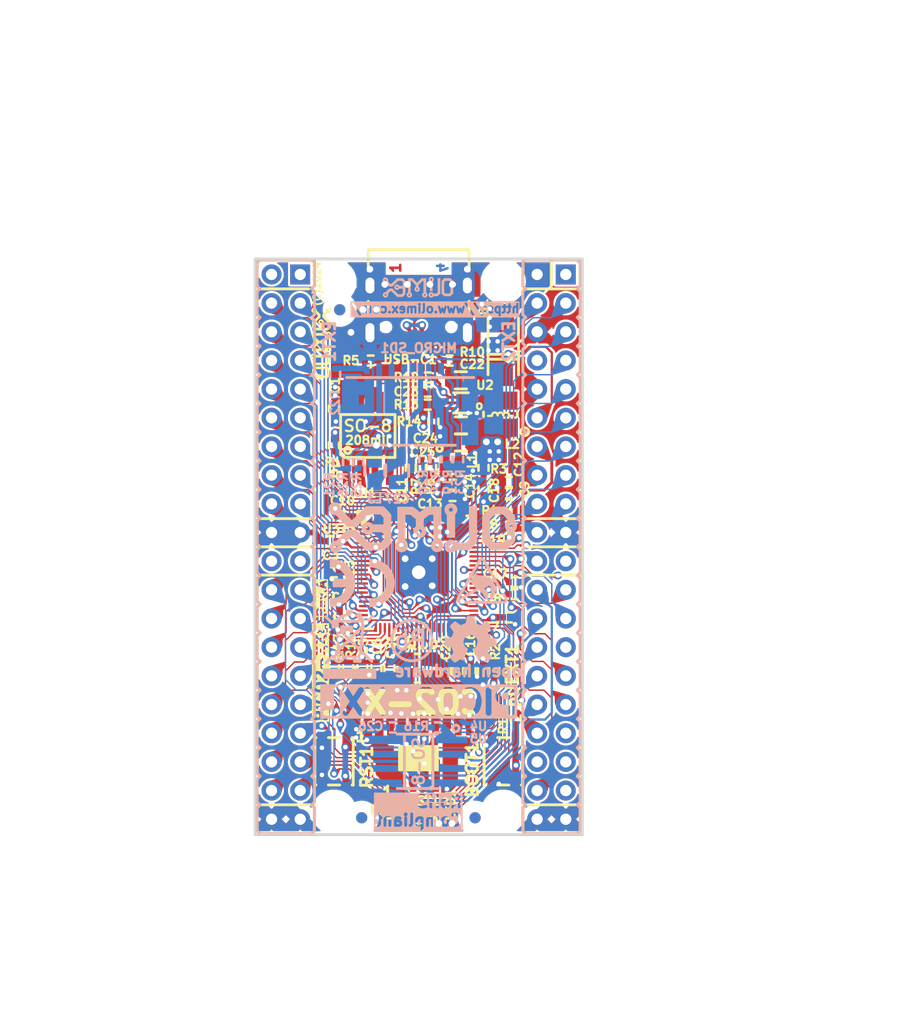
<source format=kicad_pcb>
(kicad_pcb (version 20221018) (generator pcbnew)
  (title_block (title "PICO2") (date "2024-12-17") (rev "A") (company "OLIMEX LTD.") (comment 1 "https://www.olimex.com"))
  (layers (0 "F.Cu" signal) (1 "In1.Cu" signal) (2 "In2.Cu" signal) (31 "B.Cu" signal) (34 "B.Paste" user) (35 "F.Paste" user) (36 "B.SilkS" user "B.Silkscreen") (37 "F.SilkS" user "F.Silkscreen") (38 "B.Mask" user) (39 "F.Mask" user) (44 "Edge.Cuts" user))
  (net 0 "")
  (net 1 "GND")
  (net 4 "/USB_D-")
  (net 5 "/USB_D+")
  (net 6 "+3.3V")
  (net 7 "/+1V1")
  (net 8 "/SWDIO")
  (net 9 "/SWCLK")
  (net 11 "/RUN")
  (net 12 "/ADC_AVDD")
  (net 13 "VBUS")
  (net 14 "/GPIO25\\User_Led")
  (net 15 "/GPIO15")
  (net 16 "/GPIO14")
  (net 17 "/GPIO29")
  (net 18 "/GPIO7\\SPI0_TX(MOSI)")
  (net 19 "/GPIO5\\SPI0_CSn(CS#)")
  (net 20 "/GPIO4\\SPI0_RX(MISO)")
  (net 21 "/GPIO0\\UART0_TX")
  (net 22 "/GPIO1\\UART0_RX")
  (net 23 "/GPIO18")
  (net 24 "/GPIO24")
  (net 25 "/GPIO20")
  (net 26 "/GPIO19")
  (net 27 "/GPIO21")
  (net 28 "/GPIO23")
  (net 29 "/GPIO22")
  (net 30 "/GPIO26")
  (net 31 "/GPIO27")
  (net 32 "/GPIO28")
  (net 33 "/ADC_VREF")
  (net 34 "/3V3_EN")
  (net 35 "Net-(LED1-A)")
  (net 36 "/USB_CC2")
  (net 37 "/USB_CC1")
  (net 40 "/D-")
  (net 41 "/D+")
  (net 42 "/BOOTSEL#")
  (net 43 "/VREG_AVDD")
  (net 44 "Net-(C20-Pad1)")
  (net 45 "Net-(U3-XIN)")
  (net 46 "VSYS")
  (net 47 "Net-(U2-FB)")
  (net 48 "/SD_VDD")
  (net 49 "/GPIO31")
  (net 50 "/GPIO30")
  (net 51 "/GPIO9\\SPI1_CSn")
  (net 52 "/GPIO12\\SPI1_RX\\SD_DAT0")
  (net 53 "/GPIO8\\QMI_CS1n")
  (net 54 "/GPIO13")
  (net 55 "/GPIO10\\SPI1_SCK\\SD_CLK")
  (net 56 "/GPIO11\\SPI1_TX\\SD_CMD")
  (net 57 "/GPIO3\\I2C1_SCL")
  (net 58 "/GPIO2\\I2C1_SDA")
  (net 59 "/GPIO17")
  (net 60 "/GPIO16")
  (net 61 "/GPIO6\\SPI0_SCK(SCK)")
  (net 62 "/GPIO47")
  (net 63 "/GPIO46")
  (net 64 "/GPIO45")
  (net 65 "/QSPI_CSn")
  (net 66 "/GPIO44")
  (net 67 "/QSPI_CLK")
  (net 68 "/GPIO40")
  (net 69 "/QSPI_SD0")
  (net 70 "/QSPI_SD1")
  (net 71 "/GPIO41")
  (net 72 "/GPIO42")
  (net 73 "/QSPI_SD2")
  (net 74 "/QSPI_SD3")
  (net 75 "/GPIO43")
  (net 76 "/GPIO35")
  (net 77 "/GPIO34")
  (net 78 "/GPIO33")
  (net 79 "/GPIO32")
  (net 80 "/GPIO36")
  (net 81 "/GPIO37")
  (net 82 "/GPIO38")
  (net 83 "/GPIO39")
  (net 84 "Net-(U3-VREG_LX)")
  (net 85 "/SW1")
  (net 86 "Net-(MICRO_SD1-DAT2{slash}RES)")
  (net 87 "Net-(MICRO_SD1-CD{slash}DAT3{slash}CS)")
  (net 88 "Net-(MICRO_SD1-CLK{slash}SCLK)")
  (net 89 "Net-(MICRO_SD1-DAT0{slash}DO)")
  (net 90 "Net-(MICRO_SD1-DAT1{slash}RES)")
  (net 92 "Net-(U3-XOUT)")
  (footprint "OLIMEX_Other-FP:Fiducial1x3_Paste" (layer "F.Cu") (at 145.45 114)
    (fp_text reference "FID1" hide)
    (fp_text value "Fiducial" hide)
  )
  (footprint "OLIMEX_LEDs-FP:LED_0603_KA" (layer "F.Cu") (at 150.5 114.5 180)
    (fp_text reference "LED1")
    (fp_text value "LED/GREEN/0603")
  )
  (footprint "OLIMEX_Other-FP:Fiducial1x3" (layer "F.Cu") (at 143.5 69)
    (fp_text reference "FID3" hide)
    (fp_text value "Fiducial" hide)
  )
  (footprint "OLIMEX_Other-FP:Fiducial1x3" (layer "F.Cu") (at 155.5 114)
    (fp_text reference "FID2" hide)
    (fp_text value "Fiducial" hide)
  )
  (footprint "OLIMEX_Other-FP:Mounting_Hole_Drill-2.1mm_Clerance-4mm" (layer "F.Cu") (at 143 113.5)
    (fp_text reference "MH1" hide)
    (fp_text value "Drill(2.10mm)/Restrict(4.00mm)" hide)
  )
  (footprint "OLIMEX_Other-FP:Mounting_Hole_Drill-2.1mm_Clerance-4mm" (layer "F.Cu") (at 158 113.5)
    (fp_text reference "MH2" hide)
    (fp_text value "Drill(2.10mm)/Restrict(4.00mm)" hide)
  )
  (footprint "OLIMEX_RLC-FP:R_0402_5MIL_DWS" (layer "F.Cu") (at 153.25 73.5 180)
    (fp_text reference "R10")
    (fp_text value "5.1k/1%/R0402")
  )
  (footprint "OLIMEX_RLC-FP:R_0402_5MIL_DWS" (layer "F.Cu") (at 150.7 83 -90)
    (fp_text reference "R7")
    (fp_text value "27R/R0402")
  )
  (footprint "OLIMEX_Diodes-FP:SMA-KA" (layer "F.Cu") (at 158 72.25 90)
    (fp_text reference "D1")
    (fp_text value "1N5822/SS34/SMA")
  )
  (footprint "OLIMEX_RLC-FP:R_0402_5MIL_DWS" (layer "F.Cu") (at 151.6 83 -90)
    (fp_text reference "R6")
    (fp_text value "27R/R0402")
  )
  (footprint "OLIMEX_RLC-FP:R_0402_5MIL_DWS" (layer "F.Cu") (at 144.25 100.75 -90)
    (fp_text reference "R18")
    (fp_text value "2.2k/R0402")
  )
  (footprint "OLIMEX_RLC-FP:R_0402_5MIL_DWS" (layer "F.Cu") (at 143 100.75 -90)
    (fp_text reference "R17")
    (fp_text value "2.2k/R0402")
  )
  (footprint "OLIMEX_Buttons-FP:YTS-A016-X" (layer "F.Cu") (at 143 109 -90)
    (fp_text reference "RST1")
    (fp_text value "YTS-A016-X" hide)
  )
  (footprint "OLIMEX_RLC-FP:R_0402_5MIL_DWS" (layer "F.Cu") (at 146.25 73.5)
    (fp_text reference "R5")
    (fp_text value "5.1k/1%/R0402")
  )
  (footprint "OLIMEX_RLC-FP:R_0402_5MIL_DWS" (layer "F.Cu") (at 151.3 75)
    (fp_text reference "R12")
    (fp_text value "1M/R0402")
  )
  (footprint "OLIMEX_RLC-FP:R_0402_5MIL_DWS" (layer "F.Cu") (at 158.5 87.35 180)
    (fp_text reference "R8")
    (fp_text value "1.3R/1%/R0402")
  )
  (footprint "OLIMEX_RLC-FP:R_0402_5MIL_DWS" (layer "F.Cu") (at 158.5 86.25)
    (fp_text reference "R4")
    (fp_text value "200R/1%/R0402")
  )
  (footprint "OLIMEX_Connectors-FP:BM10B-SRSS-TB" (layer "F.Cu") (at 150.5 104.5)
    (fp_text reference "pUEXT1")
    (fp_text value "SH1.0-10P-180D")
  )
  (footprint "OLIMEX_Buttons-FP:YTS-A016-X" (layer "F.Cu") (at 158 109 -90)
    (fp_text reference "BOOT1")
    (fp_text value "YTS-A016-X" hide)
  )
  (footprint "OLIMEX_RLC-FP:R_0402_5MIL_DWS" (layer "F.Cu") (at 148 114.5 180)
    (fp_text reference "R15")
    (fp_text value "2.2k/R0402")
  )
  (footprint "OLIMEX_Connectors-FP:USB2.0_TYPE-C(A40-00119-A52-12)_Paste" (layer "F.Cu") (at 150.5 68 90)
    (fp_text reference "USB-C1")
    (fp_text value "USB-C-16P-F(A40-00119-A52-12)")
  )
  (footprint "OLIMEX_RLC-FP:C_0402_5MIL_DWS" (layer "F.Cu") (at 143.75 87.3 180)
    (fp_text reference "C10")
    (fp_text value "100nF/10V/20%/X5R/C0402")
  )
  (footprint "OLIMEX_RLC-FP:C_0402_5MIL_DWS" (layer "F.Cu") (at 143.5 96.3 -90)
    (fp_text reference "C4")
    (fp_text value "100nF/10V/20%/X5R/C0402")
  )
  (footprint "OLIMEX_RLC-FP:R_0402_5MIL_DWS" (layer "F.Cu") (at 151.3 77.4 180)
    (fp_text reference "R13")
    (fp_text value "220k/R0402")
  )
  (footprint "OLIMEX_RLC-FP:C_0402_5MIL_DWS" (layer "F.Cu") (at 159 93.125)
    (fp_text reference "C17")
    (fp_text value "100nF/10V/20%/X5R/C0402")
  )
  (footprint "OLIMEX_RLC-FP:C_0402_5MIL_DWS" (layer "F.Cu") (at 158.5 85.25)
    (fp_text reference "C9")
    (fp_text value "100nF/10V/20%/X5R/C0402")
  )
  (footprint "OLIMEX_RLC-FP:C_0402_5MIL_DWS" (layer "F.Cu") (at 153.5 84.5)
    (fp_text reference "C14")
    (fp_text value "4.7uF/10V/20%/X5R/C0402")
  )
  (footprint "OLIMEX_RLC-FP:C_0402_5MIL_DWS" (layer "F.Cu") (at 155.1 101 -90)
    (fp_text reference "C16")
    (fp_text value "4.7uF/10V/20%/X5R/C0402")
  )
  (footprint "OLIMEX_RLC-FP:C_0402_5MIL_DWS" (layer "F.Cu") (at 149.8 83 90)
    (fp_text reference "C11")
    (fp_text value "100nF/10V/20%/X5R/C0402")
  )
  (footprint "OLIMEX_Other-FP:Mounting_Hole_Drill-2.1mm_Clerance-4mm" (layer "F.Cu") (at 143 66.5)
    (fp_text reference "MH3" hide)
    (fp_text value "Drill(2.10mm)/Restrict(4.00mm)" hide)
  )
  (footprint "OLIMEX_RLC-FP:R_0402_5MIL_DWS" (layer "F.Cu") (at 156.25 83 -90)
    (fp_text reference "R3")
    (fp_text value "33R/R0402")
  )
  (footprint "OLIMEX_RLC-FP:C_0402_5MIL_DWS" (layer "F.Cu") (at 142.7 89.5 180)
    (fp_text reference "C3")
    (fp_text value "100nF/10V/20%/X5R/C0402")
  )
  (footprint "OLIMEX_RLC-FP:C_0402_5MIL_DWS" (layer "F.Cu") (at 151.3 76.25 180)
    (fp_text reference "C23")
    (fp_text value "NA(120pF/50V/5%/C0G/C0402)")
  )
  (footprint "OLIMEX_RLC-FP:L_2016_MM" (layer "F.Cu") (at 153.5 82.75)
    (fp_text reference "L1")
    (fp_text value "3.3uH/2.0A/DCR=140mR/20%/2.00x1.60x1.00mm/L2016(PIM201610-3R3MTS00)")
  )
  (footprint "OLIMEX_RLC-FP:C_0402_5MIL_DWS" (layer "F.Cu") (at 156.25 84.9 -90)
    (fp_text reference "C18")
    (fp_text value "4.7uF/10V/20%/X5R/C0402")
  )
  (footprint "OLIMEX_RLC-FP:R_0402_5MIL_DWS" (layer "F.Cu") (at 157.2 101 90)
    (fp_text reference "R2")
    (fp_text value "NA(10k/R0402)")
  )
  (footprint "OLIMEX_Crystal-FP:TSX-3.2x2.5mm_GND(3)" (layer "F.Cu") (at 150.4 100.75 180)
    (fp_text reference "Q1")
    (fp_text value "Q12MHz/18pF/30ppm/4P/3.2x2.5mm(ABM8-12.000MHZ-D2Y-T)")
  )
  (footprint "OLIMEX_Other-FP:Mounting_Hole_Drill-2.1mm_Clerance-4mm" (layer "F.Cu") (at 158 66.5)
    (fp_text reference "MH4" hide)
    (fp_text value "Drill(2.10mm)/Restrict(4.00mm)" hide)
  )
  (footprint "OLIMEX_RLC-FP:C_0402_5MIL_DWS" (layer "F.Cu") (at 159 94.2)
    (fp_text reference "C8")
    (fp_text value "100nF/10V/20%/X5R/C0402")
  )
  (footprint "OLIMEX_RLC-FP:C_0402_5MIL_DWS" (layer "F.Cu") (at 147.9 100.75 90)
    (fp_text reference "C21")
    (fp_text value "27pF/50V/5%/C0G/C0402")
  )
  (footprint "OLIMEX_RLC-FP:C_0402_5MIL_DWS" (layer "F.Cu") (at 158.5 88.4)
    (fp_text reference "C19")
    (fp_text value "4.7uF/10V/20%/X5R/C0402")
  )
  (footprint "OLIMEX_Signs-FP:Logo_OLIMEX_80" (layer "F.Cu") (at 141.85 72 90)
    (fp_text reference "Logo_OLIMEX_80" hide)
    (fp_text value "Logo_OLIMEX_80" hide)
  )
  (footprint "OLIMEX_RLC-FP:C_0603_5MIL_DWS" (layer "F.Cu") (at 154.236 75.25 180)
    (fp_text reference "C22")
    (fp_text value "22uF/6.3V/20%/X5R/C0603")
  )
  (footprint "OLIMEX_RLC-FP:C_0402_5MIL_DWS" (layer "F.Cu") (at 156.2 101 -90)
    (fp_text reference "C2")
    (fp_text value "NA(100nF/10V/20%/X5R/C0402)")
  )
  (footprint "OLIMEX_RLC-FP:C_0402_5MIL_DWS" (layer "F.Cu") (at 158.5 84.25)
    (fp_text reference "C12")
    (fp_text value "100nF/10V/20%/X5R/C0402")
  )
  (footprint "OLIMEX_RLC-FP:C_0402_5MIL_DWS" (layer "F.Cu") (at 153.5 85.5)
    (fp_text reference "C13")
    (fp_text value "4.7uF/10V/20%/X5R/C0402")
  )
  (footprint "OLIMEX_IC-FP:QFN-80_10.00x10.00x0.90mm_P0.4mm" (layer "F.Cu") (at 150.5 92.25 -90)
    (fp_text reference "U3")
    (fp_text value "RP2350B(QFN-80_10.00x10.00x0.90mm_P0.4mm)")
  )
  (footprint "OLIMEX_RLC-FP:CD32" (layer "F.Cu") (at 157.75 78.25 90)
    (fp_text reference "L2")
    (fp_text value "1.0uH/2.5A/DCR=30mR/20%/3.00x3.00x1.50mm/CD32(SWPA3015S1R0MT)")
  )
  (footprint "OLIMEX_RLC-FP:C_0402_5MIL_DWS" (layer "F.Cu") (at 158.5 96.25)
    (fp_text reference "C7")
    (fp_text value "100nF/10V/20%/X5R/C0402")
  )
  (footprint "OLIMEX_Regulators-FP:SOT-563-6" (layer "F.Cu") (at 154.25 77.25)
    (fp_text reference "U2")
    (fp_text value "TPS62A02ADRLR(SOT-563-6)")
  )
  (footprint "OLIMEX_RLC-FP:C_0402_5MIL_DWS" (layer "F.Cu") (at 152.9 101 -90)
    (fp_text reference "C20")
    (fp_text value "27pF/50V/5%/C0G/C0402")
  )
  (footprint "OLIMEX_RLC-FP:C_0603_5MIL_DWS" (layer "F.Cu") (at 154.25 79.25 180)
    (fp_text reference "C24")
    (fp_text value "22uF/6.3V/20%/X5R/C0603")
  )
  (footprint "OLIMEX_RLC-FP:R_0402_5MIL_DWS" (layer "F.Cu") (at 159.1 105.2 -90)
    (fp_text reference "R11")
    (fp_text value "1k/R0402")
  )
  (footprint "OLIMEX_RLC-FP:R_0402_5MIL_DWS" (layer "F.Cu") (at 143 81 -90)
    (fp_text reference "R1")
    (fp_text value "10k/R0402")
  )
  (footprint "OLIMEX_RLC-FP:C_0402_5MIL_DWS" (layer "F.Cu") (at 143 77.75 90)
    (fp_text reference "C1")
    (fp_text value "100nF/10V/20%/X5R/C0402")
  )
  (footprint "OLIMEX_IC-FP:SO-8_208mil" (layer "F.Cu") (at 145.99 80.18)
    (fp_text reference "U1")
    (fp_text value "W25Q128JVSIQ(SOIC-8_208mils)")
  )
  (footprint "OLIMEX_RLC-FP:R_0402_5MIL_DWS" (layer "F.Cu") (at 154 101 90)
    (fp_text reference "R9")
    (fp_text value "1k/R0402")
  )
  (footprint "OLIMEX_RLC-FP:C_0603_5MIL_DWS" (layer "F.Cu") (at 154.25 80.75 180)
    (fp_text reference "C25")
    (fp_text value "NA(22uF/6.3V/20%/X5R/C0603)")
  )
  (footprint "OLIMEX_RLC-FP:R_0402_5MIL_DWS" (layer "F.Cu") (at 151.8 78.9 -90)
    (fp_text reference "R14")
    (fp_text value "49.9k/1%/R0402")
  )
  (footprint "OLIMEX_Connectors-FP:BM04B-SRSS-TB" (layer "F.Cu") (at 150.5 109.5)
    (fp_text reference "QWST1")
    (fp_text value "SH1.0-4P-180D")
  )
  (footprint "OLIMEX_RLC-FP:C_0402_5MIL_DWS" (layer "F.Cu") (at 143 92.25 180)
    (fp_text reference "C15")
    (fp_text value "100nF/10V/20%/X5R/C0402")
  )
  (footprint "OLIMEX_RLC-FP:C_0402_5MIL_DWS" (layer "F.Cu") (at 146.75 100.75 -90)
    (fp_text reference "C6")
    (fp_text value "100nF/10V/20%/X5R/C0402")
  )
  (footprint "OLIMEX_RLC-FP:C_0402_5MIL_DWS" (layer "F.Cu") (at 145.5 100.75 -90)
    (fp_text reference "C5")
    (fp_text value "100nF/10V/20%/X5R/C0402")
  )
  (footprint "OLIMEX_RLC-FP:R_0402_5MIL_DWS" (layer "B.Cu") (at 151 82.25 90)
    (fp_text reference "R20")
    (fp_text value "10k/R0402")
  )
  (footprint "OLIMEX_Signs-FP:Sign_PB-Free" (layer "B.Cu") (at 149.6968 98.61496 180)
    (fp_text reference "Sign_PB-Free")
    (fp_text value "Sign_PB-Free")
  )
  (footprint "OLIMEX_IC-FP:SO-8_208mil" (layer "B.Cu") (at 150.5 109 -90)
    (fp_text reference "U4")
    (fp_text value "NA(W25Q128JVSIQ(SOIC-8_208mils))")
  )
  (footprint "OLIMEX_IC-FP:SO-8" (layer "B.Cu") (at 150.5 109 -90)
    (fp_text reference "U5")
    (fp_text value "APS6404L-3SQR-SN(SOIC-8_150mils)")
  )
  (footprint "OLIMEX_Other-FP:Fiducial1x3_Paste" (layer "B.Cu") (at 145.45 114 180)
    (fp_text reference "FID4" hide)
    (fp_text value "Fiducial" hide)
  )
  (footprint "OLIMEX_RLC-FP:C_0402_5MIL_DWS" (layer "B.Cu") (at 148.2 106)
    (fp_text reference "C26")
    (fp_text value "100nF/10V/20%/X5R/C0402")
  )
  (footprint "OLIMEX_Signs-FP:Sign_Antistatic_4.5mmX2.8mm" (layer "B.Cu") (at 156.1 93 180)
    (fp_text reference "Sign_Antistatic_Small")
    (fp_text value "Sign_Antistatic")
  )
  (footprint "OLIMEX_RLC-FP:R_0402_5MIL_DWS" (layer "B.Cu") (at 145.15 82.5 90)
    (fp_text reference "R25")
    (fp_text value "33R/R0402")
  )
  (footprint "OLIMEX_RLC-FP:R_0402_5MIL_DWS" (layer "B.Cu") (at 152.192 106)
    (fp_text reference "R16")
    (fp_text value "10k/R0402")
  )
  (footprint "OLIMEX_Signs-FP:Logo_OLIMEX_TB" (layer "B.Cu") (at 150.7 88.283235 180)
    (fp_text reference "Logo_OLIMEX_TB" hide)
    (fp_text value "Logo_OLIMEX_TB" hide)
  )
  (footprint "OLIMEX_Other-FP:Fiducial1x3" (layer "B.Cu") (at 155.5 114 180)
    (fp_text reference "FID6" hide)
    (fp_text value "Fiducial" hide)
  )
  (footprint "OLIMEX_RLC-FP:R_0402_5MIL_DWS" (layer "B.Cu") (at 154 82.25 90)
    (fp_text reference "R23")
    (fp_text value "10k/R0402")
  )
  (footprint "OLIMEX_Other-FP:Fiducial1x3" (layer "B.Cu") (at 143.5 69 180)
    (fp_text reference "FID5" hide)
    (fp_text value "Fiducial" hide)
  )
  (footprint "OLIMEX_RLC-FP:R_0402_5MIL_DWS" (layer "B.Cu") (at 143.35 82.5 -90)
    (fp_text reference "R21")
    (fp_text value "10k/R0402")
  )
  (footprint "OLIMEX_RLC-FP:R_0402_5MIL_DWS" (layer "B.Cu") (at 143.1 74.75 90)
    (fp_text reference "R22")
    (fp_text value "10k/R0402")
  )
  (footprint "OLIMEX_Signs-FP:Logo_OLIMEX_80" (layer "B.Cu") (at 150.5 67 180)
    (fp_text reference "Logo_OLIMEX_80-Bot" hide)
    (fp_text value "Logo_OLIMEX_80" hide)
  )
  (footprint "OLIMEX_RLC-FP:R_0402_5MIL_DWS" (layer "B.Cu") (at 153 82.25 90)
    (fp_text reference "R19")
    (fp_text value "10k/R0402")
  )
  (footprint "OLIMEX_Signs-FP:Sign_OSHW_7.3x6.0mmn" (layer "B.Cu") (at 155.1 98.9 180)
    (fp_text reference "Sign_OSHW_7.3x6.0mm" hide)
    (fp_text value "Sign_OSHW_7.3x6.0mm" hide)
  )
  (footprint "OLIMEX_Connectors-FP:HN2x20" (layer "B.Cu") (at 138.73 90 -90)
    (fp_text reference "EXT1")
    (fp_text value "NA(HN2x20)")
  )
  (footprint "OLIMEX_RLC-FP:L_0805_5MIL_DWS" (layer "B.Cu") (at 146.6 83.24 -90)
    (fp_text reference "L3")
    (fp_text value "FB0805/600R/2A")
  )
  (footprint "OLIMEX_Connectors-FP:HN2x20" (layer "B.Cu") (at 162.27 90 -90)
    (fp_text reference "EXT2")
    (fp_text value "NA(HN2x20)")
  )
  (footprint "OLIMEX_Signs-FP:CE_Sign" (layer "B.Cu") (at 144.5 93.2 180)
    (fp_text reference "Sign_CE" hide)
    (fp_text value "CE_Sign" hide)
  )
  (footprint "OLIMEX_RLC-FP:R_0402_5MIL_DWS" (layer "B.Cu") (at 152 82.25 90)
    (fp_text reference "R24")
    (fp_text value "NA(33R/R0402)")
  )
  (footprint "OLIMEX_Signs-FP:Sign_RecycleBin_1" (layer "B.Cu") (at 146.7225 101.673 180)
    (fp_text reference "Sign_RecycleBin_1" hide)
    (fp_text value "Sign_RecycleBin_1" hide)
  )
  (footprint "OLIMEX_RLC-FP:C_0805_5MIL_DWS" (layer "B.Cu") (at 148.6 83.25 -90)
    (fp_text reference "C27")
    (fp_text value "47uF/6.3V/20%/X5R/C0805")
  )
  (footprint "OLIMEX_Connectors-FP:uSD(TFC-9P-1.xH(ATFFS150A01BR016))" (layer "B.Cu") (at 149.75 77.5)
    (fp_text reference "MICRO_SD1")
    (fp_text value "TFC-9P-1.7H(ATFFS150A01BR016)")
  )
  (footprint "OLIMEX_RLC-FP:R_0402_5MIL_DWS" (layer "B.Cu") (at 144.25 82.5 90)
    (fp_text reference "R26")
    (fp_text value "200R/1%/R0402")
  )
  (gr_line (start 159.75 87.5) (end 159.75 90) (stroke (width 0.254)) (layer "F.SilkS"))
  (gr_line (start 159.75 67.15) (end 165 67.15) (stroke (width 0.254)) (layer "F.SilkS"))
  (gr_circle (center 159.9 79.8) (end 159.55 79.8) (stroke (width 0.254)) (fill none) (layer "F.SilkS"))
  (gr_line (start 141.25 92.5) (end 136 92.5) (stroke (width 0.254)) (layer "F.SilkS"))
  (gr_line (start 159.75 87.5) (end 165 87.5) (stroke (width 0.254)) (layer "F.SilkS"))
  (gr_line (start 136 87.5) (end 141.25 87.5) (stroke (width 0.254)) (layer "F.SilkS"))
  (gr_circle (center 152.35 81.3) (end 152.1 81.3) (stroke (width 0.254)) (fill none) (layer "F.SilkS"))
  (gr_line (start 136 90) (end 141.25 90) (stroke (width 0.254)) (layer "F.SilkS"))
  (gr_line (start 159.75 90) (end 165 90) (stroke (width 0.254)) (layer "F.SilkS"))
  (gr_line (start 159.75 92.5) (end 165 92.5) (stroke (width 0.254)) (layer "F.SilkS"))
  (gr_line (start 159.75 64.5) (end 159.75 67.15) (stroke (width 0.254)) (layer "F.SilkS"))
  (gr_line (start 136 67.15) (end 140.75 67.15) (stroke (width 0.254)) (layer "F.SilkS"))
  (gr_line (start 159.75 90) (end 159.75 92.5) (stroke (width 0.254)) (layer "F.SilkS"))
  (gr_line (start 141.25 112.85) (end 141.25 115.5) (stroke (width 0.254)) (layer "F.SilkS"))
  (gr_line (start 162.25 64.5) (end 162.25 67.15) (stroke (width 0.254)) (layer "F.SilkS"))
  (gr_line (start 141.25 87.5) (end 141.25 92.5) (stroke (width 0.254)) (layer "F.SilkS"))
  (gr_line (start 159.75 112.85) (end 165 112.85) (stroke (width 0.254)) (layer "F.SilkS"))
  (gr_line (start 159.75 112.85) (end 159.75 115.5) (stroke (width 0.254)) (layer "F.SilkS"))
  (gr_line (start 136 112.85) (end 141.25 112.85) (stroke (width 0.254)) (layer "F.SilkS"))
  (gr_line (start 136 115.5) (end 136 64.5) (stroke (width 0.254)) (layer "Edge.Cuts"))
  (gr_line (start 165 115.5) (end 165 64.5) (stroke (width 0.254)) (layer "Edge.Cuts"))
  (gr_line (start 136 64.5) (end 165 64.5) (stroke (width 0.254)) (layer "Edge.Cuts"))
  (gr_line (start 136 115.5) (end 165 115.5) (stroke (width 0.254)) (layer "Edge.Cuts"))
  (gr_text "1" (at 148.463 65.278 90) (layer "F.Cu") (effects (font (size 0.889 0.889) (thickness 0.22225))))
  (gr_text "4" (at 152.527 65.278 270) (layer "B.Cu") (effects (font (size 0.889 0.889) (thickness 0.22225)) (justify mirror)))
  (gr_text "PICO2-XXL" (at 150.65 103.8) (layer "B.SilkS" knockout) (effects (font (size 2.032 2.032) (thickness 0.508) bold) (justify mirror)))
  (gr_text "https://www.olimex.com/" (at 152 68.9) (layer "B.SilkS" knockout) (effects (font (size 0.762 0.762) (thickness 0.1905)) (justify mirror)))
  (gr_text "RoHS\nCompliant" (at 154.5 113.4) (layer "B.SilkS" knockout) (effects (font (size 1.016 1.016) (thickness 0.254) bold) (justify left mirror)))
  (gr_text "Rev.A" (at 141.9 94.6 90) (layer "F.SilkS" knockout) (effects (font (size 0.8128 0.8128) (thickness 0.2032))))
  (gr_text "(C)2024" (at 141.5 66.7 90) (layer "F.SilkS") (effects (font (size 0.635 0.635) (thickness 0.15875) bold)))
  (gr_text "PICO2-XXL" (at 141.85 101.2 90) (layer "F.SilkS" knockout) (effects (font (size 1.016 1.016) (thickness 0.254))))
  (segment (start 153.758 73.5) (end 153.758 71.999) (width 0.508) (layer "F.Cu") (net 1))
  (segment (start 150.5476 102.5024) (end 150.8 102.25) (width 0.3048) (layer "F.Cu") (net 1))
  (segment (start 154.007 81.396) (end 154.007 78.604) (width 0.508) (layer "F.Cu") (net 1))
  (segment (start 153.3 109.15) (end 153.3 108.5) (width 0.3556) (layer "F.Cu") (net 1))
  (segment (start 159.657 83.601) (end 159.608 83.65) (width 0.508) (layer "F.Cu") (net 1))
  (segment (start 159.508 93.652) (end 159.508 94.2) (width 0.508) (layer "F.Cu") (net 1))
  (segment (start 153.825 71.932) (end 154.5256 71.932) (width 0.508) (layer "F.Cu") (net 1))
  (segment (start 159.657 82.9) (end 159.657 83.601) (width 0.508) (layer "F.Cu") (net 1))
  (segment (start 145.742 73.5) (end 145.742 72.463) (width 0.508) (layer "F.Cu") (net 1))
  (segment (start 152.9 101.841) (end 151.791 101.841) (width 0.508) (layer "F.Cu") (net 1))
  (segment (start 151.9183 79.5263) (end 151.8 79.408) (width 0.508) (layer "F.Cu") (net 1))
  (segment (start 145.796 72.009) (end 147.193 72.009) (width 0.508) (layer "F.Cu") (net 1))
  (segment (start 154.051 75.949) (end 154.051 73.6) (width 0.3556) (layer "F.Cu") (net 1))
  (segment (start 145.5724 71.03) (end 145.5724 69.2) (width 1.016) (layer "F.Cu") (net 1))
  (segment (start 154.2278 74.1) (end 154.2278 72.9) (width 0.3556) (layer "F.Cu") (net 1))
  (segment (start 152.9 101.508) (end 152.9 101.841) (width 0.508) (layer "F.Cu") (net 1))
  (segment (start 154.007 81.396) (end 151.9183 81.396) (width 0.508) (layer "F.Cu") (net 1))
  (segment (start 153.361 79.239) (end 154.2 78.4) (width 0.508) (layer "F.Cu") (net 1))
  (segment (start 144.5 71) (end 145.572398 69.927602) (width 1.016) (layer "F.Cu") (net 1))
  (segment (start 149 110.925) (end 149 111.54) (width 0.2) (layer "F.Cu") (net 1))
  (segment (start 154.008 84.5) (end 154.1 84.5) (width 0.508) (layer "F.Cu") (net 1))
  (segment (start 143 78.258) (end 143.248 78.258) (width 0.508) (layer "F.Cu") (net 1))
  (segment (start 146.18 69.5476) (end 146.75 68.9776) (width 1.016) (layer "F.Cu") (net 1))
  (segment (start 154.82 71.03) (end 154.857 70.993) (width 1.016) (layer "F.Cu") (net 1))
  (segment (start 146.18 71.03) (end 146.18 68.456) (width 1.016) (layer "F.Cu") (net 1))
  (segment (start 156.488119 107.579503) (end 156.925 107.142622) (width 0.508) (layer "F.Cu") (net 1))
  (segment (start 147.9 100.242) (end 149.008 100.242) (width 0.508) (layer "F.Cu") (net 1))
  (segment (start 148.4225 111.3225) (end 148.3825 111.3225) (width 0.2) (layer "F.Cu") (net 1))
  (segment (start 146.217 101.258) (end 146.125 101.35) (width 0.508) (layer "F.Cu") (net 1))
  (segment (start 145.639527 103.8) (end 144.97 104.469527) (width 0.762) (layer "F.Cu") (net 1))
  (segment (start 154.9 107.3) (end 155.25 107.3) (width 0.3556) (layer "F.Cu") (net 1))
  (segment (start 154.007 78.604) (end 154.2278 78.3832) (width 0.508) (layer "F.Cu") (net 1))
  (segment (start 150 102.5024) (end 150.35 102.5024) (width 0.3048) (layer "F.Cu") (net 1))
  (segment (start 148.3825 111.3225) (end 147.07 110.01) (width 0.762) (layer "F.Cu") (net 1))
  (segment (start 147.05 101.05) (end 147.858 100.242) (width 0.3048) (layer "F.Cu") (net 1))
  (segment (start 146.177 65.405) (end 145.572398 66.009602) (width 1.016) (layer "F.Cu") (net 1))
  (segment (start 153.6 107.5) (end 153.9 107.5) (width 0.762) (layer "F.Cu") (net 1))
  (segment (start 155.702 71.3044) (end 155.702 72.6258) (width 0.508) (layer "F.Cu") (net 1))
  (segment (start 154.5278 77.75) (end 154.2278 77.45) (width 0.254) (layer "F.Cu") (net 1))
  (segment (start 148.192 102.7) (end 148.6 102.7) (width 0.3048) (layer "F.Cu") (net 1))
  (segment (start 145.59 66.85) (end 145.542 66.802) (width 0.762) (layer "F.Cu") (net 1))
  (segment (start 155.1 101.508) (end 155.667 101.508) (width 0.508) (layer "F.Cu") (net 1))
  (segment (start 154.008 85.75) (end 154.008 84.75) (width 0.508) (layer "F.Cu") (net 1))
  (segment (start 155.85 106.7) (end 155.375 107.175) (width 0.3556) (layer "F.Cu") (net 1))
  (segment (start 154.007 81.396) (end 153.75 81.396) (width 0.508) (layer "F.Cu") (net 1))
  (segment (start 149.4 102.7) (end 149.8024 102.7) (width 0.3048) (layer "F.Cu") (net 1))
  (segment (start 141.925 111.075) (end 141.925 110.2) (width 0.508) (layer "F.Cu") (net 1))
  (segment (start 153.347 75.25) (end 153.09 74.993) (width 0.508) (layer "F.Cu") (net 1))
  (segment (start 154.813 65.405) (end 154.813 65.437) (width 1.016) (layer "F.Cu") (net 1))
  (segment (start 143.5 96.808) (end 143.5 97.148227) (width 0.508) (layer "F.Cu") (net 1))
  (segment (start 154.177 78.069) (end 153.79 78.456) (width 0.254) (layer "F.Cu") (net 1))
  (segment (start 145.83 107.803) (end 145.83 107.878875) (width 0.254) (layer "F.Cu") (net 1))
  (segment (start 145.21 72) (end 146.18 71.03) (width 1.016) (layer "F.Cu") (net 1))
  (segment (start 150.8 102.25) (end 150.838 102.212) (width 0.3048) (layer "F.Cu") (net 1))
  (segment (start 159.008 83.89) (end 159.008 82.956) (width 0.508) (layer "F.Cu") (net 1))
  (segment (start 153.825 71.932) (end 153.918 71.932) (width 0.508) (layer "F.Cu") (net 1))
  (segment (start 144.7 104.15) (end 144.7 103) (width 0.762) (layer "F.Cu") (net 1))
  (segment (start 146.18 66.85) (end 146.18 65.408) (width 1.016) (layer "F.Cu") (net 1))
  (segment (start 154.82 66.85) (end 154.813 66.85) (width 1.016) (layer "F.Cu") (net 1))
  (segment (start 147.7 107.975) (end 147 107.275) (width 0.762) (layer "F.Cu") (net 1))
  (segment (start 147.425 71.932) (end 147.243 71.932) (width 0.254) (layer "F.Cu") (net 1))
  (segment (start 159.008 85.25) (end 159.179 85.079) (width 0.508) (layer "F.Cu") (net 1))
  (segment (start 145.83 107.803) (end 145.50525 107.803) (width 0.254) (layer "F.Cu") (net 1))
  (segment (start 153.75 81.396) (end 152.9143 81.396) (width 0.508) (layer "F.Cu") (net 1))
  (segment (start 153.9 86.45) (end 154.008 86.342) (width 0.2) (layer "F.Cu") (net 1))
  (segment (start 147.296 101.804) (end 147.9944 102.5024) (width 0.3048) (layer "F.Cu") (net 1))
  (segment (start 155.4276 66.0196) (end 155.4276 66.85) (width 1.016) (layer "F.Cu") (net 1))
  (segment (start 146.227 107.803) (end 146.06 107.803) (width 0.254) (layer "F.Cu") (net 1))
  (segment (start 151.542 101.508) (end 151.5 101.55) (width 0.508) (layer "F.Cu") (net 1))
  (segment (start 149.13 112.03) (end 149 111.9) (width 0.2) (layer "F.Cu") (net 1))
  (segment (start 149 111.86) (end 149 110.925) (width 0.2) (layer "F.Cu") (net 1))
  (segment (start 145.572398 69.927602) (end 145.572398 68.9776) (width 1.016) (layer "F.Cu") (net 1))
  (segment (start 155.6 77.75) (end 155.7 77.75) (width 0.254) (layer "F.Cu") (net 1))
  (segment (start 148.2 99.7) (end 149.05 99.7) (width 0.508) (layer "F.Cu") (net 1))
  (segment (start 145.478 66.738) (end 145.542 66.802) (width 0.762) (layer "F.Cu") (net 1))
  (segment (start 153.352 78.456) (end 154.0754 78.456) (width 0.4064) (layer "F.Cu") (net 1))
  (segment (start 153 109.45) (end 153 111.45) (width 0.762) (layer "F.Cu") (net 1))
  (segment (start 145.83 107.803) (end 146.424125 107.803) (width 0.254) (layer "F.Cu") (net 1))
  (segment (start 153.75 81.396) (end 152.6143 81.396) (width 0.508) (layer "F.Cu") (net 1))
  (segment (start 157.6 109.87) (end 157.6 110.42) (width 0.508) (layer "F.Cu") (net 1))
  (segment (start 153.9 87.3535) (end 153.9 85.858) (width 0.2) (layer "F.Cu") (net 1))
  (segment (start 153.09 74.993) (end 153.09 74.448) (width 0.508) (layer "F.Cu") (net 1))
  (segment (start 153.347 75.25) (end 154.0485 75.9515) (width 0.4064) (layer "F.Cu") (net 1))
  (segment (start 160.608 83.65) (end 161 83.65) (width 0.508) (layer "F.Cu") (net 1))
  (segment (start 154.729 102.212) (end 155.1 101.841) (width 0.508) (layer "F.Cu") (net 1))
  (segment (start 154.2278 78.05) (end 154.2278 78.3832) (width 0.3556) (layer "F.Cu") (net 1))
  (segment (start 147.25 101.6) (end 147.25 100.85) (width 0.3048) (layer "F.Cu") (net 1))
  (segment (start 153.09 74.448) (end 153.758 73.78) (width 0.508) (layer "F.Cu") (net 1))
  (segment (start 153.9 86.575) (end 153.9 86.45) (width 0.2) (layer "F.Cu") (net 1))
  (segment (start 154.2532 78.2782) (end 154.2532 77.75) (width 0.4064) (layer "F.Cu") (net 1))
  (segment (start 153.79 78.456) (end 154.155 78.456) (width 0.6604) (layer "F.Cu") (net 1))
  (segment (start 153.347 75.25) (end 153.758 74.839) (width 0.508) (layer "F.Cu") (net 1))
  (segment (start 154.44 71.03) (end 154.82 71.03) (width 0.508) (layer "F.Cu") (net 1))
  (segment (start 144.5 72.258) (end 145.742 73.5) (width 0.508) (layer "F.Cu") (net 1))
  (segment (start 154.6 84.25) (end 155.35 84.25) (width 0.762) (layer "F.Cu") (net 1))
  (segment (start 155.675 101.5) (end 155.675 101.675) (width 0.508) (layer "F.Cu") (net 1))
  (segment (start 154.054 85.1) (end 154.054 85.75) (width 0.508) (layer "F.Cu") (net 1))
  (segment (start 150.838 102.212) (end 152.3 102.212) (width 0.3048) (layer "F.Cu") (net 1))
  (segment (start 153.758 71.999) (end 153.825 71.932) (width 0.508) (layer "F.Cu") (net 1))
  (segment (start 143.89 78.9) (end 145.8 78.9) (width 0.762) (layer "F.Cu") (net 1))
  (segment (start 150.35 102.5024) (end 150.5476 102.5024) (width 0.3048) (layer "F.Cu") (net 1))
  (segment (start 155.6 77.95) (end 155.6 78.15) (width 0.254) (layer "F.Cu") (net 1))
  (segment (start 147.7 109.15) (end 147.7 107.975) (width 0.762) (layer "F.Cu") (net 1))
  (segment (start 155.792 102.2) (end 156.2 102.2) (width 0.508) (layer "F.Cu") (net 1))
  (segment (start 156.3 103.393158) (end 156.3 104.15) (width 0.3048) (layer "F.Cu") (net 1))
  (segment (start 147.9944 102.5024) (end 150 102.5024) (width 0.3048) (layer "F.Cu") (net 1))
  (segment (start 153.271 102.212) (end 154.729 102.212) (width 0.508) (layer "F.Cu") (net 1))
  (segment (start 154.2278 78.05) (end 154.3278 78.15) (width 0.254) (layer "F.Cu") (net 1))
  (segment (start 154.813 65.437) (end 153.5 66.75) (width 1.016) (layer "F.Cu") (net 1))
  (segment (start 147.175 71.932) (end 147.175 72.154) (width 0.508) (layer "F.Cu") (net 1))
  (segment (start 146.511125 108.21) (end 146.511125 107.89) (width 0.254) (layer "F.Cu") (net 1))
  (segment (start 153.4 109.15) (end 153.3 109.15) (width 0.3556) (layer "F.Cu") (net 1))
  (segment (start 153.347 75.25) (end 153.347 74.711) (width 0.508) (layer "F.Cu") (net 1))
  (segment (start 153.6 109.45) (end 153.3 109.15) (width 0.762) (layer "F.Cu") (net 1))
  (segment (start 151.9183 80.4) (end 151.9183 79.5263) (width 0.508) (layer "F.Cu") (net 1))
  (segment (start 153.758 74.3) (end 153.758 75.661) (width 0.4064) (layer "F.Cu") (net 1))
  (segment (start 152.558 79.25) (end 153.361 79.25) (width 0.762) (layer "F.Cu") (net 1))
  (segment (start 147.296 101.804) (end 147.25 101.758) (width 0.3048) (layer "F.Cu") (net 1))
  (segment (start 154.6 85.75) (end 154.181 85.75) (width 0.762) (layer "F.Cu") (net 1))
  (segment (start 155.1 101.841) (end 155.1 101.508) (width 0.508) (layer "F.Cu") (net 1))
  (segment (start 156.925 106.925) (end 156.925 107.167622) (width 0.508) (layer "F.Cu") (net 1))
  (segment (start 159.008 96.25) (end 159.008 96.818735) (width 0.508) (layer "F.Cu") (net 1))
  (segment (start 147 104.388) (end 147 104) (width 0.762) (layer "F.Cu") (net 1))
  (segment (start 153.203 79.408) (end 153.361 79.25) (width 0.508) (layer "F.Cu") (net 1))
  (segment (start 153.352 78.456) (end 153.79 78.456) (width 0.762) (layer "F.Cu") (net 1))
  (segment (start 141.925 106.925) (end 141.925 107.8) (width 0.508) (layer "F.Cu") (net 1))
  (segment (start 154.6 85) (end 154.6 85.75) (width 0.762) (layer "F.Cu") (net 1))
  (segment (start 153.758 74.839) (end 153.758 74.3) (width 0.508) (layer "F.Cu") (net 1))
  (segment (start 146.26225 108.56) (end 146.166125 108.463875) (width 0.254) (layer "F.Cu") (net 1))
  (segment (start 151.8 79.612003) (end 151.8 79.408) (width 0.508) (layer "F.Cu") (net 1))
  (segment (start 155.9 78.3832) (end 155.9 77.95) (width 0.254) (layer "F.Cu") (net 1))
  (segment (start 153.361 80.75) (end 152.8 80.189) (width 0.762) (layer "F.Cu") (net 1))
  (segment (start 145.05 103.8) (end 146 103.8) (width 0.762) (layer "F.Cu") (net 1))
  (segment (start 145.742 73.242) (end 144.5 72) (width 0.508) (layer "F.Cu") (net 1))
  (segment (start 154.051 73.6) (end 154.051 72.263) (width 0.3556) (layer "F.Cu") (net 1))
  (segment (start 156.3 104.15) (end 156.3 103.112) (width 0.508) (layer "F.Cu") (net 1))
  (segment (start 159.608 83.65) (end 160.1 83.65) (width 0.508) (layer "F.Cu") (net 1))
  (segment (start 149.13 112.03) (end 148.4225 111.3225) (width 0.2) (layer "F.Cu") (net 1))
  (segment (start 152.4 80.212003) (end 152.4 79.408) (width 0.762) (layer "F.Cu") (net 1))
  (segment (start 154.177 77.8008) (end 154.177 78.069) (width 0.254) (layer "F.Cu") (net 1))
  (segment (start 154.2278 76.1308) (end 154.2278 74.1) (width 0.3556) (layer "F.Cu") (net 1))
  (segment (start 148.6025 111.3225) (end 148.3825 111.3225) (width 0.762) (layer "F.Cu") (net 1))
  (segment (start 152.6143 81.396) (end 151.9183 80.7) (width 0.508) (layer "F.Cu") (net 1))
  (segment (start 152.0096 102.5024) (end 152.3 102.212) (width 0.3048) (layer "F.Cu") (net 1))
  (segment (start 156.3 104.15) (end 155.85 104.6) (width 0.3556) (layer "F.Cu") (net 1))
  (segment (start 154.6 85) (end 154.154 85) (width 0.508) (layer "F.Cu") (net 1))
  (segment (start 146.75 101.258) (end 147.296 101.804) (width 0.3048) (layer "F.Cu") (net 1))
  (segment (start 154.813 65.405) (end 155.4276 66.0196) (width 1.016) (layer "F.Cu") (net 1))
  (segment (start 149.32 111.86) (end 149 111.86) (width 0.2) (layer "F.Cu") (net 1))
  (segment (start 146.18 71.03) (end 146.778 71.628) (width 0.508) (layer "F.Cu") (net 1))
  (segment (start 145.5724 69.2) (end 145.5724 68.9776) (width 1.016) (layer "F.Cu") (net 1))
  (segment (start 156.2 101.508) (end 156.2 102.2) (width 0.508) (layer "F.Cu") (net 1))
  (segment (start 153.352 78.456) (end 154.2 78.456) (width 0.508) (layer "F.Cu") (net 1))
  (segment (start 153.3 109.15) (end 153 109.45) (width 0.762) (layer "F.Cu") (net 1))
  (segment (start 153 107.5) (end 154.7 107.5) (width 0.762) (layer "F.Cu") (net 1))
  (segment (start 144.97 104.42) (end 144.7 104.15) (width 0.762) (layer "F.Cu") (net 1))
  (segment (start 145.5724 71.7854) (end 145.796 72.009) (width 0.508) (layer "F.Cu") (net 1))
  (segment (start 154.6 85) (end 154.6 84.25) (width 0.762) (layer "F.Cu") (net 1))
  (segment (start 151.812 102.7) (end 153.7024 102.7) (width 0.3048) (layer "F.Cu") (net 1))
  (segment (start 159.008 96.818735) (end 159.046304 96.857039) (width 0.508) (layer "F.Cu") (net 1))
  (segment (start 147.07 110.01) (end 147.07 109.15) (width 0.762) (layer "F.Cu") (net 1))
  (segment (start 146.177 65.427) (end 147.5 66.75) (width 1.016) (layer "F.Cu") (net 1))
  (segment (start 155.067 72.263) (end 155.448 72.263) (width 0.508) (layer "F.Cu") (net 1))
  (segment (start 159.657 77.373) (end 159.657 82.307) (width 0.4064) (layer "F.Cu") (net 1))
  (segment (start 157.6 110.42) (end 157.6 111) (width 0.508) (layer "F.Cu") (net 1))
  (segment (start 151.262 114.5) (end 153.45 114.5) (width 0.762) (layer "F.Cu") (net 1))
  (segment (start 147 108.925) (end 147 108.45) (width 0.762) (layer "F.Cu") (net 1))
  (segment (start 154.5 107.3) (end 154.9 107.3) (width 0.3556) (layer "F.Cu") (net 1))
  (segment (start 152.937997 80.75) (end 153.361 80.75) (width 0.762) (layer "F.Cu") (net 1))
  (segment (start 155.6 77.75) (end 155 77.75) (width 0.254) (layer "F.Cu") (net 1))
  (segment (start 154.2278 77.75) (end 154.2278 78.05) (width 0.3556) (layer "F.Cu") (net 1))
  (segment (start 153 111.45) (end 153.6 110.85) (width 0.762) (layer "F.Cu") (net 1))
  (segment (start 146.166125 108.463875) (end 146.511125 108.808875) (width 0.254) (layer "F.Cu") (net 1))
  (segment (start 151.8 79.408) (end 152.8 79.408) (width 0.508) (layer "F.Cu") (net 1))
  (segment (start 152.754 79.054) (end 153.352 78.456) (width 0.762) (layer "F.Cu") (net 1))
  (segment (start 153.9 107.5) (end 154.1 107.3) (width 0.3556) (layer "F.Cu") (net 1))
  (segment (start 154.2278 78.05) (end 154.3278 77.95) (width 0.254) (layer "F.Cu") (net 1))
  (segment (start 154.06 71.03) (end 154.82 71.03) (width 0.508) (layer "F.Cu") (net 1))
  (segment (start 146.75 101.258) (end 146.217 101.258) (width 0.508) (layer "F.Cu") (net 1))
  (segment (start 156.925 111.075) (end 156.925 110.525) (width 0.508) (layer "F.Cu") (net 1))
  (segment locked (start 153.9 86.575) (end 154.6 85.875) (width 0.2) (layer "F.Cu") (net 1))
  (segment (start 149.3 99.95) (end 148.45 99.95) (width 0.508) (layer "F.Cu") (net 1))
  (segment (start 144.5 72) (end 145.21 72) (width 1.016) (layer "F.Cu") (net 1))
  (segment (start 151.9183 81.396) (end 151.9183 80.7) (width 0.508) (layer "F.Cu") (net 1))
  (segment (start 153.9 85.858) (end 154.008 85.75) (width 0.2) (layer "F.Cu") (net 1))
  (segment (start 144.6024 72) (end 145.5724 71.03) (width 1.016) (layer "F.Cu") (net 1))
  (segment (start 146.412 103.8) (end 145.639527 103.8) (width 0.762) (layer "F.Cu") (net 1))
  (segment (start 144.97 106.9) (end 144.97 107.26775) (width 0.254) (layer "F.Cu") (net 1))
  (segment (start 155 77.75) (end 154.5278 77.75) (width 0.254) (layer "F.Cu") (net 1))
  (segment (start 153.347 74.711) (end 153.758 74.3) (width 0.508) (layer "F.Cu") (net 1))
  (segment (start 142 89.5) (end 141.23 88.73) (width 0.508) (layer "F.Cu") (net 1))
  (segment (start 159.9 87.5) (end 162.31 87.5) (width 0.254) (layer "F.Cu") (net 1))
  (segment (start 155.441 101.5) (end 155.675 101.5) (width 0.508) (layer "F.Cu") (net 1))
  (segment (start 155.6 78.15) (end 155.6 78.35) (width 0.254) (layer "F.Cu") (net 1))
  (segment (start 146 103) (end 145.85 103) (width 0.762) (layer "F.Cu") (net 1))
  (segment (start 161 83.65) (end 160.407 83.65) (width 0.508) (layer "F.Cu") (net 1))
  (segment (start 155.85 104.6) (end 155.85 106.7) (width 0.3556) (layer "F.Cu") (net 1))
  (segment (start 154.82 71.03) (end 154.222 71.628) (width 0.508) (layer "F.Cu") (net 1))
  (segment (start 142.192 89.5) (end 142 89.5) (width 0.508) (layer "F.Cu") (net 1))
  (segment (start 145.639527 103.8) (end 145.289527 104.15) (width 0.762) (layer "F.Cu") (net 1))
  (segment (start 155 77.75) (end 154.2278 77.75) (width 0.254) (layer "F.Cu") (net 1))
  (segment (start 155.4276 72.2234) (end 154.051 73.6) (width 0.508) (layer "F.Cu") (net 1))
  (segment (start 147.905 83.405) (end 147.905 81) (width 0.762) (layer "F.Cu") (net 1))
  (segment (start 154.3278 78.15) (end 155.599942 78.15) (width 0.254) (layer "F.Cu") (net 1))
  (segment (start 144.7 104.15) (end 145.05 103.8) (width 0.762) (layer "F.Cu") (net 1))
  (segment (start 154.0485 75.9515) (end 154.2278 76.1308) (width 0.3556) (layer "F.Cu") (net 1))
  (segment (start 159.508 93.125) (end 159.508 94.2) (width 0.508) (layer "F.Cu") (net 1))
  (segment (start 152.9 101.508) (end 151.542 101.508) (width 0.508) (layer "F.Cu") (net 1))
  (segment (start 147 108.45) (end 147.7 109.15) (width 0.762) (layer "F.Cu") (net 1))
  (segment (start 142.492 92.552575) (end 142.492 92.25) (width 0.508) (layer "F.Cu") (net 1))
  (segment (start 143.159 78.9) (end 143.89 78.9) (width 0.762) (layer "F.Cu") (net 1))
  (segment (start 149.8024 102.7) (end 150.1524 102.7) (width 0.3048) (layer "F.Cu") (net 1))
  (segment (start 153.758 73.78) (end 153.758 73.5) (width 0.508) (layer "F.Cu") (net 1))
  (segment (start 152.8 80.189) (end 152.8 79.408) (width 0.762) (layer "F.Cu") (net 1))
  (segment (start 149.008 100.242) (end 149.3 99.95) (width 0.508) (layer "F.Cu") (net 1))
  (segment (start 154.813 66.85) (end 149 66.85) (width 1.524) (layer "F.Cu") (net 1))
  (segment (start 146.18 66.85) (end 145.59 66.85) (width 0.762) (layer "F.Cu") (net 1))
  (segment (start 149 111.9) (end 149 111.86) (width 0.2) (layer "F.Cu") (net 1))
  (segment (start 154.82 72.3078) (end 154.2278 72.9) (width 0.508) (layer "F.Cu") (net 1))
  (segment (start 145.83 107.878875) (end 146.511125 108.56) (width 0.254) (layer "F.Cu") (net 1))
  (segment (start 149.912002 81.9) (end 149.912002 81.150006) (width 0.7112) (layer "F.Cu") (net 1))
  (segment (start 153.361 80.75) (end 154.007 81.396) (width 0.508) (layer "F.Cu") (net 1))
  (segment (start 145.5724 71.03) (end 145.5724 71.7854) (width 0.508) (layer "F.Cu") (net 1))
  (segment (start 147.9 78.9) (end 147.9 80.2) (width 0.762) (layer "F.Cu") (net 1))
  (segment (start 152.4 79.408) (end 153.192 79.408) (width 0.762) (layer "F.Cu") (net 1))
  (segment (start 153.352 78.456) (end 152.754 78.456) (width 0.762) (layer "F.Cu") (net 1))
  (segment (start 159.179 84.571) (end 160.1 83.65) (width 0.508) (layer "F.Cu") (net 1))
  (segment (start 153.9 86.45) (end 154.6 85.75) (width 0.2) (layer "F.Cu") (net 1))
  (segment (start 156.3 104.15) (end 156.2 104.05) (width 0.508) (layer "F.Cu") (net 1))
  (segment (start 155.702 72.6258) (end 154.2278 74.1) (width 0.508) (layer "F.Cu") (net 1))
  (segment (start 155.7 77.75) (end 155.9 77.95) (width 0.254) (layer "F.Cu") (net 1))
  (segment (start 154.2278 76.1308) (end 154.2278 76.45) (width 0.3556) (layer "F.Cu") (net 1))
  (segment (start 145.5724 66.85) (end 145.5724 68.8036) (width 1.016) (layer "F.Cu") (net 1))
  (segment (start 153.7024 102.7) (end 153.9 102.5024) (width 0.3048) (layer "F.Cu") (net 1))
  (segment (start 154.2278 77.45) (end 154.2278 77.75) (width 0.3556) (layer "F.Cu") (net 1))
  (segment (start 153.825 71.932) (end 153.825 71.645) (width 0.508) (layer "F.Cu") (net 1))
  (segment (start 155.448 72.263) (end 155.702 72.009) (width 0.508) (layer "F.Cu") (net 1))
  (segment (start 147.9944 102.5024) (end 148.192 102.7) (width 0.3048) (layer "F.Cu") (net 1))
  (segment (start 152.3 102.212) (end 152.162 102.212) (width 0.508) (layer "F.Cu") (net 1))
  (segment (start 162.31 87.5) (end 163.54 88.73) (width 0.254) (layer "F.Cu") (net 1))
  (segment (start 154.6 84.25) (end 154.35 84.25) (width 0.762) (layer "F.Cu") (net 1))
  (segment (start 153.3 109.15) (end 153.3 108.9) (width 0.3556) (layer "F.Cu") (net 1))
  (segment (start 147 104) (end 146 103) (width 0.762) (layer "F.Cu") (net 1))
  (segment (start 148.45 99.95) (end 148.2 99.7) (width 0.508) (layer "F.Cu") (net 1))
  (segment (start 152.4 80.212003) (end 151.8 79.612003) (width 0.508) (layer "F.Cu") (net 1))
  (segment (start 155.6 78.35) (end 155.5668 78.3832) (width 0.254) (layer "F.Cu") (net 1))
  (segment (start 154.82 71.03) (end 154.82 72.3078) (width 0.508) (layer "F.Cu") (net 1))
  (segment (start 160.407 83.65) (end 159.657 82.9) (width 0.508) (layer "F.Cu") (net 1))
  (segment (start 145.85 103) (end 144.7 104.15) (width 0.762) (layer "F.Cu") (net 1))
  (segment (start 149 110.925) (end 148.6025 111.3225) (width 0.762) (layer "F.Cu") (net 1))
  (segment (start 153 111.45) (end 153 107.5) (width 0.762) (layer "F.Cu") (net 1))
  (segment (start 153.758 74.3) (end 153.758 73.78) (width 0.508) (layer "F.Cu") (net 1))
  (segment (start 146.755 107.275) (end 147 107.275) (width 0.254) (layer "F.Cu") (net 1))
  (segment (start 153.6 110.85) (end 153.6 109.45) (width 0.762) (layer "F.Cu") (net 1))
  (segment (start 155.675 101.5) (end 155.683 101.508) (width 0.508) (layer "F.Cu") (net 1))
  (segment (start 149.05 99.7) (end 149.3 99.95) (width 0.508) (layer "F.Cu") (net 1))
  (segment (start 160.1 83.65) (end 161 83.65) (width 0.508) (layer "F.Cu") (net 1))
  (segment (start 154.2278 78.3832) (end 153.361 79.25) (width 0.3556) (layer "F.Cu") (net 1))
  (segment (start 154.3278 77.95) (end 155.6 77.95) (width 0.254) (layer "F.Cu") (net 1))
  (segment (start 153.6 110.85) (end 153.6 107.5) (width 0.762) (layer "F.Cu") (net 1))
  (segment (start 155.4276 71.03) (end 155.4276 72.2234) (width 0.508) (layer "F.Cu") (net 1))
  (segment (start 156.925 111.075) (end 157 111) (width 0.508) (layer "F.Cu") (net 1))
  (segment (start 155.375 107.175) (end 153.4 109.15) (width 0.3556) (layer "F.Cu") (net 1))
  (segment (start 154.82 65.412) (end 154.813 65.405) (width 1.016) (layer "F.Cu") (net 1))
  (segment (start 155.35 78.3832) (end 155.9 78.3832) (width 0.254) (layer "F.Cu") (net 1))
  (segment (start 154.06 71.03) (end 154.7438 70.3462) (width 0.508) (layer "F.Cu") (net 1))
  (segment (start 149.8 81.262008) (end 149.912002 81.150006) (width 0.508) (layer "F.Cu") (net 1))
  (segment (start 154.5256 71.932) (end 155.4276 71.03) (width 0.508) (layer "F.Cu") (net 1))
  (segment (start 153.825 71.645) (end 154.44 71.03) (width 0.508) (layer "F.Cu") (net 1))
  (segment (start 146.4 72.263) (end 146.05 72.263) (width 0.508) (layer "F.Cu") (net 1))
  (segment (start 155.1 101.508) (end 155.792 102.2) (width 0.508) (layer "F.Cu") (net 1))
  (segment (start 147.175 71.646) (end 147.193 71.628) (width 0.508) (layer "F.Cu") (net 1))
  (segment (start 144.7 105.538) (end 144.95 105.788) (width 0.762) (layer "F.Cu") (net 1))
  (segment (start 154.2278 71.6222) (end 154.82 71.03) (width 0.3556) (layer "F.Cu") (net 1))
  (segment (start 161 76.03) (end 159.657 77.373) (width 0.4064) (layer "F.Cu") (net 1))
  (segment (start 145.542 72.263) (end 145.288 72.009) (width 0.508) (layer "F.Cu") (net 1))
  (segment (start 154.2278 76.45) (end 154.2278 77.45) (width 0.3556) (layer "F.Cu") (net 1))
  (segment (start 146.05 72.263) (end 145.796 72.009) (width 0.508) (layer "F.Cu") (net 1))
  (segment (start 152.162 102.212) (end 151.5 101.55) (width 0.508) (layer "F.Cu") (net 1))
  (segment (start 156.25 85.408) (end 156.25 86) (width 0.508) (layer "F.Cu") (net 1))
  (segment (start 154.5278 77.75) (end 154.2278 78.05) (width 0.254) (layer "F.Cu") (net 1))
  (segment (start 144.97 106.15) (end 144.97 106.9) (width 0.7112) (layer "F.Cu") (net 1))
  (segment (start 143 78.741) (end 143.159 78.9) (width 0.508) (layer "F.Cu") (net 1))
  (segment (start 154.1 107.3) (end 154.5 107.3) (width 0.3556) (layer "F.Cu") (net 1))
  (segment (start 143 78.258) (end 143 78.741) (width 0.508) (layer "F.Cu") (net 1))
  (segment (start 149.13 112.03) (end 148.89 112.03) (width 0.2) (layer "F.Cu") (net 1))
  (segment (start 146.75 101.258) (end 146.842 101.258) (width 0.3048) (layer "F.Cu") (net 1))
  (segment (start 146.06 107.803) (end 146.104125 107.803) (width 0.254) (layer "F.Cu") (net 1))
  (segment (start 145.5724 69.2) (end 145.5724 68.8036) (width 1.016) (layer "F.Cu") (net 1))
  (segment (start 143.248 78.258) (end 143.89 78.9) (width 0.508) (layer "F.Cu") (net 1))
  (segment (start 157 111) (end 157.6 111) (width 0.762) (layer "F.Cu") (net 1))
  (segment (start 146.85225 109.15) (end 147.7 109.15) (width 0.254) (layer "F.Cu") (net 1))
  (segment (start 153.861 75.764) (end 154.0485 75.9515) (width 0.3556) (layer "F.Cu") (net 1))
  (segment (start 146.511125 107.89) (end 146.511125 107.518875) (width 0.254) (layer "F.Cu") (net 1))
  (segment (start 157.59 109.86) (end 157.6 109.87) (width 0.508) (layer "F.Cu") (net 1))
  (segment (start 154.0485 75.9515) (end 154.051 75.949) (width 0.3556) (layer "F.Cu") (net 1))
  (segment (start 141.23 88.73) (end 140 88.73) (width 0.508) (layer "F.Cu") (net 1))
  (segment (start 147.7 66.85) (end 146.18 66.85) (width 1.524) (layer "F.Cu") (net 1))
  (segment (start 145.742 72.921) (end 146.4 72.263) (width 0.508) (layer "F.Cu") (net 1))
  (segment (start 152.754 78.456) (end 152.754 79.054) (width 0.762) (layer "F.Cu") (net 1))
  (segment (start 146.511125 108.808875) (end 146.85225 109.15) (width 0.254) (layer "F.Cu") (net 1))
  (segment (start 153.825 71.932) (end 153.825 71.265) (width 0.508) (layer "F.Cu") (net 1))
  (segment (start 154.008 85.75) (end 154.6 85.75) (width 0.2) (layer "F.Cu") (net 1))
  (segment (start 155.1 101.841) (end 155.441 101.5) (width 0.508) (layer "F.Cu") (net 1))
  (segment (start 153.347 75.25) (end 153.861 75.764) (width 0.3556) (layer "F.Cu") (net 1))
  (segment (start 146.511125 108.56) (end 146.511125 108.21) (width 0.254) (layer "F.Cu") (net 1))
  (segment (start 149.49 112.03) (end 149.32 111.86) (width 0.2) (layer "F.Cu") (net 1))
  (segment (start 154.35 84.25) (end 154.181 84.419) (width 0.762) (layer "F.Cu") (net 1))
  (segment (start 147.05 101.4) (end 147.05 101.05) (width 0.3048) (layer "F.Cu") (net 1))
  (segment (start 146.033 101.258) (end 146.125 101.35) (width 0.508) (layer "F.Cu") (net 1))
  (segment (start 149 111.3225) (end 148.6025 111.3225) (width 0.762) (layer "F.Cu") (net 1))
  (segment (start 147.858 100.242) (end 147.9 100.242) (width 0.3048) (layer "F.Cu") (net 1))
  (segment (start 147.175 71.932) (end 147.175 71.646) (width 0.508) (layer "F.Cu") (net 1))
  (segment (start 149 66.85) (end 147.7 66.85) (width 1.524) (layer "F.Cu") (net 1))
  (segment (start 156.2 104.05) (end 156.2 102.2) (width 0.508) (layer "F.Cu") (net 1))
  (segment (start 155.25 107.3) (end 155.375 107.175) (width 0.3556) (layer "F.Cu") (net 1))
  (segment (start 145.5724 68.9776) (end 147.7 66.85) (width 1.016) (layer "F.Cu") (net 1))
  (segment (start 152.4 79.408) (end 152.754 79.054) (width 0.762) (layer "F.Cu") (net 1))
  (segment (start 148.8776 66.85) (end 149 66.85) (width 1.016) (layer "F.Cu") (net 1))
  (segment (start 154.82 66.85) (end 154.82 65.412) (width 1.016) (layer "F.Cu") (net 1))
  (segment (start 149.49 112.03) (end 149.13 112.03) (width 0.2) (layer "F.Cu") (net 1))
  (segment (start 145.5 101.258) (end 146.033 101.258) (width 0.508) (layer "F.Cu") (net 1))
  (segment (start 146.05 72.263) (end 145.542 72.263) (width 0.508) (layer "F.Cu") (net 1))
  (segment (start 152.9 101.508) (end 152.592 101.2) (width 0.508) (layer "F.Cu") (net 1))
  (segment (start 154.82 71.03) (end 154.82 72.002) (width 0.508) (layer "F.Cu") (net 1))
  (segment (start 153.3 109.15) (end 153.3 108.1) (width 0.3556) (layer "F.Cu") (net 1))
  (segment (start 144.7 104.15) (end 144.7 105.538) (width 0.762) (layer "F.Cu") (net 1))
  (segment (start 144.5 72) (end 144.5 71) (width 1.016) (layer "F.Cu") (net 1))
  (segment (start 149 110.925) (end 147 108.925) (width 0.762) (layer "F.Cu") (net 1))
  (segment (start 155.702 72.009) (end 155.702 71.12) (width 0.508) (layer "F.Cu") (net 1))
  (segment (start 154.155 78.456) (end 154.2278 78.3832) (width 0.6604) (layer "F.Cu") (net 1))
  (segment (start 150.1524 102.7) (end 151.812 102.7) (width 0.3048) (layer "F.Cu") (net 1))
  (segment (start 154.154 85) (end 154.054 85.1) (width 0.508) (layer "F.Cu") (net 1))
  (segment (start 157.02 111) (end 157.6 110.42) (width 0.508) (layer "F.Cu") (net 1))
  (segment (start 155.35 78.3832) (end 154.2278 78.3832) (width 0.254) (layer "F.Cu") (net 1))
  (segment (start 146.511125 108.808875) (end 146.511125 108.56) (width 0.254) (layer "F.Cu") (net 1))
  (segment (start 153.3 108.1) (end 153.9 107.5) (width 0.3556) (layer "F.Cu") (net 1))
  (segment (start 147.9 78.9) (end 147.9 80.995) (width 0.508) (layer "F.Cu") (net 1))
  (segment (start 145.742 72.463) (end 145.542 72.263) (width 0.508) (layer "F.Cu") (net 1))
  (segment (start 153.361 79.25) (end 153.361 79.239) (width 0.508) (layer "F.Cu") (net 1))
  (segment (start 146.104125 107.803) (end 146.511125 108.21) (width 0.254) (layer "F.Cu") (net 1))
  (segment (start 156.188 102.212) (end 156.2 102.2) (width 0.508) (layer "F.Cu") (net 1))
  (segment (start 148.89 112.03) (end 148.3825 111.5225) (width 0.2) (layer "F.Cu") (net 1))
  (segment (start 152.592 101.2) (end 151.85 101.2) (width 0.508) (layer "F.Cu") (net 1))
  (segment (start 154.008 86.342) (end 154.008 85.75) (width 0.2) (layer "F.Cu") (net 1))
  (segment (start 159.179 85.079) (end 159.179 84.571) (width 0.508) (layer "F.Cu") (net 1))
  (segment (start 147 105.925) (end 147 107.275) (width 0.762) (layer "F.Cu") (net 1))
  (segment (start 144.7 103) (end 146 103) (width 0.762) (layer "F.Cu") (net 1))
  (segment (start 147.9 80.995) (end 147.905 81) (width 0.508) (layer "F.Cu") (net 1))
  (segment (start 150.8 102.25) (end 151.5 101.55) (width 0.3048) (layer "F.Cu") (net 1))
  (segment (start 152.0096 102.5024) (end 153.9 102.5024) (width 0.3048) (layer "F.Cu") (net 1))
  (segment (start 147.175 72.154) (end 147.066 72.263) (width 0.508) (layer "F.Cu") (net 1))
  (segment (start 155.675 101.675) (end 156.2 102.2) (width 0.508) (layer "F.Cu") (net 1))
  (segment (start 155.409242 102.5024) (end 156.3 103.393158) (width 0.3048) (layer "F.Cu") (net 1))
  (segment (start 149 110.45) (end 147.7 109.15) (width 0.762) (layer "F.Cu") (net 1))
  (segment (start 147.25 101.6) (end 147.05 101.4) (width 0.3048) (layer "F.Cu") (net 1))
  (segment (start 148.89 112.03) (end 148.76 112.03) (width 0.2) (layer "F.Cu") (net 1))
  (segment (start 145.742 73.5) (end 145.742 72.532) (width 0.508) (layer "F.Cu") (net 1))
  (segment (start 157 111) (end 157.02 111) (width 0.508) (layer "F.Cu") (net 1))
  (segment (start 147.175 71.932) (end 147.243 71.932) (width 0.254) (layer "F.Cu") (net 1))
  (segment (start 144.5 72) (end 144.5 72.258) (width 0.508) (layer "F.Cu") (net 1))
  (segment (start 159.57 93.59) (end 159.508 93.652) (width 0.508) (layer "F.Cu") (net 1))
  (segment (start 159.008 88.392) (end 159.9 87.5) (width 0.254) (layer "F.Cu") (net 1))
  (segment (start 159.008 88.4) (end 159.008 88.392) (width 0.254) (layer "F.Cu") (net 1))
  (segment (start 153.9 102.5024) (end 154.4386 102.5024) (width 0.3048) (layer "F.Cu") (net 1))
  (segment (start 142.789425 92.85) (end 142.492 92.552575) (width 0.508) (layer "F.Cu") (net 1))
  (segment (start 146.06 107.803) (end 145.83 107.803) (width 0.254) (layer "F.Cu") (net 1))
  (segment (start 146.842 101.258) (end 147.05 101.05) (width 0.3048) (layer "F.Cu") (net 1))
  (segment (start 152.4 80.212003) (end 152.937997 80.75) (width 0.762) (layer "F.Cu") (net 1))
  (segment (start 149 110.925) (end 149 110.45) (width 0.762) (layer "F.Cu") (net 1))
  (segment (start 144.97 104.469527) (end 144.97 106.15) (width 0.762) (layer "F.Cu") (net 1))
  (segment (start 159.008 82.956) (end 159.657 82.307) (width 0.508) (layer "F.Cu") (net 1))
  (segment (start 145.8 78.9) (end 147.9 78.9) (width 0.762) (layer "F.Cu") (net 1))
  (segment (start 154.0754 78.456) (end 154.2532 78.2782) (width 0.4064) (layer "F.Cu") (net 1))
  (segment (start 154.82 72.002) (end 154.559 72.263) (width 0.508) (layer "F.Cu") (net 1))
  (segment (start 143.242 87.3) (end 143.0975 87.1555) (width 0.508) (layer "F.Cu") (net 1))
  (segment (start 146.511125 107.518875) (end 146.227 107.803) (width 0.254) (layer "F.Cu") (net 1))
  (segment (start 146.18 66.85) (end 146.18 68.456) (width 1.016) (layer "F.Cu") (net 1))
  (segment (start 146.18 65.408) (end 146.177 65.405) (width 1.016) (layer "F.Cu") (net 1))
  (segment (start 155.5668 78.3832) (end 155.35 78.3832) (width 0.254) (layer "F.Cu") (net 1))
  (segment (start 146.511125 107.518875) (end 146.755 107.275) (width 0.254) (layer "F.Cu") (net 1))
  (segment (start 147.9 80.2) (end 147.9 80.995) (width 0.762) (layer "F.Cu") (net 1))
  (segment (start 153.3 108.9) (end 154.7 107.5) (width 0.3556) (layer "F.Cu") (net 1))
  (segment (start 145.50525 107.803) (end 145.501125 107.798875) (width 0.254) (layer "F.Cu") (net 1))
  (segment (start 153.918 71.932) (end 154.82 71.03) (width 0.508) (layer "F.Cu") (net 1))
  (segment (start 159.657 82.307) (end 161 83.65) (width 0.508) (layer "F.Cu") (net 1))
  (segment (start 156.925 107.142622) (end 156.925 106.925) (width 0.508) (layer "F.Cu") (net 1))
  (segment (start 147.25 101.758) (end 147.25 101.6) (width 0.3048) (layer "F.Cu") (net 1))
  (segment (start 155.4 102.212) (end 156.188 102.212) (width 0.508) (layer "F.Cu") (net 1))
  (segment (start 151.791 101.841) (end 151.5 101.55) (width 0.508) (layer "F.Cu") (net 1))
  (segment (start 154.2278 77.75) (end 154.177 77.8008) (width 0.254) (layer "F.Cu") (net 1))
  (segment (start 152.9 101.841) (end 153.271 102.212) (width 0.508) (layer "F.Cu") (net 1))
  (segment (start 145.288 72.009) (end 145.288 71.374) (width 0.508) (layer "F.Cu") (net 1))
  (segment (start 159.179 85.079) (end 160.608 83.65) (width 0.508) (layer "F.Cu") (net 1))
  (segment (start 152.4 79.408) (end 152.558 79.25) (width 0.762) (layer "F.Cu") (net 1))
  (segment (start 152.9143 81.396) (end 151.9183 80.4) (width 0.508) (layer "F.Cu") (net 1))
  (segment (start 147 105.925) (end 147 104.388) (width 0.762) (layer "F.Cu") (net 1))
  (segment (start 150.5476 102.5024) (end 152.0096 102.5024) (width 0.3048) (layer "F.Cu") (net 1))
  (segment (start 147 107.275) (end 147 108.45) (width 0.762) (layer "F.Cu") (net 1))
  (segment (start 150.1524 102.7) (end 150.35 102.5024) (width 0.3048) (layer "F.Cu") (net 1))
  (segment (start 147.9 100) (end 147.9 100.242) (width 0.508) (layer "F.Cu") (net 1))
  (segment (start 146.778 71.628) (end 147.193 71.628) (width 0.508) (layer "F.Cu") (net 1))
  (segment (start 146.18 71.03) (end 146.18 69.5476) (width 1.016) (layer "F.Cu") (net 1))
  (segment (start 159.008 85.25) (end 159.008 84.25) (width 0.508) (layer "F.Cu") (net 1))
  (segment (start 154.181 84.581) (end 154.181 85.1) (width 0.762) (layer "F.Cu") (net 1))
  (segment (start 145.742 72.532) (end 145.21 72) (width 0.508) (layer "F.Cu") (net 1))
  (segment (start 143.0975 87.1555) (end 143.0975 86.608257) (width 0.508) (layer "F.Cu") (net 1))
  (segment (start 154.2278 72.9) (end 154.2278 71.6222) (width 0.3556) (layer "F.Cu") (net 1))
  (segment (start 153.347 75.25) (end 153.347 75.5692) (width 0.3556) (layer "F.Cu") (net 1))
  (segment (start 146.424125 107.803) (end 146.511125 107.89) (width 0.254) (layer "F.Cu") (net 1))
  (segment (start 159.008 83.549) (end 159.657 82.9) (width 0.508) (layer "F.Cu") (net 1))
  (segment (start 154.1 84.5) (end 154.6 85) (width 0.508) (layer "F.Cu") (net 1))
  (segment (start 149.8024 102.7) (end 150 102.5024) (width 0.3048) (layer "F.Cu") (net 1))
  (segment (start 147 104.388) (end 146.412 103.8) (width 0.762) (layer "F.Cu") (net 1))
  (segment (start 153.347 75.5692) (end 154.2278 76.45) (width 0.3556) (layer "F.Cu") (net 1))
  (segment (start 155.667 101.508) (end 155.675 101.5) (width 0.508) (layer "F.Cu") (net 1))
  (segment (start 154.4386 102.5024) (end 155.409242 102.5024) (width 0.3048) (layer "F.Cu") (net 1))
  (segment (start 154.729 102.212) (end 155.4 102.212) (width 0.508) (layer "F.Cu") (net 1))
  (segment (start 146.412 103.8) (end 146 103.8) (width 0.762) (layer "F.Cu") (net 1))
  (segment (start 145.289527 104.15) (end 144.7 104.15) (width 0.762) (layer "F.Cu") (net 1))
  (segment (start 153.3 108.5) (end 154.5 107.3) (width 0.3556) (layer "F.Cu") (net 1))
  (segment (start 159.008 84.25) (end 159.008 83.89) (width 0.508) (layer "F.Cu") (net 1))
  (segment (start 153.758 75.661) (end 153.347 75.25) (width 0.4064) (layer "F.Cu") (net 1))
  (segment (start 159.008 83.89) (end 159.008 83.549) (width 0.508) (layer "F.Cu") (net 1))
  (segment (start 145.742 73.5) (end 145.742 72.921) (width 0.508) (layer "F.Cu") (net 1))
  (segment (start 153.271 102.212) (end 152.3 102.212) (width 0.508) (layer "F.Cu") (net 1))
  (segment (start 154.6 85) (end 154.181 84.581) (width 0.762) (layer "F.Cu") (net 1))
  (segment (start 148.3825 111.5225) (end 148.3825 111.3225) (width 0.2) (layer "F.Cu") (net 1))
  (segment (start 146.75 68.9776) (end 148.8776 66.85) (width 1.016) (layer "F.Cu") (net 1))
  (segment (start 154.7438 70.3462) (end 155.4276 71.03) (width 0.508) (layer "F.Cu") (net 1))
  (segment (start 153.192 79.408) (end 154.2 78.4) (width 0.6604) (layer "F.Cu") (net 1))
  (segment (start 148.3825 111.6525) (end 148.3825 111.3225) (width 0.2) (layer "F.Cu") (net 1))
  (segment (start 144.5 72) (end 144.6024 72) (width 1.016) (layer "F.Cu") (net 1))
  (segment (start 144.97 106.15) (end 144.97 104.42) (width 0.762) (layer "F.Cu") (net 1))
  (segment (start 155.4276 71.03) (end 155.702 71.3044) (width 0.508) (layer "F.Cu") (net 1))
  (segment locked (start 154.6 85.875) (end 154.6 85.75) (width 0.2) (layer "F.Cu") (net 1))
  (segment (start 149 110.925) (end 149 111.3225) (width 0.762) (layer "F.Cu") (net 1))
  (segment (start 152.8 79.408) (end 153.203 79.408) (width 0.508) (layer "F.Cu") (net 1))
  (segment (start 153.825 71.265) (end 154.06 71.03) (width 0.508) (layer "F.Cu") (net 1))
  (segment (start 149.8 82.492) (end 149.8 81.262008) (width 0.508) (layer "F.Cu") (net 1))
  (segment (start 151.9183 80.7) (end 151.9183 80.4) (width 0.508) (layer "F.Cu") (net 1))
  (segment (start 151.812 102.7) (end 152.3 102.212) (width 0.3048) (layer "F.Cu") (net 1))
  (segment (start 156.925 110.525) (end 157.59 109.86) (width 0.508) (layer "F.Cu") (net 1))
  (segment (start 159.008 84.25) (end 159.608 83.65) (width 0.508) (layer "F.Cu") (net 1))
  (segment (start 147.066 72.263) (end 146.4 72.263) (width 0.508) (layer "F.Cu") (net 1))
  (segment (start 154.4386 102.5024) (end 154.729 102.212) (width 0.3048) (layer "F.Cu") (net 1))
  (segment (start 145.572398 66.009602) (end 145.572398 68.9776) (width 1.016) (layer "F.Cu") (net 1))
  (segment (start 154.559 72.263) (end 155.067 72.263) (width 0.508) (layer "F.Cu") (net 1))
  (segment (start 159.657 82.307) (end 159.657 82.9) (width 0.508) (layer "F.Cu") (net 1))
  (segment (start 144.97 107.26775) (end 146.166125 108.463875) (width 0.254) (layer "F.Cu") (net 1))
  (segment (start 156.3 103.112) (end 155.4 102.212) (width 0.508) (layer "F.Cu") (net 1))
  (segment (start 149 111.54) (end 149.49 112.03) (width 0.2) (layer "F.Cu") (net 1))
  (segment (start 155.6 78.15) (end 155.599942 78.15) (width 0.254) (layer "F.Cu") (net 1))
  (segment (start 152.42 112.03) (end 149.49 112.03) (width 0.2) (layer "F.Cu") (net 1))
  (segment (start 153 111.45) (end 152.42 112.03) (width 0.2) (layer "F.Cu") (net 1))
  (segment (start 153.361 79.25) (end 153.361 80.75) (width 0.9906) (layer "F.Cu") (net 1))
  (segment (start 154.222 71.628) (end 153.797 71.628) (width 0.508) (layer "F.Cu") (net 1))
  (segment (start 154.181 84.419) (end 154.181 84.5) (width 0.762) (layer "F.Cu") (net 1))
  (segment (start 155.4276 70.9726) (end 155.448 70.993) (width 1.016) (layer "F.Cu") (net 1))
  (segment (start 143.5 97.148227) (end 143.320302 97.327925) (width 0.508) (layer "F.Cu") (net 1))
  (segment (start 151.85 101.2) (end 151.5 101.55) (width 0.508) (layer "F.Cu") (net 1))
  (segment (start 155.683 101.508) (end 156.2 101.508) (width 0.508) (layer "F.Cu") (net 1))
  (segment (start 148.76 112.03) (end 148.3825 111.6525) (width 0.2) (layer "F.Cu") (net 1))
  (segment (start 145.742 73.5) (end 145.742 73.242) (width 0.508) (layer "F.Cu") (net 1))
  (segment (start 154.559 72.263) (end 154.051 72.263) (width 0.508) (layer "F.Cu") (net 1))
  (segment (start 148.6 102.7) (end 149.4 102.7) (width 0.3048) (layer "F.Cu") (net 1))
  (segment (start 155.35 84.25) (end 154.6 85) (width 0.762) (layer "F.Cu") (net 1))
  (segment (start 148.2 99.7) (end 147.9 100) (width 0.508) (layer "F.Cu") (net 1))
  (segment (start 146.511125 108.56) (end 146.26225 108.56) (width 0.254) (layer "F.Cu") (net 1))
  (segment (start 154.7 107.5) (end 154.9 107.3) (width 0.3556) (layer "F.Cu") (net 1))
  (segment (start 146.177 65.405) (end 146.177 65.427) (width 1.016) (layer "F.Cu") (net 1))
  (via (at 148.6 102.7) (size 0.7) (drill 0.4) (layers "F.Cu" "B.Cu") (net 1))
  (via (at 144.97 106.9) (size 0.7) (drill 0.4) (layers "F.Cu" "B.Cu") (net 1))
  (via (at 147.9 78.9) (size 0.7) (drill 0.4) (layers "F.Cu" "B.Cu") (net 1))
  (via (at 149.5 66.75) (size 1) (drill 0.6) (layers "F.Cu" "B.Cu") (net 1))
  (via (at 147.5 66.75) (size 1) (drill 0.6) (layers "F.Cu" "B.Cu") (net 1))
  (via (at 143.0975 86.608257) (size 0.7) (drill 0.4) (layers "F.Cu" "B.Cu") (net 1))
  (via (at 147.9 80.2) (size 0.7) (drill 0.4) (layers "F.Cu" "B.Cu") (net 1))
  (via (at 154.6 84.25) (size 0.7) (drill 0.4) (layers "F.Cu" "B.Cu") (net 1))
  (via (at 146.125 101.35) (size 0.7) (drill 0.4) (layers "F.Cu" "B.Cu") (net 1))
  (via (at 155.4 84.25) (size 0.7) (drill 0.4) (layers "F.Cu" "B.Cu") (net 1))
  (via (at 146.177 65.405) (size 1) (drill 0.6) (layers "F.Cu" "B.Cu") (net 1))
  (via (at 149.4 102.7) (size 0.7) (drill 0.4) (layers "F.Cu" "B.Cu") (net 1))
  (via (at 143.159 78.9) (size 0.7) (drill 0.4) (layers "F.Cu" "B.Cu") (net 1))
  (via (at 155.675 101.5) (size 0.7) (drill 0.4) (layers "F.Cu" "B.Cu") (net 1))
  (via (at 143.320302 97.327925) (size 0.7) (drill 0.4) (layers "F.Cu" "B.Cu") (net 1))
  (via (at 142.789425 92.85) (size 0.7) (drill 0.4) (layers "F.Cu" "B.Cu") (net 1))
  (via (at 152.4 80.212003) (size 0.7) (drill 0.4) (layers "F.Cu" "B.Cu") (net 1))
  (via locked (at 148.2 99.7) (size 0.7) (drill 0.4) (layers "F.Cu" "B.Cu") (net 1))
  (via (at 146 103.8) (size 0.7) (drill 0.4) (layers "F.Cu" "B.Cu") (net 1))
  (via locked (at 156.25 86) (size 0.7) (drill 0.4) (layers "F.Cu" "B.Cu") (net 1))
  (via (at 154.6 85) (size 0.7) (drill 0.4) (layers "F.Cu" "B.Cu") (net 1))
  (via (at 153.45 114.5) (size 1) (drill 0.6) (layers "F.Cu" "B.Cu") (net 1))
  (via (at 153.5 66.75) (size 1) (drill 0.6) (layers "F.Cu" "B.Cu") (net 1))
  (via (at 144.5 71) (size 1) (drill 0.6) (layers "F.Cu" "B.Cu") (net 1))
  (via (at 151.5 66.75) (size 1) (drill 0.6) (layers "F.Cu" "B.Cu") (net 1))
  (via (at 147.905 81) (size 0.7) (drill 0.4) (layers "F.Cu" "B.Cu") (net 1))
  (via (at 152.4 79.408) (size 0.7) (drill 0.4) (layers "F.Cu" "B.Cu") (net 1))
  (via (at 154.6 85.75) (size 0.7) (drill 0.4) (layers "F.Cu" "B.Cu") (net 1))
  (via (at 144.97 106.15) (size 0.7) (drill 0.4) (layers "F.Cu" "B.Cu") (net 1))
  (via (at 141.925 107.8) (size 0.7) (drill 0.4) (layers "F.Cu" "B.Cu") (net 1))
  (via (at 155.65 78.15) (size 0.7) (drill 0.4) (layers "F.Cu" "B.Cu") (net 1))
  (via (at 145.572398 68.9776) (size 1) (drill 0.6) (layers "F.Cu" "B.Cu") (net 1))
  (via (at 154.9 78.15) (size 0.7) (drill 0.4) (layers "F.Cu" "B.Cu") (net 1))
  (via (at 146 103) (size 0.7) (drill 0.4) (layers "F.Cu" "B.Cu") (net 1))
  (via (at 141.925 110.2) (size 0.7) (drill 0.4) (layers "F.Cu" "B.Cu") (net 1))
  (via (at 159.046304 96.857039) (size 0.7) (drill 0.4) (layers "F.Cu" "B.Cu") (net 1))
  (via (at 159.57 93.59) (size 0.7) (drill 0.4) (layers "F.Cu" "B.Cu") (net 1))
  (via (at 152.3 114.5) (size 1) (drill 0.6) (layers "F.Cu" "B.Cu") (net 1))
  (via (at 156.2 102.2) (size 0.7) (drill 0.4) (layers "F.Cu" "B.Cu") (net 1))
  (via (at 146.75 68.9776) (size 1) (drill 0.6) (layers "F.Cu" "B.Cu") (net 1))
  (via (at 156.488119 107.579503) (size 0.7) (drill 0.4) (layers "F.Cu" "B.Cu") (net 1))
  (via (at 145.8 78.9) (size 0.7) (drill 0.4) (layers "F.Cu" "B.Cu") (net 1))
  (via (at 149.912002 81.9) (size 0.7) (drill 0.4) (layers "F.Cu" "B.Cu") (net 1))
  (via (at 154.813 65.405) (size 1) (drill 0.6) (layers "F.Cu" "B.Cu") (net 1))
  (via (at 157.6 111) (size 0.7) (drill 0.4) (layers "F.Cu" "B.Cu") (net 1))
  (via (at 149.912002 81.150006) (size 0.7) (drill 0.4) (layers "F.Cu" "B.Cu") (net 1))
  (via (at 154.2 78.4) (size 0.7) (drill 0.4) (layers "F.Cu" "B.Cu") (net 1))
  (via (at 153 111.45) (size 0.7) (drill 0.4) (layers "F.Cu" "B.Cu") (net 1))
  (segment (start 154.813 71.023) (end 154.82 71.03) (width 1.016) (layer "B.Cu") (net 1))
  (segment (start 154.72 66.75) (end 154.82 66.85) (width 1.016) (layer "B.Cu") (net 1))
  (segment (start 143.134605 71.03) (end 146.18 71.03) (width 0.3556) (layer "B.Cu") (net 1))
  (segment (start 146.75 68.9776) (end 147.59 68.9776) (width 1.016) (layer "B.Cu") (net 1))
  (segment (start 146.5 101.725) (end 146.5 103.3) (width 0.762) (layer "B.Cu") (net 1))
  (segment (start 147.59 68.9776) (end 153.339495 68.9776) (width 1.016) (layer "B.Cu") (net 1))
  (segment (start 155.05 79.25) (end 155.05 80.4) (width 0.762) (layer "B.Cu") (net 1))
  (segment (start 140.524726 67.1432) (end 141.8062 68.424674) (width 0.3556) (layer "B.Cu") (net 1))
  (segment (start 145.572398 68.08) (end 145.572398 66.009602) (width 1.016) (layer "B.Cu") (net 1))
  (segment (start 146.75 68.9776) (end 147.2138 68.5138) (width 1.016) (layer "B.Cu") (net 1))
  (segment (start 141.8062 68.424674) (end 141.8062 69.701595) (width 0.3556) (layer "B.Cu") (net 1))
  (segment (start 144.5 71) (end 146.15 71) (width 1.016) (layer "B.Cu") (net 1))
  (segment (start 146.75 68.9776) (end 146.18 68.4076) (width 1.016) (layer "B.Cu") (net 1))
  (segment (start 148.22 67.5) (end 152.66 67.5) (width 1.016) (layer "B.Cu") (net 1))
  (segment (start 147.5341 68.1935) (end 154.3565 68.1935) (width 1.016) (layer "B.Cu") (net 1))
  (segment (start 145.4826 106) (end 145.1413 106.3413) (width 0.508) (layer "B.Cu") (net 1))
  (segment (start 153.663 67.5) (end 154.3565 68.1935) (width 1.016) (layer "B.Cu") (net 1))
  (segment (start 148.1 74.2) (end 148.1 78.7) (width 0.508) (layer "B.Cu") (net 1))
  (segment (start 146.18 71.03) (end 146.18 70.3876) (width 0.3556) (layer "B.Cu") (net 1))
  (segment (start 152.66 67.5) (end 153.663 67.5) (width 1.016) (layer "B.Cu") (net 1))
  (segment (start 146 103.8) (end 146.5 103.3) (width 0.762) (layer "B.Cu") (net 1))
  (segment (start 145.092 71.592) (end 153.47 71.592) (width 1.016) (layer "B.Cu") (net 1))
  (segment (start 154.813 68.67) (end 154.813 71.023) (width 1.016) (layer "B.Cu") (net 1))
  (segment (start 146 101.475) (end 146.125 101.35) (width 0.762) (layer "B.Cu") (net 1))
  (segment (start 146.5 103.3) (end 147.1 102.7) (width 0.762) (layer "B.Cu") (net 1))
  (segment (start 154.82 70.458105) (end 154.82 71.03) (width 1.016) (layer "B.Cu") (net 1))
  (segment (start 141.8062 69.701595) (end 143.134605 71.03) (width 0.3556) (layer "B.Cu") (net 1))
  (segment (start 146 103) (end 146 103.8) (width 0.762) (layer "B.Cu") (net 1))
  (segment (start 148.6 102.7) (end 147.6 102.7) (width 0.762) (layer "B.Cu") (net 1))
  (segment (start 140 88.73) (end 137.46 88.73) (width 1.778) (layer "B.Cu") (net 1))
  (segment (start 146.548 71.03) (end 147.11 71.592) (width 1.016) (layer "B.Cu") (net 1))
  (segment (start 145.8 78.9) (end 144.45 80.25) (width 0.762) (layer "B.Cu") (net 1))
  (segment (start 138.7332 67.6668) (end 139.2568 67.1432) (width 0.3556) (layer "B.Cu") (net 1))
  (segment (start 154.2 78.4) (end 154.45 78.15) (width 0.762) (layer "B.Cu") (net 1))
  (segment (start 153.829895 71.592) (end 154.478 70.943895) (width 1.016) (layer "B.Cu") (net 1))
  (segment (start 154.9 78.15) (end 155.65 78.15) (width 0.762) (layer "B.Cu") (net 1))
  (segment (start 145.1413 106.3413) (end 145.1413 107.55) (width 0.3556) (layer "B.Cu") (net 1))
  (segment (start 138.7332 87.4632) (end 138.7332 67.6668) (width 0.3556) (layer "B.Cu") (net 1))
  (segment (start 151.13 110.91) (end 149.22 109) (width 0.254) (layer "B.Cu") (net 1))
  (segment (start 146.548 69.1796) (end 146.548 71.03) (width 1.016) (layer "B.Cu") (net 1))
  (segment (start 146.75 67.5) (end 148.22 67.5) (width 1.016) (layer "B.Cu") (net 1))
  (segment (start 137.46 88.73) (end 138.7268 87.4632) (width 1.27) (layer "B.Cu") (net 1))
  (segment (start 154.813 68.063) (end 154.813 68.67) (width 1.016) (layer "B.Cu") (net 1))
  (segment (start 145.1413 107.55) (end 145.1413 108.4913) (width 0.3556) (layer "B.Cu") (net 1))
  (segment (start 141.925 110.2) (end 141.925 107.8) (width 0.508) (layer "B.Cu") (net 1))
  (segment (start 147.6 102.7) (end 146.3 102.7) (width 0.762) (layer "B.Cu") (net 1))
  (segment (start 146.125 101.35) (end 147.475 102.7) (width 0.762) (layer "B.Cu") (net 1))
  (segment (start 144.7 78.25) (end 144.7 78.9) (width 0.762) (layer "B.Cu") (net 1))
  (segment (start 145.1413 107.0713) (end 144.97 106.9) (width 0.3556) (layer "B.Cu") (net 1))
  (segment (start 144.95 106.15) (end 145.1413 106.3413) (width 0.3556) (layer "B.Cu") (net 1))
  (segment (start 146 103) (end 146 101.475) (width 0.762) (layer "B.Cu") (net 1))
  (segment (start 146.75 68.9776) (end 146.75 67.5) (width 1.016) (layer "B.Cu") (net 1))
  (segment (start 146.75 68.9776) (end 146.548 69.1796) (width 1.016) (layer "B.Cu") (net 1))
  (segment (start 154.478 70.943895) (end 154.478 69.328) (width 1.016) (layer "B.Cu") (net 1))
  (segment (start 144.97 106.15) (end 144.97 106.9) (width 0.762) (layer "B.Cu") (net 1))
  (segment (start 151.28 110.91) (end 151.13 110.91) (width 0.254) (layer "B.Cu") (net 1))
  (segment (start 146.18 68.4076) (end 146.18 66.85) (width 1.016) (layer "B.Cu") (net 1))
  (segment (start 139.2568 67.1432) (end 140.524726 67.1432) (width 0.3556) (layer "B.Cu") (net 1))
  (segment (start 147.692 106) (end 146.24 106) (width 0.508) (layer "B.Cu") (net 1))
  (segment (start 146.18 69.5476) (end 146.75 68.9776) (width 1.016) (layer "B.Cu") (net 1))
  (segment (start 144.45 80.25) (end 144.45 80.4) (width 0.762) (layer "B.Cu") (net 1))
  (segment (start 154.45 78.15) (end 154.9 78.15) (width 0.762) (layer "B.Cu") (net 1))
  (segment (start 145.572398 68.9776) (end 146.75 68.9776) (width 1.016) (layer "B.Cu") (net 1))
  (segment (start 144.7 78.9) (end 145.8 78.9) (width 0.762) (layer "B.Cu") (net 1))
  (segment (start 140 88.73) (end 138.7332 87.4632) (width 1.27) (layer "B.Cu") (net 1))
  (segment (start 145.1413 107.55) (end 145.1413 107.0713) (width 0.3556) (layer "B.Cu") (net 1))
  (segment (start 146.24 106) (end 145.4826 106) (width 0.508) (layer "B.Cu") (net 1))
  (segment (start 146.18 71.03) (end 146.18 69.5476) (width 1.016) (layer "B.Cu") (net 1))
  (segment (start 149.4 102.7) (end 148.6 102.7) (width 0.762) (layer "B.Cu") (net 1))
  (segment (start 148.6 84.266) (end 148.727 84.266) (width 0.508) (layer "B.Cu") (net 1))
  (segment (start 154.25 67.5) (end 154.813 68.063) (width 1.016) (layer "B.Cu") (net 1))
  (segment (start 147.5 66.75) (end 154.72 66.75) (width 1.016) (layer "B.Cu") (net 1))
  (segment (start 154.82 69.914) (end 154.82 71.03) (width 1.016) (layer "B.Cu") (net 1))
  (segment (start 151.28 110.91) (end 152.46 110.91) (width 0.508) (layer "B.Cu") (net 1))
  (segment (start 154.2 78.4) (end 155.05 79.25) (width 0.762) (layer "B.Cu") (net 1))
  (segment (start 147.2138 68.5138) (end 148.22 67.5076) (width 1.016) (layer "B.Cu") (net 1))
  (segment (start 146.24 106) (end 145.12 106) (width 0.508) (layer "B.Cu") (net 1))
  (segment (start 154.258 71.592) (end 154.82 71.03) (width 1.016) (layer "B.Cu") (net 1))
  (segment (start 152.66 67.5) (end 154.25 67.5) (width 1.016) (layer "B.Cu") (net 1))
  (segment (start 154.3565 68.1935) (end 154.813 68.65) (width 1.016) (layer "B.Cu") (net 1))
  (segment (start 154.478 69.328) (end 153.86 68.71) (width 1.016) (layer "B.Cu") (net 1))
  (segment (start 153.735 110.905) (end 153.545 110.905) (width 0.508) (layer "B.Cu") (net 1))
  (segment (start 153.339495 68.9776) (end 154.82 70.458105) (width 1.016) (layer "B.Cu") (net 1))
  (segment (start 153.545 110.905) (end 153 111.45) (width 0.508) (layer "B.Cu") (net 1))
  (segment (start 146.125 101.35) (end 146.5 101.725) (width 0.762) (layer "B.Cu") (net 1))
  (segment (start 144.5 71) (end 145.092 71.592) (width 1.016) (layer "B.Cu") (net 1))
  (segment (start 144.7 78.9) (end 143.159 78.9) (width 0.762) (layer "B.Cu") (net 1))
  (segment (start 149.912002 81.999994) (end 149.912002 81.25) (width 0.508) (layer "B.Cu") (net 1))
  (segment (start 153 111.45) (end 153 111.005) (width 0.508) (layer "B.Cu") (net 1))
  (segment (start 153.5 66.718) (end 154.813 65.405) (width 1.016) (layer "B.Cu") (net 1))
  (segment (start 148.22 67.5076) (end 148.22 67.5) (width 1.016) (layer "B.Cu") (net 1))
  (segment (start 154.813 68.65) (end 154.813 68.67) (width 1.016) (layer "B.Cu") (net 1))
  (segment (start 145.572398 66.009602) (end 146.177 65.405) (width 1.016) (layer "B.Cu") (net 1))
  (segment (start 153.47 71.592) (end 154.258 71.592) (width 1.016) (layer "B.Cu") (net 1))
  (segment (start 145.508 68.015602) (end 145.572398 68.08) (width 1.016) (layer "B.Cu") (net 1))
  (segment (start 146.18 70.3876) (end 147.59 68.9776) (width 1.016) (layer "B.Cu") (net 1))
  (segment (start 147.2138 68.5138) (end 147.5341 68.1935) (width 1.016) (layer "B.Cu") (net 1))
  (segment (start 153.47 71.592) (end 153.829895 71.592) (width 1.016) (layer "B.Cu") (net 1))
  (segment (start 146.3 102.7) (end 146 103) (width 0.762) (layer "B.Cu") (net 1))
  (segment (start 148.727 84.266) (end 149.912002 83.080998) (width 0.508) (layer "B.Cu") (net 1))
  (segment (start 145.508 66.074) (end 145.508 68.015602) (width 1.016) (layer "B.Cu") (net 1))
  (segment (start 154.2 78.4) (end 155.4 78.4) (width 0.762) (layer "B.Cu") (net 1))
  (segment (start 147.475 102.7) (end 147.6 102.7) (width 0.762) (layer "B.Cu") (net 1))
  (segment (start 147.5 66.728) (end 146.177 65.405) (width 1.016) (layer "B.Cu") (net 1))
  (segment (start 145.572398 68.9776) (end 145.572398 69.927602) (width 1.016) (layer "B.Cu") (net 1))
  (segment (start 152.46 110.91) (end 153 111.45) (width 0.508) (layer "B.Cu") (net 1))
  (segment (start 144.45 78) (end 144.7 78.25) (width 0.762) (layer "B.Cu") (net 1))
  (segment (start 147.1 102.7) (end 147.475 102.7) (width 0.762) (layer "B.Cu") (net 1))
  (segment (start 146.15 71) (end 146.18 71.03) (width 1.016) (layer "B.Cu") (net 1))
  (segment (start 138.7268 87.4632) (end 138.7332 87.4632) (width 1.27) (layer "B.Cu") (net 1))
  (segment (start 149.22 109) (end 145.65 109) (width 0.254) (layer "B.Cu") (net 1))
  (segment (start 154.813 65.405) (end 154.813 68.65) (width 1.016) (layer "B.Cu") (net 1))
  (segment (start 145.12 106) (end 144.97 106.15) (width 0.508) (layer "B.Cu") (net 1))
  (segment (start 153.5 66.75) (end 154.813 68.063) (width 1.016) (layer "B.Cu") (net 1))
  (segment (start 153 111.005) (end 153.1 110.905) (width 0.508) (layer "B.Cu") (net 1))
  (segment (start 155.4 78.4) (end 155.65 78.15) (width 0.762) (layer "B.Cu") (net 1))
  (segment (start 153.5 66.75) (end 153.5 66.718) (width 1.016) (layer "B.Cu") (net 1))
  (segment (start 145.572398 66.009602) (end 145.508 66.074) (width 1.016) (layer "B.Cu") (net 1))
  (segment (start 145.572398 68.9776) (end 145.572398 68.08) (width 1.016) (layer "B.Cu") (net 1))
  (segment (start 146.75 67.5) (end 147.5 66.75) (width 1.016) (layer "B.Cu") (net 1))
  (segment (start 146.24 106) (end 145.1 106) (width 0.508) (layer "B.Cu") (net 1))
  (segment (start 147.5 66.75) (end 147.5 66.728) (width 1.016) (layer "B.Cu") (net 1))
  (segment (start 145.572398 69.927602) (end 144.5 71) (width 1.016) (layer "B.Cu") (net 1))
  (segment (start 145.1413 108.4913) (end 145.65 109) (width 0.3556) (layer "B.Cu") (net 1))
  (segment (start 148.1 78.7) (end 147.9 78.9) (width 0.508) (layer "B.Cu") (net 1))
  (segment (start 145.1 106) (end 144.95 106.15) (width 0.508) (layer "B.Cu") (net 1))
  (segment (start 149.912002 83.080998) (end 149.912002 81.999994) (width 0.508) (layer "B.Cu") (net 1))
  (segment locked (start 151.129123 69.676627) (end 151.481995 70.029499) (width 0.2) (layer "F.Cu") (net 4))
  (segment locked (start 150.25 70.748) (end 150.114 70.612) (width 0.2) (layer "F.Cu") (net 4))
  (segment locked (start 150.25 71.932) (end 150.25 70.748) (width 0.2) (layer "F.Cu") (net 4))
  (segment locked (start 151.3643 81.061234) (end 151.3643 82.2313) (width 0.2) (layer "F.Cu") (net 4))
  (segment locked (start 150.25 71.932) (end 150.25 72.382) (width 0.2) (layer "F.Cu") (net 4))
  (segment locked (start 150.502414 69.676627) (end 151.129123 69.676627) (width 0.2) (layer "F.Cu") (net 4))
  (segment locked (start 150.114 70.065041) (end 150.502414 69.676627) (width 0.2) (layer "F.Cu") (net 4))
  (segment locked (start 150.2143 79.911234) (end 151.3643 81.061234) (width 0.2) (layer "F.Cu") (net 4))
  (segment locked (start 150.2143 72.4177) (end 150.2143 79.911234) (width 0.2) (layer "F.Cu") (net 4))
  (segment locked (start 150.114 70.612) (end 150.114 70.065041) (width 0.2) (layer "F.Cu") (net 4))
  (segment locked (start 151.25 70.912954) (end 151.25 71.932) (width 0.2) (layer "F.Cu") (net 4))
  (segment locked (start 151.481995 70.029499) (end 151.481995 70.680959) (width 0.2) (layer "F.Cu") (net 4))
  (segment locked (start 150.25 72.382) (end 150.2143 72.4177) (width 0.2) (layer "F.Cu") (net 4))
  (segment locked (start 151.3643 82.2313) (end 151.6 82.467) (width 0.2) (layer "F.Cu") (net 4))
  (segment locked (start 151.6 82.467) (end 151.6 82.492) (width 0.2) (layer "F.Cu") (net 4))
  (segment locked (start 151.481995 70.680959) (end 151.25 70.912954) (width 0.2) (layer "F.Cu") (net 4))
  (segment locked (start 150.75 70.408622) (end 150.803393 70.355229) (width 0.2) (layer "F.Cu") (net 5))
  (segment locked (start 150.7 82.467) (end 150.7 82.492) (width 0.2) (layer "F.Cu") (net 5))
  (segment locked (start 149.7857 80.088766) (end 150.9357 81.238766) (width 0.2) (layer "F.Cu") (net 5))
  (segment locked (start 150.9357 81.238766) (end 150.9357 82.2313) (width 0.2) (layer "F.Cu") (net 5))
  (segment locked (start 149.7857 72.4177) (end 149.7857 80.088766) (width 0.2) (layer "F.Cu") (net 5))
  (segment locked (start 150.9357 82.2313) (end 150.7 82.467) (width 0.2) (layer "F.Cu") (net 5))
  (segment locked (start 149.43539 70.56839) (end 149.43539 70.358) (width 0.2) (layer "F.Cu") (net 5))
  (segment locked (start 149.75 71.932) (end 149.75 70.883) (width 0.2) (layer "F.Cu") (net 5))
  (segment locked (start 150.75 71.932) (end 150.75 70.408622) (width 0.2) (layer "F.Cu") (net 5))
  (segment locked (start 149.75 71.932) (end 149.75 72.382) (width 0.2) (layer "F.Cu") (net 5))
  (segment locked (start 149.75 70.883) (end 149.43539 70.56839) (width 0.2) (layer "F.Cu") (net 5))
  (segment locked (start 149.75 72.382) (end 149.7857 72.4177) (width 0.2) (layer "F.Cu") (net 5))
  (via locked (at 149.43539 70.358) (size 0.7) (drill 0.4) (layers "F.Cu" "B.Cu") (net 5))
  (via locked (at 150.803393 70.355229) (size 0.7) (drill 0.4) (layers "F.Cu" "B.Cu") (net 5))
  (segment locked (start 150.800622 70.358) (end 150.803393 70.355229) (width 0.2) (layer "B.Cu") (net 5))
  (segment locked (start 149.43539 70.358) (end 150.800622 70.358) (width 0.2) (layer "B.Cu") (net 5))
  (segment (start 145.4 87.3) (end 145.6975 87.3) (width 0.2) (layer "F.Cu") (net 6))
  (segment (start 144.428 87.13) (end 144.258 87.3) (width 0.2) (layer "F.Cu") (net 6))
  (segment (start 151.657627 88.25) (end 151.620698 88.286929) (width 0.508) (layer "F.Cu") (net 6))
  (segment (start 157.6 82.5) (end 157.6 79.6) (width 1.016) (layer "F.Cu") (net 6))
  (segment (start 151.780146 88.45) (end 155.3965 88.45) (width 0.2) (layer "F.Cu") (net 6))
  (segment (start 156.45 80.75) (end 156.45 80.75) (width 1.016) (layer "F.Cu") (net 6))
  (segment (start 153.8725 89.06) (end 154.608 88.3245) (width 0.762) (layer "F.Cu") (net 6))
  (segment (start 154.1 88.25) (end 153.5 88.25) (width 0.508) (layer "F.Cu") (net 6))
  (segment (start 150.25 84.5) (end 149.8 84.05) (width 0.508) (layer "F.Cu") (net 6))
  (segment (start 143.089789 79.868223) (end 143.771566 80.55) (width 0.508) (layer "F.Cu") (net 6))
  (segment (start 151.6845 88.3245) (end 151.66 88.3) (width 0.508) (layer "F.Cu") (net 6))
  (segment (start 150 108.049517) (end 149.424639 107.474156) (width 0.762) (layer "F.Cu") (net 6))
  (segment (start 155.139 81.339) (end 155.139 80.75) (width 0.762) (layer "F.Cu") (net 6))
  (segment (start 157.2 81.5) (end 156.5 80.8) (width 0.508) (layer "F.Cu") (net 6))
  (segment (start 152.4 89.06) (end 152.652378 89.06) (width 0.762) (layer "F.Cu") (net 6))
  (segment (start 155.5 81.7) (end 155.5 82.5) (width 0.762) (layer "F.Cu") (net 6))
  (segment (start 143.208 89.5) (end 143.769038 89.5) (width 0.508) (layer "F.Cu") (net 6))
  (segment (start 153.387878 88.3245) (end 153.86 88.3245) (width 0.762) (layer "F.Cu") (net 6))
  (segment (start 157.592 82.492) (end 157.6 82.5) (width 0.508) (layer "F.Cu") (net 6))
  (segment (start 156.098348 96.498348) (end 155.65 96.05) (width 0.2) (layer "F.Cu") (net 6))
  (segment (start 157.5 79.7) (end 157.75 79.45) (width 1.016) (layer "F.Cu") (net 6))
  (segment (start 151.5 87.3535) (end 151.5 88.14) (width 0.2) (layer "F.Cu") (net 6))
  (segment (start 155.3 82.05) (end 155.3 80.911) (width 0.762) (layer "F.Cu") (net 6))
  (segment (start 144.025 76.945) (end 143.68 76.6) (width 0.508) (layer "F.Cu") (net 6))
  (segment (start 152.75 88.25) (end 151.85 88.25) (width 0.508) (layer "F.Cu") (net 6))
  (segment (start 146.04875 87.85125) (end 146.04875 87.37875) (width 0.2) (layer "F.Cu") (net 6))
  (segment (start 146.13 87.9325) (end 146.241 88.0435) (width 0.2) (layer "F.Cu") (net 6))
  (segment (start 149.8 84.05) (end 149.8 83.83) (width 0.508) (layer "F.Cu") (net 6))
  (segment (start 153.1 88.25) (end 152.75 88.25) (width 0.508) (layer "F.Cu") (net 6))
  (segment (start 143.1 76.6) (end 143.226 76.6) (width 0.7112) (layer "F.Cu") (net 6))
  (segment (start 145.15125 87.85125) (end 145.196 87.896) (width 0.508) (layer "F.Cu") (net 6))
  (segment (start 154.854 88) (end 155.854 87) (width 0.508) (layer "F.Cu") (net 6))
  (segment (start 157.45 84.75) (end 157.45 86.35) (width 1.016) (layer "F.Cu") (net 6))
  (segment (start 145.6035 94.05) (end 144.882738 94.05) (width 0.2) (layer "F.Cu") (net 6))
  (segment (start 155.85 82.5) (end 157.6 82.5) (width 0.762) (layer "F.Cu") (net 6))
  (segment (start 152.026189 88.686189) (end 152.025 88.685) (width 0.762) (layer "F.Cu") (net 6))
  (segment (start 150.358895 84.388895) (end 149.8 83.83) (width 0.508) (layer "F.Cu") (net 6))
  (segment (start 156.25 82.492) (end 157.2 82.492) (width 0.508) (layer "F.Cu") (net 6))
  (segment (start 150.515596 85.163212) (end 150.515596 85.694404) (width 0.2) (layer "F.Cu") (net 6))
  (segment (start 147 80.75) (end 146.75 81) (width 0.508) (layer "F.Cu") (net 6))
  (segment (start 150.918034 78.576034) (end 150.918034 79.35) (width 0.762) (layer "F.Cu") (net 6))
  (segment (start 144.085 76.945) (end 144.09 76.94) (width 0.762) (layer "F.Cu") (net 6))
  (segment (start 156.8 82.3) (end 157.45 82.95) (width 1.016) (layer "F.Cu") (net 6))
  (segment (start 156.25 82.492) (end 156.5 82.242) (width 0.508) (layer "F.Cu") (net 6))
  (segment (start 146.04875 87.37875) (end 145.8 87.13) (width 0.2) (layer "F.Cu") (net 6))
  (segment (start 148.3 87.9) (end 148.3 87.3535) (width 0.2) (layer "F.Cu") (net 6))
  (segment (start 155.542 88.45) (end 157.992 86) (width 0.2) (layer "F.Cu") (net 6))
  (segment locked (start 151.1 87.3535) (end 151.1 86.278808) (width 0.2) (layer "F.Cu") (net 6))
  (segment (start 146.13 87.13) (end 146.13 87.9325) (width 0.2) (layer "F.Cu") (net 6))
  (segment (start 144.6 87.3) (end 144.258 87.3) (width 0.508) (layer "F.Cu") (net 6))
  (segment (start 157.5 82.4) (end 157.6 82.5) (width 1.016) (layer "F.Cu") (net 6))
  (segment (start 156.8 87) (end 157.177 86.623) (width 0.508) (layer "F.Cu") (net 6))
  (segment (start 157.6 82.5) (end 157.6 80.9) (width 0.508) (layer "F.Cu") (net 6))
  (segment (start 150 110.925) (end 150 108.1) (width 0.762) (layer "F.Cu") (net 6))
  (segment (start 157.6 82.5) (end 157.6 83.4) (width 1.016) (layer "F.Cu") (net 6))
  (segment (start 155.3965 88.042) (end 155.1885 88.25) (width 0.508) (layer "F.Cu") (net 6))
  (segment (start 145.196 87.896) (end 146.146 87.896) (width 0.508) (layer "F.Cu") (net 6))
  (segment (start 145.5 99.753192) (end 145.488808 99.742) (width 0.508) (layer "F.Cu") (net 6))
  (segment (start 144.8 87.13) (end 145.8 87.13) (width 0.2) (layer "F.Cu") (net 6))
  (segment (start 151.7465 88.4065) (end 151.7465 88.347591) (width 0.762) (layer "F.Cu") (net 6))
  (segment (start 157.7 93.632378) (end 157.7 93.2) (width 0.2) (layer "F.Cu") (net 6))
  (segment (start 143.8 81) (end 146.75 81) (width 0.508) (layer "F.Cu") (net 6))
  (segment (start 157.6 79.6) (end 157.75 79.45) (width 1.016) (layer "F.Cu") (net 6))
  (segment (start 155.139 80.839) (end 155.139 80.75) (width 1.016) (layer "F.Cu") (net 6))
  (segment (start 143.769038 89.5) (end 143.782038 89.487) (width 0.508) (layer "F.Cu") (net 6))
  (segment (start 143.421566 80.2) (end 143.971566 80.75) (width 0.508) (layer "F.Cu") (net 6))
  (segment (start 145.763893 98.4905) (end 145.488808 98.765585) (width 0.2) (layer "F.Cu") (net 6))
  (segment (start 145.1 87.3) (end 144.6 87.3) (width 0.508) (layer "F.Cu") (net 6))
  (segment (start 152.025 88.685) (end 151.7465 88.4065) (width 0.762) (layer "F.Cu") (net 6))
  (segment (start 143.089789 79.868223) (end 146.583223 79.868223) (width 0.508) (layer "F.Cu") (net 6))
  (segment (start 150.575596 85.754404) (end 150.910596 86.089404) (width 0.2) (layer "F.Cu") (net 6))
  (segment (start 143.421566 80.2) (end 146.915 80.2) (width 0.508) (layer "F.Cu") (net 6))
  (segment (start 157.6 83.4) (end 157.6 86.2) (width 1.016) (layer "F.Cu") (net 6))
  (segment (start 155.3965 88.0435) (end 155.3965 88.042) (width 0.2) (layer "F.Cu") (net 6))
  (segment (start 156.45 80.75) (end 155.139 80.75) (width 1.016) (layer "F.Cu") (net 6))
  (segment (start 156.089 81.7) (end 156.089 81.789) (width 1.016) (layer "F.Cu") (net 6))
  (segment (start 156.25 82.492) (end 156.25 81.7) (width 0.508) (layer "F.Cu") (net 6))
  (segment (start 157.75 79.45) (end 157.55 79.25) (width 1.016) (layer "F.Cu") (net 6))
  (segment (start 156.089 81.7) (end 155.139 80.75) (width 1.016) (layer "F.Cu") (net 6))
  (segment (start 155.5 82.5) (end 155.3 82.7) (width 0.762) (layer "F.Cu") (net 6))
  (segment (start 150.918034 78.576034) (end 150.918034 76.376034) (width 0.762) (layer "F.Cu") (net 6))
  (segment (start 143.988587 89.487) (end 143.782038 89.487) (width 0.2) (layer "F.Cu") (net 6))
  (segment (start 153.026189 88.686189) (end 153.387878 88.3245) (width 0.762) (layer "F.Cu") (net 6))
  (segment (start 143 79.958012) (end 143.089789 79.868223) (width 0.508) (layer "F.Cu") (net 6))
  (segment (start 145.488808 98.765585) (end 145.488808 99.742) (width 0.2) (layer "F.Cu") (net 6))
  (segment (start 151.85 88.25) (end 151.657627 88.25) (width 0.508) (layer "F.Cu") (net 6))
  (segment (start 157.5 80.8) (end 157.5 79.7) (width 1.016) (layer "F.Cu") (net 6))
  (segment (start 150.358895 85.319913) (end 150.358895 84.388895) (width 0.508) (layer "F.Cu") (net 6))
  (segment (start 155.5 81.7) (end 155.139 81.339) (width 0.762) (layer "F.Cu") (net 6))
  (segment (start 149.8 84.761018) (end 150.358895 85.319913) (width 0.508) (layer "F.Cu") (net 6))
  (segment (start 155.3585 88.004) (end 155.3965 88.042) (width 0.508) (layer "F.Cu") (net 6))
  (segment (start 143.34 75.61) (end 144.09 75.61) (width 0.762) (layer "F.Cu") (net 6))
  (segment (start 146.22375 88.02625) (end 146.241 88.0435) (width 0.2) (layer "F.Cu") (net 6))
  (segment (start 144.6005 87.13) (end 144.428 87.13) (width 0.2) (layer "F.Cu") (net 6))
  (segment (start 146.441 88.0435) (end 146.65 88.0435) (width 0.2) (layer "F.Cu") (net 6))
  (segment (start 154.608 88.25) (end 154.854 88.004) (width 0.508) (layer "F.Cu") (net 6))
  (segment (start 143.292 80.492) (end 143.8 81) (width 0.508) (layer "F.Cu") (net 6))
  (segment (start 146.13 87.13) (end 146.3 87.3) (width 0.2) (layer "F.Cu") (net 6))
  (segment (start 156.5 80.8) (end 156.5 80.7) (width 1.016) (layer "F.Cu") (net 6))
  (segment (start 143.5 95.792) (end 143.5 95.163502) (width 0.508) (layer "F.Cu") (net 6))
  (segment (start 146.04875 87.21125) (end 146.13 87.13) (width 0.2) (layer "F.Cu") (net 6))
  (segment (start 145.4 87.3) (end 145.3 87.3) (width 0.508) (layer "F.Cu") (net 6))
  (segment (start 155.1695 81.3695) (end 155.5 81.7) (width 0.2) (layer "F.Cu") (net 6))
  (segment (start 153.1 85.608) (end 152.992 85.5) (width 0.2) (layer "F.Cu") (net 6))
  (segment (start 146.25 87.25) (end 146.25 87.65) (width 0.2) (layer "F.Cu") (net 6))
  (segment (start 145.5 100.242) (end 146.75 100.242) (width 0.508) (layer "F.Cu") (net 6))
  (segment (start 150.792 78.05) (end 150.792 77.4) (width 0.508) (layer "F.Cu") (net 6))
  (segment (start 145.65125 87.85125) (end 146.04875 87.85125) (width 0.508) (layer "F.Cu") (net 6))
  (segment (start 157.5 80.8) (end 157.5 82.4) (width 1.016) (layer "F.Cu") (net 6))
  (segment (start 157.992 86) (end 157.992 85.25) (width 0.2) (layer "F.Cu") (net 6))
  (segment (start 143 80.492) (end 143 79.958012) (width 0.508) (layer "F.Cu") (net 6))
  (segment (start 151.626579 88.296433) (end 151.1 87.769854) (width 0.2) (layer "F.Cu") (net 6))
  (segment (start 155.3 82.7) (end 155.3 83.25) (width 0.762) (layer "F.Cu") (net 6))
  (segment (start 144.25 100.242) (end 143 100.242) (width 0.508) (layer "F.Cu") (net 6))
  (segment (start 157.2 102.054032) (end 157.145968 102.108064) (width 0.508) (layer "F.Cu") (net 6))
  (segment (start 157.5 80.8) (end 158.6 79.7) (width 1.016) (layer "F.Cu") (net 6))
  (segment (start 151.5 87.87) (end 151.85 88.22) (width 0.2) (layer "F.Cu") (net 6))
  (segment (start 157.2 82.492) (end 157.2 81.5) (width 0.508) (layer "F.Cu") (net 6))
  (segment (start 152.85 85.354) (end 152.85 85.75) (width 0.2) (layer "F.Cu") (net 6))
  (segment (start 154.1 88.25) (end 154.608 88.25) (width 0.508) (layer "F.Cu") (net 6))
  (segment (start 153.026189 88.686189) (end 152.026189 88.686189) (width 0.762) (layer "F.Cu") (net 6))
  (segment (start 152.992 85.5) (end 152.992 85.892) (width 0.2) (layer "F.Cu") (net 6))
  (segment (start 143.68 76.6) (end 144.09 76.19) (width 0.508) (layer "F.Cu") (net 6))
  (segment (start 156.089 81.789) (end 156.8 82.5) (width 1.016) (layer "F.Cu") (net 6))
  (segment (start 156.8 81.7) (end 156.089 81.7) (width 1.016) (layer "F.Cu") (net 6))
  (segment (start 143 80.492) (end 143.292 80.492) (width 0.508) (layer "F.Cu") (net 6))
  (segment (start 155.5 81.7) (end 157.6 81.7) (width 0.762) (layer "F.Cu") (net 6))
  (segment (start 145.2 87.4) (end 145.1 87.3) (width 0.508) (layer "F.Cu") (net 6))
  (segment (start 147 80.285) (end 146.915 80.2) (width 0.508) (layer "F.Cu") (net 6))
  (segment (start 155.3 83.25) (end 155.3 83.05) (width 0.762) (layer "F.Cu") (net 6))
  (segment (start 150.25 84.75) (end 150.25 85.428808) (width 0.2) (layer "F.Cu") (net 6))
  (segment (start 143.868 77.242) (end 144.085 77.025) (width 0.508) (layer "F.Cu") (net 6))
  (segment (start 150 108.1) (end 150 108.049517) (width 0.762) (layer "F.Cu") (net 6))
  (segment locked (start 151.5 87.3535) (end 151.5 86.678808) (width 0.2) (layer "F.Cu") (net 6))
  (segment (start 146.241 88.0435) (end 146.65 88.0435) (width 0.2) (layer "F.Cu") (net 6))
  (segment (start 157.955678 93.888056) (end 158.267622 94.2) (width 0.508) (layer "F.Cu") (net 6))
  (segment (start 158.267622 94.2) (end 158.492 94.2) (width 0.508) (layer "F.Cu") (net 6))
  (segment (start 155.854 87) (end 156.8 87) (width 0.508) (layer "F.Cu") (net 6))
  (segment (start 155.3 83.05) (end 155.85 82.5) (width 0.762) (layer "F.Cu") (net 6))
  (segment (start 150.25 84.75) (end 150.25 84.5) (width 0.2) (layer "F.Cu") (net 6))
  (segment (start 143.971566 80.75) (end 147 80.75) (width 0.508) (layer "F.Cu") (net 6))
  (segment (start 152.85 85.75) (end 152.992 85.892) (width 0.2) (layer "F.Cu") (net 6))
  (segment (start 156.25 81.05) (end 156.5 80.8) (width 0.508) (layer "F.Cu") (net 6))
  (segment (start 155.35 81.55) (end 155.5 81.7) (width 0.2) (layer "F.Cu") (net 6))
  (segment (start 145.6035 90.05) (end 144.551587 90.05) (width 0.2) (layer "F.Cu") (net 6))
  (segment (start 151.556127 88.3515) (end 151.620698 88.286929) (width 0.2) (layer "F.Cu") (net 6))
  (segment (start 151.5 87.4035) (end 151.5 87.95) (width 0.2) (layer "F.Cu") (net 6))
  (segment (start 157.09 96.26) (end 156.851652 96.498348) (width 0.2) (layer "F.Cu") (net 6))
  (segment (start 150 110.925) (end 150 108.049517) (width 0.508) (layer "F.Cu") (net 6))
  (segment (start 145.4 87.33) (end 145.4 87.3) (width 0.2) (layer "F.Cu") (net 6))
  (segment (start 145.8 87.13) (end 146.13 87.13) (width 0.2) (layer "F.Cu") (net 6))
  (segment (start 152.652378 89.06) (end 153.026189 88.686189) (width 0.762) (layer "F.Cu") (net 6))
  (segment (start 146.3 87.3) (end 146.3 87.6) (width 0.2) (layer "F.Cu") (net 6))
  (segment (start 150.792 78.45) (end 150.792 78.05) (width 0.508) (layer "F.Cu") (net 6))
  (segment locked (start 151.5 86.678808) (end 150.985596 86.164404) (width 0.2) (layer "F.Cu") (net 6))
  (segment (start 157.177 86.623) (end 157.5 86.3) (width 0.508) (layer "F.Cu") (net 6))
  (segment (start 143.1 76.6) (end 143.1 75.85) (width 0.7112) (layer "F.Cu") (net 6))
  (segment (start 151.254 86.650596) (end 151.254 87.920231) (width 0.508) (layer "F.Cu") (net 6))
  (segment (start 153.5 88.25) (end 153.1 88.25) (width 0.508) (layer "F.Cu") (net 6))
  (segment (start 145.4975 87.3) (end 146.04875 87.85125) (width 0.2) (layer "F.Cu") (net 6))
  (segment (start 146.13 87.13) (end 146.25 87.25) (width 0.2) (layer "F.Cu") (net 6))
  (segment (start 157.6 83.3) (end 157.6 83.4) (width 1.016) (layer "F.Cu") (net 6))
  (segment (start 146.3 87.6) (end 146.3 87.8685) (width 0.2) (layer "F.Cu") (net 6))
  (segment (start 144.085 76.945) (end 144.025 76.945) (width 0.508) (layer "F.Cu") (net 6))
  (segment (start 156.8 82.5) (end 156.8 81.1) (width 0.508) (layer "F.Cu") (net 6))
  (segment (start 157.6 86.2) (end 157.6 85.4) (width 1.016) (layer "F.Cu") (net 6))
  (segment (start 146.04875 87.85125) (end 146.22375 88.02625) (width 0.2) (layer "F.Cu") (net 6))
  (segment (start 157.619 86.623) (end 157.177 86.623) (width 0.508) (layer "F.Cu") (net 6))
  (segment (start 155.139 81.889) (end 155.3 82.05) (width 0.2) (layer "F.Cu") (net 6))
  (segment (start 157.7 93.2) (end 156.95 92.45) (width 0.2) (layer "F.Cu") (net 6))
  (segment (start 152.4 89.06) (end 153.8725 89.06) (width 0.762) (layer "F.Cu") (net 6))
  (segment (start 156.95 92.45) (end 155.3965 92.45) (width 0.2) (layer "F.Cu") (net 6))
  (segment (start 143.1 75.85) (end 143.34 75.61) (width 0.7112) (layer "F.Cu") (net 6))
  (segment (start 157.955678 93.888056) (end 157.7 93.632378) (width 0.2) (layer "F.Cu") (net 6))
  (segment (start 154.854 88.004) (end 155.3585 88.004) (width 0.508) (layer "F.Cu") (net 6))
  (segment (start 143.1 76.6) (end 144.09 75.61) (width 0.7112) (layer "F.Cu") (net 6))
  (segment (start 150.515596 85.694404) (end 150.575596 85.754404) (width 0.2) (layer "F.Cu") (net 6))
  (segment (start 151.5 88.14) (end 151.66 88.3) (width 0.2) (layer "F.Cu") (net 6))
  (segment (start 155.65 96.05) (end 155.3965 96.05) (width 0.2) (layer "F.Cu") (net 6))
  (segment (start 157.2 101.508) (end 157.2 102.054032) (width 0.508) (layer "F.Cu") (net 6))
  (segment (start 150.792 78.05) (end 150.792 79.223966) (width 0.508) (layer "F.Cu") (net 6))
  (segment (start 156.8 82.5) (end 157.6 83.3) (width 1.016) (layer "F.Cu") (net 6))
  (segment (start 143.832738 95.1) (end 143.436498 95.1) (width 0.2) (layer "F.Cu") (net 6))
  (segment (start 147.349514 98.4905) (end 145.763893 98.4905) (width 0.2) (layer "F.Cu") (net 6))
  (segment (start 145.6975 87.3) (end 146.441 88.0435) (width 0.2) (layer "F.Cu") (net 6))
  (segment (start 151.85 88.22) (end 151.85 88.25) (width 0.2) (layer "F.Cu") (net 6))
  (segment (start 147.9 97.1465) (end 147.9 97.940014) (width 0.2) (layer "F.Cu") (net 6))
  (segment (start 149.8 84.05) (end 149.8 84.761018) (width 0.508) (layer "F.Cu") (net 6))
  (segment (start 146.3 87.6) (end 146.25 87.65) (width 0.2) (layer "F.Cu") (net 6))
  (segment (start 153.1 87.9) (end 152.75 88.25) (width 0.2) (layer "F.Cu") (net 6))
  (segment (start 157.992 86.25) (end 157.619 86.623) (width 0.508) (layer "F.Cu") (net 6))
  (segment (start 144.8 87.13) (end 144.6005 87.13) (width 0.2) (layer "F.Cu") (net 6))
  (segment (start 152.4 89.06) (end 152.025 88.685) (width 0.762) (layer "F.Cu") (net 6))
  (segment (start 150.25 85.428808) (end 150.515596 85.163212) (width 0.2) (layer "F.Cu") (net 6))
  (segment (start 143.1 77.142) (end 143.1 76.6) (width 0.7112) (layer "F.Cu") (net 6))
  (segment (start 146.241 88.0435) (end 148.1565 88.0435) (width 0.2) (layer "F.Cu") (net 6))
  (segment (start 143.292 80.070434) (end 143.089789 79.868223) (width 0.508) (layer "F.Cu") (net 6))
  (segment (start 157.45 86.35) (end 156.8 87) (width 1.016) (layer "F.Cu") (net 6))
  (segment (start 144.085 77.025) (end 144.085 76.945) (width 0.508) (layer "F.Cu") (net 6))
  (segment (start 144.882738 94.05) (end 143.832738 95.1) (width 0.2) (layer "F.Cu") (net 6))
  (segment (start 144.551587 90.05) (end 143.988587 89.487) (width 0.2) (layer "F.Cu") (net 6))
  (segment (start 148.2 88) (end 148.3 87.9) (width 0.2) (layer "F.Cu") (net 6))
  (segment (start 151.626579 88.296433) (end 151.780146 88.45) (width 0.2) (layer "F.Cu") (net 6))
  (segment (start 149.47 99.05) (end 147.818147 99.05) (width 0.2) (layer "F.Cu") (net 6))
  (segment (start 150.792 76.25) (end 150.792 77.4) (width 0.508) (layer "F.Cu") (net 6))
  (segment (start 145.15125 87.85125) (end 144.6 87.3) (width 0.508) (layer "F.Cu") (net 6))
  (segment (start 146.75 100.118147) (end 146.75 100.242) (width 0.2) (layer "F.Cu") (net 6))
  (segment (start 158.35 79.45) (end 158.6 79.7) (width 1.016) (layer "F.Cu") (net 6))
  (segment (start 150.515596 85.163212) (end 150.515596 84.765596) (width 0.2) (layer "F.Cu") (net 6))
  (segment (start 153.45 88.25) (end 153.5 88.25) (width 0.2) (layer "F.Cu") (net 6))
  (segment (start 147.818147 99.05) (end 146.75 100.118147) (width 0.2) (layer "F.Cu") (net 6))
  (segment (start 150.792 79.223966) (end 150.918034 79.35) (width 0.508) (layer "F.Cu") (net 6))
  (segment (start 157.6 82.5) (end 156.8 82.5) (width 1.016) (layer "F.Cu") (net 6))
  (segment (start 143.5 95.163502) (end 143.436498 95.1) (width 0.508) (layer "F.Cu") (net 6))
  (segment (start 153.86 88.3245) (end 154.608 88.3245) (width 0.762) (layer "F.Cu") (net 6))
  (segment (start 155.5 82.5) (end 155.85 82.5) (width 0.762) (layer "F.Cu") (net 6))
  (segment (start 155.3 80.911) (end 155.139 80.75) (width 0.762) (layer "F.Cu") (net 6))
  (segment (start 143 77.242) (end 143.1 77.142) (width 0.508) (layer "F.Cu") (net 6))
  (segment (start 145.4 87.3) (end 145.4975 87.3) (width 0.2) (layer "F.Cu") (net 6))
  (segment (start 143 77.242) (end 143.868 77.242) (width 0.508) (layer "F.Cu") (net 6))
  (segment (start 150.25 85.428808) (end 150.575596 85.754404) (width 0.2) (layer "F.Cu") (net 6))
  (segment locked (start 151.1 86.278808) (end 150.985596 86.164404) (width 0.2) (layer "F.Cu") (net 6))
  (segment (start 149.9 97.1465) (end 149.9 98.62) (width 0.2) (layer "F.Cu") (net 6))
  (segment (start 151.5 87.3535) (end 151.5 87.87) (width 0.2) (layer "F.Cu") (net 6))
  (segment (start 151.5 87.4035) (end 151.5 88.4015) (width 0.2) (layer "F.Cu") (net 6))
  (segment (start 157.55 79.25) (end 155.139 79.25) (width 1.016) (layer "F.Cu") (net 6))
  (segment (start 157.992 85.25) (end 157.992 86.25) (width 0.508) (layer "F.Cu") (net 6))
  (segment (start 156.25 81.7) (end 156.25 81.05) (width 0.508) (layer "F.Cu") (net 6))
  (segment (start 150.910596 86.089404) (end 150.985596 86.164404) (width 0.2) (layer "F.Cu") (net 6))
  (segment (start 146.583223 79.868223) (end 146.915 80.2) (width 0.508) (layer "F.Cu") (net 6))
  (segment (start 155.3965 88.042) (end 155.758 88.042) (width 1.016) (layer "F.Cu") (net 6))
  (segment (start 143.68 76.6) (end 143.1 76.6) (width 0.508) (layer "F.Cu") (net 6))
  (segment (start 153.1 86) (end 153.1 85.608) (width 0.2) (layer "F.Cu") (net 6))
  (segment (start 151.1 87.769854) (end 151.1 87.3535) (width 0.2) (layer "F.Cu") (net 6))
  (segment (start 155.139 80.05) (end 155.139 80.75) (width 1.016) (layer "F.Cu") (net 6))
  (segment (start 146 105.925) (end 146 107.0078) (width 0.762) (layer "F.Cu") (net 6))
  (segment (start 152.992 85.892) (end 153.1 86) (width 0.2) (layer "F.Cu") (net 6))
  (segment (start 143.421566 80.2) (end 143.089789 79.868223) (width 0.508) (layer "F.Cu") (net 6))
  (segment (start 156.851652 96.498348) (end 156.098348 96.498348) (width 0.2) (layer "F.Cu") (net 6))
  (segment (start 155.139 80.75) (end 155.139 81.889) (width 0.2) (layer "F.Cu") (net 6))
  (segment (start 157.15 80.05) (end 157.75 79.45) (width 1.016) (layer "F.Cu") (net 6))
  (segment (start 149.8 83.83) (end 149.8 83.508) (width 0.508) (layer "F.Cu") (net 6))
  (segment (start 156.5 80.8) (end 156.45 80.75) (width 1.016) (layer "F.Cu") (net 6))
  (segment (start 157.6 80.9) (end 157.5 80.8) (width 0.508) (layer "F.Cu") (net 6))
  (segment (start 150.918034 78.576034) (end 150.792 78.45) (width 0.508) (layer "F.Cu") (net 6))
  (segment (start 151.5 88.3515) (end 151.556127 88.3515) (width 0.2) (layer "F.Cu") (net 6))
  (segment (start 155.758 88.042) (end 157.5 86.3) (width 1.016) (layer "F.Cu") (net 6))
  (segment (start 147 80.55) (end 147 80.75) (width 0.508) (layer "F.Cu") (net 6))
  (segment (start 145.5 100.242) (end 144.25 100.242) (width 0.508) (layer "F.Cu") (net 6))
  (segment (start 147.9 97.940014) (end 147.349514 98.4905) (width 0.2) (layer "F.Cu") (net 6))
  (segment (start 148.1565 88.0435) (end 148.2 88) (width 0.2) (layer "F.Cu") (net 6))
  (segment (start 157.45 82.95) (end 157.45 84.75) (width 1.016) (layer "F.Cu") (net 6))
  (segment (start 157.75 79.45) (end 158.35 79.45) (width 1.016) (layer "F.Cu") (net 6))
  (segment (start 145.6975 87.3) (end 145.5275 87.13) (width 0.2) (layer "F.Cu") (net 6))
  (segment (start 149.9 98.62) (end 149.47 99.05) (width 0.2) (layer "F.Cu") (net 6))
  (segment (start 155.1885 88.25) (end 154.1 88.25) (width 0.508) (layer "F.Cu") (net 6))
  (segment (start 153.1 87.3535) (end 153.1 86) (width 0.2) (layer "F.Cu") (net 6))
  (segment (start 143.226 76.6) (end 143.868 77.242) (width 0.762) (layer "F.Cu") (net 6))
  (segment (start 150.25 84.5) (end 150.25 84.05) (width 0.2) (layer "F.Cu") (net 6))
  (segment (start 151.254 87.920231) (end 151.620698 88.286929) (width 0.508) (layer "F.Cu") (net 6))
  (segment (start 146.04875 87.85125) (end 146.04875 87.21125) (width 0.2) (layer "F.Cu") (net 6))
  (segment (start 146.25 87.65) (end 146.04875 87.85125) (width 0.2) (layer "F.Cu") (net 6))
  (segment (start 146 105.925) (end 146 104.8) (width 0.762) (layer "F.Cu") (net 6))
  (segment (start 155.139 79.25) (end 155.139 80.05) (width 1.016) (layer "F.Cu") (net 6))
  (segment (start 150.25 84.05) (end 149.8 83.6) (width 0.2) (layer "F.Cu") (net 6))
  (segment (start 156.5 80.7) (end 157.75 79.45) (width 1.016) (layer "F.Cu") (net 6))
  (segment (start 155.3965 88.45) (end 155.542 88.45) (width 0.2) (layer "F.Cu") (net 6))
  (segment (start 145.5275 87.13) (end 145.52 87.13) (width 0.2) (layer "F.Cu") (net 6))
  (segment (start 157.2 82.492) (end 157.592 82.492) (width 0.508) (layer "F.Cu") (net 6))
  (segment (start 146 107.0078) (end 145.9128 107.095) (width 0.762) (layer "F.Cu") (net 6))
  (segment locked (start 149.8 83.6) (end 149.8 83.508) (width 0.2) (layer "F.Cu") (net 6))
  (segment (start 156.089 81.789) (end 155.139 80.839) (width 1.016) (layer "F.Cu") (net 6))
  (segment (start 155.139 80.05) (end 157.15 80.05) (width 1.016) (layer "F.Cu") (net 6))
  (segment (start 143.292 80.492) (end 143.292 80.070434) (width 0.508) (layer "F.Cu") (net 6))
  (segment (start 145.3 87.3) (end 145.2 87.4) (width 0.508) (layer "F.Cu") (net 6))
  (segment (start 157.992 85.25) (end 157.992 79.692) (width 0.508) (layer "F.Cu") (net 6))
  (segment (start 145.2 87.4) (end 145.65125 87.85125) (width 0.508) (layer "F.Cu") (net 6))
  (segment (start 157.6 81.7) (end 156.25 81.7) (width 0.508) (layer "F.Cu") (net 6))
  (segment (start 157.09 96.26) (end 157.1 96.25) (width 0.508) (layer "F.Cu") (net 6))
  (segment (start 156.5 82.242) (end 156.5 80.8) (width 0.508) (layer "F.Cu") (net 6))
  (segment (start 156.8 87) (end 157.6 86.2) (width 1.016) (layer "F.Cu") (net 6))
  (segment (start 147 80.55) (end 147 80.285) (width 0.508) (layer "F.Cu") (net 6))
  (segment (start 157.1 96.25) (end 157.992 96.25) (width 0.508) (layer "F.Cu") (net 6))
  (segment (start 150.515596 84.765596) (end 150.25 84.5) (width 0.2) (layer "F.Cu") (net 6))
  (segment (start 153.86 88.3245) (end 151.6845 88.3245) (width 0.762) (layer "F.Cu") (net 6))
  (segment (start 145.5 100.242) (end 145.5 99.753192) (width 0.508) (layer "F.Cu") (net 6))
  (segment (start 153.1 87.9) (end 153.45 88.25) (width 0.2) (layer "F.Cu") (net 6))
  (segment (start 143.771566 80.55) (end 147 80.55) (width 0.508) (layer "F.Cu") (net 6))
  (segment (start 156.8 81.1) (end 156.5 80.8) (width 0.508) (layer "F.Cu") (net 6))
  (segment (start 150.918034 76.376034) (end 150.792 76.25) (width 0.508) (layer "F.Cu") (net 6))
  (segment (start 145.65125 87.85125) (end 145.15125 87.85125) (width 0.508) (layer "F.Cu") (net 6))
  (segment (start 145.52 87.13) (end 144.8 87.13) (width 0.2) (layer "F.Cu") (net 6))
  (segment (start 155.3 83.25) (end 155.3 82.05) (width 0.762) (layer "F.Cu") (net 6))
  (segment (start 157.992 79.692) (end 157.75 79.45) (width 0.508) (layer "F.Cu") (net 6))
  (segment (start 144.09 76.94) (end 144.09 75.61) (width 0.762) (layer "F.Cu") (net 6))
  (segment (start 153.1 87.3535) (end 153.1 87.95) (width 0.2) (layer "F.Cu") (net 6))
  (via (at 143.1 75.85) (size 0.7) (drill 0.4) (layers "F.Cu" "B.Cu") (net 6))
  (via (at 145.488808 99.742) (size 0.7) (drill 0.4) (layers "F.Cu" "B.Cu") (net 6))
  (via (at 157.6 81.55) (size 0.7) (drill 0.4) (layers "F.Cu" "B.Cu") (net 6))
  (via (at 156.8 81.55) (size 0.7) (drill 0.4) (layers "F.Cu" "B.Cu") (net 6))
  (via (at 157.6 82.3) (size 0.7) (drill 0.4) (layers "F.Cu" "B.Cu") (net 6))
  (via (at 157.45 84.75) (size 0.7) (drill 0.4) (layers "F.Cu" "B.Cu") (net 6))
  (via (at 150 108.1) (size 0.7) (drill 0.4) (layers "F.Cu" "B.Cu") (net 6))
  (via (at 146.915 80.2) (size 0.7) (drill 0.4) (layers "F.Cu" "B.Cu") (net 6))
  (via (at 157.5 80.7) (size 1) (drill 0.6) (layers "F.Cu" "B.Cu") (net 6))
  (via (at 155.5 81.7) (size 0.7) (drill 0.4) (layers "F.Cu" "B.Cu") (net 6))
  (via (at 156.8 82.3) (size 0.7) (drill 0.4) (layers "F.Cu" "B.Cu") (net 6))
  (via (at 143.782038 89.487) (size 0.7) (drill 0.4) (layers "F.Cu" "B.Cu") (net 6))
  (via (at 146.75 81) (size 1) (drill 0.6) (layers "F.Cu" "B.Cu") (net 6))
  (via (at 153.026189 88.686189) (size 0.7) (drill 0.4) (layers "F.Cu" "B.Cu") (net 6))
  (via (at 151.66 88.3) (size 0.7) (drill 0.4) (layers "F.Cu" "B.Cu") (net 6))
  (via (at 157.09 96.26) (size 0.7) (drill 0.4) (layers "F.Cu" "B.Cu") (net 6))
  (via (at 146.903817 99.757596) (size 0.7) (drill 0.4) (layers "F.Cu" "B.Cu") (net 6))
  (via (at 146 104.8) (size 0.7) (drill 0.4) (layers "F.Cu" "B.Cu") (net 6))
  (via (at 150.918034 79.35) (size 0.7) (drill 0.4) (layers "F.Cu" "B.Cu") (net 6))
  (via (at 155.5 82.5) (size 0.7) (drill 0.4) (layers "F.Cu" "B.Cu") (net 6))
  (via (at 149.424639 107.474156) (size 0.7) (drill 0.4) (layers "F.Cu" "B.Cu") (net 6))
  (via (at 156.5 80.7) (size 1) (drill 0.6) (layers "F.Cu" "B.Cu") (net 6))
  (via (at 157.955678 93.888056) (size 0.7) (drill 0.4) (layers "F.Cu" "B.Cu") (net 6))
  (via (at 152.4 89.06) (size 0.7) (drill 0.4) (layers "F.Cu" "B.Cu") (net 6))
  (via (at 143.1 76.6) (size 0.7) (drill 0.4) (layers "F.Cu" "B.Cu") (net 6))
  (via (at 150.25 84.5) (size 0.7) (drill 0.4) (layers "F.Cu" "B.Cu") (net 6))
  (via (at 145.9128 107.095) (size 0.7) (drill 0.4) (layers "F.Cu" "B.Cu") (net 6))
  (via (at 157.145968 102.108064) (size 0.7) (drill 0.4) (layers "F.Cu" "B.Cu") (net 6))
  (via (at 152.4 88.293502) (size 0.7) (drill 0.4) (layers "F.Cu" "B.Cu") (net 6))
  (via (at 146 87.4) (size 0.7) (drill 0.4) (layers "F.Cu" "B.Cu") (net 6))
  (via (at 150.918034 78.576034) (size 0.7) (drill 0.4) (layers "F.Cu" "B.Cu") (net 6))
  (via (at 155.3 83.25) (size 0.7) (drill 0.4) (layers "F.Cu" "B.Cu") (net 6))
  (via (at 143.436498 95.1) (size 0.7) (drill 0.4) (layers "F.Cu" "B.Cu") (net 6))
  (via (at 143.089789 79.868223) (size 0.7) (drill 0.4) (layers "F.Cu" "B.Cu") (net 6))
  (segment (start 143.35 81.3) (end 143.089789 81.039789) (width 0.4064) (layer "B.Cu") (net 6))
  (segment (start 151.4 106) (end 150.2 106) (width 0.508) (layer "B.Cu") (net 6))
  (segment (start 151 82.758) (end 151 83.75) (width 0.508) (layer "B.Cu") (net 6))
  (segment (start 148.708 106.808) (end 148.708 106.757517) (width 0.762) (layer "B.Cu") (net 6))
  (segment (start 155.242 82.758) (end 155.5 82.5) (width 0.508) (layer "B.Cu") (net 6))
  (segment (start 157.5 80.7) (end 157.5 81.6) (width 0.762) (layer "B.Cu") (net 6))
  (segment (start 159.8475 90.44) (end 160.6775 91.27) (width 0.127) (layer "B.Cu") (net 6))
  (segment (start 149.045483 107.095) (end 149.424639 107.474156) (width 0.508) (layer "B.Cu") (net 6))
  (segment (start 153 82.758) (end 154 82.758) (width 0.508) (layer "B.Cu") (net 6))
  (segment (start 146.915 81.909) (end 146.6 82.224) (width 0.762) (layer "B.Cu") (net 6))
  (segment (start 149.424639 107.474156) (end 149.424639 107.524639) (width 0.762) (layer "B.Cu") (net 6))
  (segment (start 156.5 83.25) (end 156.6 83.25) (width 0.762) (layer "B.Cu") (net 6))
  (segment (start 155.3 83.25) (end 155.3 82.7) (width 0.762) (layer "B.Cu") (net 6))
  (segment (start 143.1 75.258) (end 143.1 76.6) (width 0.508) (layer "B.Cu") (net 6))
  (segment (start 156.8 82.3) (end 156.8 81.55) (width 0.762) (layer "B.Cu") (net 6))
  (segment (start 154 82.758) (end 154.442 82.758) (width 0.762) (layer "B.Cu") (net 6))
  (segment (start 149.1 107.149517) (end 149.1 106) (width 0.508) (layer "B.Cu") (net 6))
  (segment (start 155.85 83.25) (end 156.5 83.25) (width 0.762) (layer "B.Cu") (net 6))
  (segment (start 155.3 83.25) (end 153.492 83.25) (width 0.762) (layer "B.Cu") (net 6))
  (segment (start 156.6 83.25) (end 157.6 82.25) (width 0.762) (layer "B.Cu") (net 6))
  (segment (start 149.424639 106.024639) (end 149.4 106) (width 0.508) (layer "B.Cu") (net 6))
  (segment (start 146.915 80.2) (end 146.915 81.909) (width 0.762) (layer "B.Cu") (net 6))
  (segment (start 155.5 82.5) (end 156.45 81.55) (width 0.762) (layer "B.Cu") (net 6))
  (segment (start 153 82.758) (end 155.242 82.758) (width 0.762) (layer "B.Cu") (net 6))
  (segment (start 154 82.758) (end 155.242 82.758) (width 0.508) (layer "B.Cu") (net 6))
  (segment (start 155.5 83.05) (end 156.25 82.3) (width 0.762) (layer "B.Cu") (net 6))
  (segment (start 155.5 82.5) (end 155.5 81.7) (width 0.762) (layer "B.Cu") (net 6))
  (segment (start 149.1 106) (end 148.708 106) (width 0.508) (layer "B.Cu") (net 6))
  (segment (start 149.424639 107.524639) (end 150 108.1) (width 0.762) (layer "B.Cu") (net 6))
  (segment (start 156.2 81.7) (end 155.5 81.7) (width 0.762) (layer "B.Cu") (net 6))
  (segment (start 156.6 83.25) (end 155.3 83.25) (width 0.762) (layer "B.Cu") (net 6))
  (segment (start 150.8 106) (end 150 106.8) (width 0.508) (layer "B.Cu") (net 6))
  (segment (start 157.6 81.55) (end 157.6 80.8) (width 0.762) (layer "B.Cu") (net 6))
  (segment (start 146.6 82.224) (end 146.75 82.074) (width 1.016) (layer "B.Cu") (net 6))
  (segment (start 156.08 81.55) (end 156.8 81.55) (width 0.762) (layer "B.Cu") (net 6))
  (segment (start 148.708 106.287) (end 147.9 107.095) (width 0.508) (layer "B.Cu") (net 6))
  (segment (start 150 106.8) (end 150 106.4) (width 0.762) (layer "B.Cu") (net 6))
  (segment (start 149.424639 107.474156) (end 149.424639 106.775361) (width 0.508) (layer "B.Cu") (net 6))
  (segment (start 156.8 81) (end 156.5 80.7) (width 0.762) (layer "B.Cu") (net 6))
  (segment (start 151.684 106) (end 151.4 106) (width 0.508) (layer "B.Cu") (net 6))
  (segment (start 157.955678 90.884661) (end 158.400339 90.44) (width 0.127) (layer "B.Cu") (net 6))
  (segment (start 153.492 83.25) (end 153 82.758) (width 0.762) (layer "B.Cu") (net 6))
  (segment (start 156.8 82.3) (end 156.2 81.7) (width 0.762) (layer "B.Cu") (net 6))
  (segment (start 160.6775 91.27) (end 161 91.27) (width 0.127) (layer "B.Cu") (net 6))
  (segment (start 150 106.4) (end 149.9 106.3) (width 0.762) (layer "B.Cu") (net 6))
  (segment (start 150 108.1) (end 150 106.8) (width 0.762) (layer "B.Cu") (net 6))
  (segment (start 155.85 83.25) (end 156.8 82.3) (width 0.762) (layer "B.Cu") (net 6))
  (segment (start 143.089789 81.039789) (end 143.089789 79.868223) (width 0.4064) (layer "B.Cu") (net 6))
  (segment (start 149.424639 107.474156) (end 149.1 107.149517) (width 0.508) (layer "B.Cu") (net 6))
  (segment (start 151.4 106) (end 150.8 106) (width 0.508) (layer "B.Cu") (net 6))
  (segment (start 155.3 82.7) (end 155.5 82.5) (width 0.762) (layer "B.Cu") (net 6))
  (segment (start 149.424639 107.474156) (end 149.424639 106.024639) (width 0.508) (layer "B.Cu") (net 6))
  (segment (start 143.35 81.992) (end 143.35 81.3) (width 0.4064) (layer "B.Cu") (net 6))
  (segment (start 156.5 80.7) (end 156.5 81.13) (width 0.762) (layer "B.Cu") (net 6))
  (segment (start 146.6 82.224) (end 146.6 80.515) (width 0.762) (layer "B.Cu") (net 6))
  (segment (start 151 83.75) (end 150.25 84.5) (width 0.508) (layer "B.Cu") (net 6))
  (segment (start 149.424639 106.775361) (end 149.9 106.3) (width 0.508) (layer "B.Cu") (net 6))
  (segment (start 146.75 81) (end 146.915 80.835) (width 0.762) (layer "B.Cu") (net 6))
  (segment (start 147.265 107.095) (end 149.045483 107.095) (width 0.762) (layer "B.Cu") (net 6))
  (segment (start 156.45 81.55) (end 156.8 81.55) (width 0.762) (layer "B.Cu") (net 6))
  (segment (start 158.400339 90.44) (end 159.8475 90.44) (width 0.127) (layer "B.Cu") (net 6))
  (segment (start 156.8 81.55) (end 156.8 81) (width 0.762) (layer "B.Cu") (net 6))
  (segment (start 155.3 83.25) (end 155.5 83.05) (width 0.762) (layer "B.Cu") (net 6))
  (segment (start 157.5 81.6) (end 156.8 82.3) (width 0.762) (layer "B.Cu") (net 6))
  (segment (start 150 108.1) (end 148.708 106.808) (width 0.762) (layer "B.Cu") (net 6))
  (segment (start 155.5 83.05) (end 155.5 82.5) (width 0.762) (layer "B.Cu") (net 6))
  (segment (start 149.9 106.3) (end 150.2 106) (width 0.508) (layer "B.Cu") (net 6))
  (segment (start 146.6 80.515) (end 146.915 80.2) (width 0.762) (layer "B.Cu") (net 6))
  (segment (start 156.5 80.7) (end 157.5 80.7) (width 0.762) (layer "B.Cu") (net 6))
  (segment (start 150.2 106) (end 149.4 106) (width 0.508) (layer "B.Cu") (net 6))
  (segment (start 155.3 83.25) (end 155.85 83.25) (width 0.762) (layer "B.Cu") (net 6))
  (segment (start 157.955678 93.888056) (end 157.955678 90.884661) (width 0.127) (layer "B.Cu") (net 6))
  (segment (start 146.915 80.835) (end 146.915 80.2) (width 0.762) (layer "B.Cu") (net 6))
  (segment (start 147.9 107.095) (end 149.045483 107.095) (width 0.508) (layer "B.Cu") (net 6))
  (segment (start 149.4 106) (end 149.1 106) (width 0.508) (layer "B.Cu") (net 6))
  (segment (start 148.708 106) (end 148.708 106.287) (width 0.508) (layer "B.Cu") (net 6))
  (segment (start 156.25 82.3) (end 156.8 82.3) (width 0.762) (layer "B.Cu") (net 6))
  (segment (start 156.5 81.13) (end 156.08 81.55) (width 0.762) (layer "B.Cu") (net 6))
  (segment (start 147.265 107.095) (end 145.9128 107.095) (width 0.762) (layer "B.Cu") (net 6))
  (segment (start 157.6 80.8) (end 157.5 80.7) (width 0.762) (layer "B.Cu") (net 6))
  (segment (start 157.6 82.15) (end 157.6 81.55) (width 0.762) (layer "B.Cu") (net 6))
  (segment (start 154.442 82.758) (end 155.5 81.7) (width 0.762) (layer "B.Cu") (net 6))
  (segment (start 148.708 106.757517) (end 148.708 106) (width 0.508) (layer "B.Cu") (net 6))
  (segment (start 146.75 82.074) (end 146.75 81) (width 1.016) (layer "B.Cu") (net 6))
  (segment (start 149.045483 107.095) (end 148.708 106.757517) (width 0.508) (layer "B.Cu") (net 6))
  (segment (start 152.946 84.5) (end 152.156195 84.5) (width 0.508) (layer "F.Cu") (net 7))
  (segment (start 143.508 92.25) (end 143.400877 92.142877) (width 0.508) (layer "F.Cu") (net 7))
  (segment (start 151.7643 85.229986) (end 151.7643 84.891895) (width 0.2) (layer "F.Cu") (net 7))
  (segment (start 143.9 92.05) (end 143.606189 92.05) (width 0.2) (layer "F.Cu") (net 7))
  (segment (start 152.367157 85.832843) (end 151.7643 85.229986) (width 0.2) (layer "F.Cu") (net 7))
  (segment (start 143.606189 92.05) (end 143.400877 91.844688) (width 0.2) (layer "F.Cu") (net 7))
  (segment (start 152.992 82.942) (end 152.8 82.75) (width 0.508) (layer "F.Cu") (net 7))
  (segment (start 152.367157 85.832843) (end 152.367157 85.7) (width 0.2) (layer "F.Cu") (net 7))
  (segment (start 152.367157 84.691843) (end 152.559 84.5) (width 0.2) (layer "F.Cu") (net 7))
  (segment (start 158.492 93.117) (end 157.425 92.05) (width 0.2) (layer "F.Cu") (net 7))
  (segment (start 152.8 82.75) (end 152.8 83.856195) (width 0.762) (layer "F.Cu") (net 7))
  (segment (start 152.493314 98.6) (end 153.439814 99.5465) (width 0.2) (layer "F.Cu") (net 7))
  (segment (start 145.6035 92.05) (end 143.606189 92.05) (width 0.2) (layer "F.Cu") (net 7))
  (segment (start 158.492 93.125) (end 158.492 93.117) (width 0.2) (layer "F.Cu") (net 7))
  (segment (start 143.508 92.25) (end 144.075 92.25) (width 0.2) (layer "F.Cu") (net 7))
  (segment (start 152.442 84.617) (end 152.559 84.5) (width 0.2) (layer "F.Cu") (net 7))
  (segment (start 143.9 92.05) (end 143.708 92.05) (width 0.2) (layer "F.Cu") (net 7))
  (segment (start 151.7643 84.891895) (end 151.7643 84.3357) (width 0.2) (layer "F.Cu") (net 7))
  (segment (start 151.7643 84.3357) (end 152.243805 83.856195) (width 0.2) (layer "F.Cu") (net 7))
  (segment (start 154.746506 99.5465) (end 155.1 99.899994) (width 0.2) (layer "F.Cu") (net 7))
  (segment (start 144.4 92.05) (end 144.275 92.05) (width 0.2) (layer "F.Cu") (net 7))
  (segment (start 152.617157 86.082843) (end 152.442 85.907686) (width 0.2) (layer "F.Cu") (net 7))
  (segment (start 152.13 85.25) (end 152.13 85.462843) (width 0.3048) (layer "F.Cu") (net 7))
  (segment (start 152.156195 84.5) (end 152.129998 84.526197) (width 0.508) (layer "F.Cu") (net 7))
  (segment (start 144 92.05) (end 143.9 92.05) (width 0.2) (layer "F.Cu") (net 7))
  (segment (start 152.13 85.25) (end 152.13 84.929) (width 0.508) (layer "F.Cu") (net 7))
  (segment (start 152.251805 83.856195) (end 152.8 83.856195) (width 0.2) (layer "F.Cu") (net 7))
  (segment (start 152.992 84.5) (end 152.992 82.942) (width 0.508) (layer "F.Cu") (net 7))
  (segment (start 151.7643 84.891895) (end 152.129998 84.526197) (width 0.2) (layer "F.Cu") (net 7))
  (segment (start 143.400877 92.142877) (end 143.400877 91.771758) (width 0.508) (layer "F.Cu") (net 7))
  (segment (start 143.400877 91.771758) (end 143.721758 91.771758) (width 0.2) (layer "F.Cu") (net 7))
  (segment (start 144.275 92.05) (end 143.679119 92.05) (width 0.2) (layer "F.Cu") (net 7))
  (segment (start 151.5 98.6) (end 152.493314 98.6) (width 0.2) (layer "F.Cu") (net 7))
  (segment (start 151.1 98.2) (end 151.5 98.6) (width 0.2) (layer "F.Cu") (net 7))
  (segment (start 144.025 92.425) (end 144.4 92.05) (width 0.2) (layer "F.Cu") (net 7))
  (segment (start 153.439814 99.5465) (end 154.746506 99.5465) (width 0.2) (layer "F.Cu") (net 7))
  (segment (start 143.683 92.425) (end 144.025 92.425) (width 0.2) (layer "F.Cu") (net 7))
  (segment (start 152.7 86.165686) (end 152.617157 86.082843) (width 0.2) (layer "F.Cu") (net 7))
  (segment (start 152.13 85.462843) (end 152.367157 85.7) (width 0.3048) (layer "F.Cu") (net 7))
  (segment (start 152.8 83.3) (end 152.8 82.75) (width 0.2) (layer "F.Cu") (net 7))
  (segment (start 152.8 83.856195) (end 152.129998 84.526197) (width 0.762) (layer "F.Cu") (net 7))
  (segment (start 143.721758 91.771758) (end 144 92.05) (width 0.2) (layer "F.Cu") (net 7))
  (segment (start 152.442 85.907686) (end 152.442 84.617) (width 0.2) (layer "F.Cu") (net 7))
  (segment (start 143.508 92.25) (end 143.683 92.425) (width 0.2) (layer "F.Cu") (net 7))
  (segment (start 143.508 92.25) (end 143.508 91.878881) (width 0.508) (layer "F.Cu") (net 7))
  (segment (start 152.129998 85.214354) (end 152.147822 85.232178) (width 0.508) (layer "F.Cu") (net 7))
  (segment (start 157.425 92.05) (end 155.3965 92.05) (width 0.2) (layer "F.Cu") (net 7))
  (segment (start 152.243805 83.856195) (end 152.8 83.3) (width 0.2) (layer "F.Cu") (net 7))
  (segment (start 143.400877 91.844688) (end 143.400877 91.771758) (width 0.2) (layer "F.Cu") (net 7))
  (segment (start 151.1 97.1465) (end 151.1 98.2) (width 0.2) (layer "F.Cu") (net 7))
  (segment (start 152.559 84.5) (end 152.946 84.5) (width 0.508) (layer "F.Cu") (net 7))
  (segment (start 152.7 87.3535) (end 152.7 86.165686) (width 0.2) (layer "F.Cu") (net 7))
  (segment (start 152.243805 83.856195) (end 152.251805 83.856195) (width 0.2) (layer "F.Cu") (net 7))
  (segment (start 155.3965 92.05) (end 154.5 92.05) (width 0.2) (layer "F.Cu") (net 7))
  (segment (start 145.6035 92.05) (end 144.4 92.05) (width 0.2) (layer "F.Cu") (net 7))
  (segment (start 155.1 100.492) (end 155.1 99.899994) (width 0.508) (layer "F.Cu") (net 7))
  (segment (start 144.075 92.25) (end 144.275 92.05) (width 0.2) (layer "F.Cu") (net 7))
  (segment (start 144.275 92.05) (end 144 92.05) (width 0.2) (layer "F.Cu") (net 7))
  (segment (start 152.617157 86.082843) (end 152.367157 85.832843) (width 0.2) (layer "F.Cu") (net 7))
  (segment (start 143.679119 92.05) (end 143.400877 91.771758) (width 0.2) (layer "F.Cu") (net 7))
  (segment (start 152.129998 84.526197) (end 152.129998 85.214354) (width 0.762) (layer "F.Cu") (net 7))
  (segment (start 152.13 84.929) (end 152.559 84.5) (width 0.762) (layer "F.Cu") (net 7))
  (segment (start 143.708 92.05) (end 143.508 92.25) (width 0.2) (layer "F.Cu") (net 7))
  (segment (start 152.367157 85.7) (end 152.367157 84.691843) (width 0.2) (layer "F.Cu") (net 7))
  (segment (start 143.508 91.878881) (end 143.400877 91.771758) (width 0.508) (layer "F.Cu") (net 7))
  (via (at 152.13 85.25) (size 0.7) (drill 0.4) (layers "F.Cu" "B.Cu") (net 7))
  (via (at 152.13 84.526197) (size 0.7) (drill 0.4) (layers "F.Cu" "B.Cu") (net 7))
  (via (at 143.400877 91.771758) (size 0.7) (drill 0.4) (layers "F.Cu" "B.Cu") (net 7))
  (via (at 154.5 92.05) (size 0.7) (drill 0.4) (layers "F.Cu" "B.Cu") (net 7))
  (via (at 155.1 99.899994) (size 0.7) (drill 0.4) (layers "F.Cu" "B.Cu") (net 7))
  (via (at 152.6 84) (size 0.7) (drill 0.4) (layers "F.Cu" "B.Cu") (net 7))
  (segment (start 159.477 99.971896) (end 159.477 102.327) (width 0.127) (layer "F.Cu") (net 8))
  (segment (start 154.476276 96.46) (end 155.216276 97.2) (width 0.127) (layer "F.Cu") (net 8))
  (segment (start 152.09 96.46) (end 154.476276 96.46) (width 0.127) (layer "F.Cu") (net 8))
  (segment (start 155.216276 97.2) (end 158.035243 97.2) (width 0.127) (layer "F.Cu") (net 8))
  (segment (start 158.035243 97.2) (end 158.55 97.714757) (width 0.127) (layer "F.Cu") (net 8))
  (segment (start 159.6 102.45) (end 159.6 103.6) (width 0.127) (layer "F.Cu") (net 8))
  (segment (start 151.9 97.1465) (end 151.9 96.65) (width 0.127) (layer "F.Cu") (net 8))
  (segment (start 151.9 96.65) (end 152.09 96.46) (width 0.127) (layer "F.Cu") (net 8))
  (segment (start 159.477 102.327) (end 159.6 102.45) (width 0.127) (layer "F.Cu") (net 8))
  (segment (start 158.55 99.044896) (end 159.477 99.971896) (width 0.127) (layer "F.Cu") (net 8))
  (segment (start 158.55 97.714757) (end 158.55 99.044896) (width 0.127) (layer "F.Cu") (net 8))
  (via (at 159.6 103.6) (size 0.7) (drill 0.4) (layers "F.Cu" "B.Cu") (net 8))
  (segment (start 151.5 97.1465) (end 151.5 96.575) (width 0.127) (layer "F.Cu") (net 9))
  (segment (start 151.945 96.13) (end 154.61 96.13) (width 0.127) (layer "F.Cu") (net 9))
  (segment (start 159.804 99.836448) (end 159.804 102.174) (width 0.127) (layer "F.Cu") (net 9))
  (segment (start 162.3 103.4) (end 162.3 110.29) (width 0.127) (layer "F.Cu") (net 9))
  (segment (start 158.9 97.602309) (end 158.9 98.932448) (width 0.127) (layer "F.Cu") (net 9))
  (segment (start 155.353 96.873) (end 158.170691 96.873) (width 0.127) (layer "F.Cu") (net 9))
  (segment (start 158.9 98.932448) (end 159.804 99.836448) (width 0.127) (layer "F.Cu") (net 9))
  (segment (start 160.33 102.7) (end 161.6 102.7) (width 0.127) (layer "F.Cu") (net 9))
  (segment (start 161.6 102.7) (end 162.3 103.4) (width 0.127) (layer "F.Cu") (net 9))
  (segment (start 158.170691 96.873) (end 158.9 97.602309) (width 0.127) (layer "F.Cu") (net 9))
  (segment (start 162.3 110.29) (end 161 111.59) (width 0.127) (layer "F.Cu") (net 9))
  (segment (start 154.61 96.13) (end 155.353 96.873) (width 0.127) (layer "F.Cu") (net 9))
  (segment (start 151.5 96.575) (end 151.945 96.13) (width 0.127) (layer "F.Cu") (net 9))
  (segment (start 159.804 102.174) (end 160.33 102.7) (width 0.127) (layer "F.Cu") (net 9))
  (segment (start 157.8385 102.30538) (end 157.173 102.97088) (width 0.127) (layer "F.Cu") (net 11))
  (segment (start 144.075 107.2105) (end 144.075 106.925) (width 0.127) (layer "F.Cu") (net 11))
  (segment (start 145.07 107.92) (end 144.98 107.92) (width 0.127) (layer "F.Cu") (net 11))
  (segment (start 156.2 100.492) (end 156.2 99.9) (width 0.508) (layer "F.Cu") (net 11))
  (segment (start 144.075 107.0395) (end 144.075 106.925) (width 0.127) (layer "F.Cu") (net 11))
  (segment (start 156.293512 106.306488) (end 156.293512 106.906488) (width 0.127) (layer "F.Cu") (net 11))
  (segment (start 152.3 97.89262) (end 153.59038 99.183) (width 0.127) (layer "F.Cu") (net 11))
  (segment (start 154.716457 110.7) (end 153.016457 112.4) (width 0.127) (layer "F.Cu") (net 11))
  (segment (start 154.716457 108.483543) (end 154.716457 110.7) (width 0.127) (layer "F.Cu") (net 11))
  (segment (start 153.59038 99.183) (end 155.583 99.183) (width 0.127) (layer "F.Cu") (net 11))
  (segment (start 144.6845 107.82) (end 144.68675 107.82225) (width 0.127) (layer "F.Cu") (net 11))
  (segment (start 144.075 106.925) (end 144.075 107.659498) (width 0.508) (layer "F.Cu") (net 11))
  (segment (start 144.85775 107.82225) (end 144.9555 107.92) (width 0.127) (layer "F.Cu") (net 11))
  (segment (start 144.285498 108.02) (end 143.999998 107.7345) (width 0.127) (layer "F.Cu") (net 11))
  (segment (start 144.075 107.659498) (end 143.999998 107.7345) (width 0.508) (layer "F.Cu") (net 11))
  (segment (start 157.173 102.97088) (end 157.173 105.827) (width 0.127) (layer "F.Cu") (net 11))
  (segment (start 144.67275 107.63725) (end 144.075 107.0395) (width 0.127) (layer "F.Cu") (net 11))
  (segment (start 144.6845 107.82) (end 144.0855 107.82) (width 0.127) (layer "F.Cu") (net 11))
  (segment (start 144.8845 107.7345) (end 144.77 107.7345) (width 0.127) (layer "F.Cu") (net 11))
  (segment (start 144.60725 107.74275) (end 144.599 107.7345) (width 0.127) (layer "F.Cu") (net 11))
  (segment (start 144.51725 107.65275) (end 144.08175 107.65275) (width 0.127) (layer "F.Cu") (net 11))
  (segment (start 144.075 111.075) (end 144.075 110.375) (width 0.508) (layer "F.Cu") (net 11))
  (segment (start 144.599 107.7345) (end 144 107.7345) (width 0.127) (layer "F.Cu") (net 11))
  (segment (start 157.173 105.827) (end 156.9 106.1) (width 0.127) (layer "F.Cu") (net 11))
  (segment (start 145.07 107.92) (end 144.98 107.83) (width 0.127) (layer "F.Cu") (net 11))
  (segment (start 144.075 110.375) (end 144 110.3) (width 0.508) (layer "F.Cu") (net 11))
  (segment (start 144.60725 107.74275) (end 144.51725 107.65275) (width 0.127) (layer "F.Cu") (net 11))
  (segment (start 144.1855 107.92) (end 144 107.7345) (width 0.127) (layer "F.Cu") (net 11))
  (segment (start 148.411396 112.4) (end 146.408 110.396604) (width 0.127) (layer "F.Cu") (net 11))
  (segment (start 144.77 107.7345) (end 144.6845 107.82) (width 0.127) (layer "F.Cu") (net 11))
  (segment (start 144.0855 107.82) (end 144 107.7345) (width 0.127) (layer "F.Cu") (net 11))
  (segment (start 156.2 100.492) (end 157.2 100.492) (width 0.508) (layer "F.Cu") (net 11))
  (segment (start 155.583 99.183) (end 156.2 99.8) (width 0.127) (layer "F.Cu") (net 11))
  (segment (start 144.98 107.83) (end 144.075 106.925) (width 0.127) (layer "F.Cu") (net 11))
  (segment (start 156.9 106.1) (end 156.5 106.1) (width 0.127) (layer "F.Cu") (net 11))
  (segment (start 146.408 109.258) (end 145.17 108.02) (width 0.127) (layer "F.Cu") (net 11))
  (segment (start 144.13675 107.59775) (end 144 107.7345) (width 0.127) (layer "F.Cu") (net 11))
  (segment (start 145.17 108.02) (end 144.285498 108.02) (width 0.127) (layer "F.Cu") (net 11))
  (segment (start 156.5 106.1) (end 156.293512 106.306488) (width 0.127) (layer "F.Cu") (net 11))
  (segment (start 157.2 100.492) (end 157.8385 101.1305) (width 0.127) (layer "F.Cu") (net 11))
  (segment (start 144.6845 107.82) (end 144.60725 107.74275) (width 0.127) (layer "F.Cu") (net 11))
  (segment (start 144.9555 107.92) (end 144.98 107.92) (width 0.127) (layer "F.Cu") (net 11))
  (segment (start 144.51725 107.65275) (end 144.46225 107.59775) (width 0.127) (layer "F.Cu") (net 11))
  (segment (start 144.68675 107.82225) (end 144.85775 107.82225) (width 0.127) (layer "F.Cu") (net 11))
  (segment (start 156.2 99.8) (end 156.2 100.492) (width 0.127) (layer "F.Cu") (net 11))
  (segment (start 157.8385 101.1305) (end 157.8385 102.30538) (width 0.127) (layer "F.Cu") (net 11))
  (segment (start 153.016457 112.4) (end 148.411396 112.4) (width 0.127) (layer "F.Cu") (net 11))
  (segment (start 145.17 108.02) (end 145.07 107.92) (width 0.127) (layer "F.Cu") (net 11))
  (segment (start 144.46225 107.59775) (end 144.13675 107.59775) (width 0.127) (layer "F.Cu") (net 11))
  (segment (start 144.67275 107.63725) (end 144.85775 107.82225) (width 0.127) (layer "F.Cu") (net 11))
  (segment (start 144.98 107.92) (end 144.1855 107.92) (width 0.127) (layer "F.Cu") (net 11))
  (segment (start 144.77 107.7345) (end 144.67275 107.63725) (width 0.127) (layer "F.Cu") (net 11))
  (segment (start 144.08175 107.65275) (end 144 107.7345) (width 0.127) (layer "F.Cu") (net 11))
  (segment (start 152.3 97.1465) (end 152.3 97.89262) (width 0.127) (layer "F.Cu") (net 11))
  (segment (start 144.46225 107.59775) (end 144.075 107.2105) (width 0.127) (layer "F.Cu") (net 11))
  (segment (start 156.293512 106.906488) (end 154.716457 108.483543) (width 0.127) (layer "F.Cu") (net 11))
  (segment (start 146.408 110.396604) (end 146.408 109.258) (width 0.127) (layer "F.Cu") (net 11))
  (segment (start 144.98 107.83) (end 144.8845 107.7345) (width 0.127) (layer "F.Cu") (net 11))
  (via (at 144 107.7345) (size 0.7) (drill 0.4) (layers "F.Cu" "B.Cu") (net 11))
  (via (at 144 110.3) (size 0.7) (drill 0.4) (layers "F.Cu" "B.Cu") (net 11))
  (via (at 156.2 99.9) (size 0.7) (drill 0.4) (layers "F.Cu" "B.Cu") (net 11))
  (segment (start 144 107.8) (end 144 110.3) (width 0.508) (layer "B.Cu") (net 11))
  (segment (start 161 86.19) (end 160.04 87.15) (width 0.127) (layer "B.Cu") (net 11))
  (segment (start 156.054 93.099497) (end 156.054 94.097988) (width 0.127) (layer "B.Cu") (net 11))
  (segment (start 157.321994 94.6) (end 157.72 94.998006) (width 0.127) (layer "B.Cu") (net 11))
  (segment (start 158.1 97.512448) (end 158.1 98) (width 0.127) (layer "B.Cu") (net 11))
  (segment (start 156.556012 94.6) (end 157.321994 94.6) (width 0.127) (layer "B.Cu") (net 11))
  (segment (start 157.72 94.998006) (end 157.72 97.132448) (width 0.127) (layer "B.Cu") (net 11))
  (segment (start 156.454 89.400896) (end 156.454 92.699497) (width 0.127) (layer "B.Cu") (net 11))
  (segment (start 157.72 97.132448) (end 158.1 97.512448) (width 0.127) (layer "B.Cu") (net 11))
  (segment (start 160.04 87.15) (end 158.704896 87.15) (width 0.127) (layer "B.Cu") (net 11))
  (segment (start 158.1 98) (end 156.2 99.9) (width 0.127) (layer "B.Cu") (net 11))
  (segment (start 156.054 94.097988) (end 156.556012 94.6) (width 0.127) (layer "B.Cu") (net 11))
  (segment (start 156.454 92.699497) (end 156.054 93.099497) (width 0.127) (layer "B.Cu") (net 11))
  (segment (start 158.704896 87.15) (end 156.454 89.400896) (width 0.127) (layer "B.Cu") (net 11))
  (segment (start 157.542 88.85) (end 157.992 88.4) (width 0.2) (layer "F.Cu") (net 12))
  (segment (start 157.992 88.4) (end 157.992 87.35) (width 0.508) (layer "F.Cu") (net 12))
  (segment (start 155.3965 88.85) (end 157.542 88.85) (width 0.2) (layer "F.Cu") (net 12))
  (segment (start 151.384 68.834) (end 151.003 68.834) (width 1.016) (layer "F.Cu") (net 13))
  (segment (start 153.4795 68.6435) (end 153.2255 68.3895) (width 0.3556) (layer "F.Cu") (net 13))
  (segment (start 156.515174 68.741627) (end 157.523547 69.75) (width 1.27) (layer "F.Cu") (net 13))
  (segment (start 152.146 70.447958) (end 152.146 69.977) (width 0.3556) (layer "F.Cu") (net 13))
  (segment (start 160.184237 66.685763) (end 160.184237 66.8) (width 0.3556) (layer "F.Cu") (net 13))
  (segment (start 156.8 70.5) (end 158.568 70.5) (width 0.762) (layer "F.Cu") (net 13))
  (segment (start 148.336 69.6595) (end 149.1615 68.834) (width 0.3048) (layer "F.Cu") (net 13))
  (segment (start 156.426 68.834) (end 157.342 69.75) (width 1.27) (layer "F.Cu") (net 13))
  (segment (start 160.459237 66.410763) (end 160.459237 67.159237) (width 0.3556) (layer "F.Cu") (net 13))
  (segment (start 151.003 68.834) (end 149.1615 68.834) (width 1.016) (layer "F.Cu") (net 13))
  (segment (start 156.8 70.5) (end 157.377 70.5) (width 0.762) (layer "F.Cu") (net 13))
  (segment (start 153.4795 69.4055) (end 153.4795 68.6435) (width 0.3556) (layer "F.Cu") (net 13))
  (segment (start 160.184237 66.8) (end 160.184237 67.05) (width 0.3556) (layer "F.Cu") (net 13))
  (segment (start 161 66.618474) (end 160.609237 67.009237) (width 0.3556) (layer "F.Cu") (net 13))
  (segment (start 147.975 71.932) (end 147.975 71.168146) (width 0.3048) (layer "F.Cu") (net 13))
  (segment (start 148.225 71.2056) (end 148.678989 70.751611) (width 0.3556) (layer "F.Cu") (net 13))
  (segment (start 159 68.7) (end 159.657 68.043) (width 0.508) (layer "F.Cu") (net 13))
  (segment (start 153.2255 68.3895) (end 149.606 68.3895) (width 0.3556) (layer "F.Cu") (net 13))
  (segment (start 152.146 69.977) (end 152.146 69.723) (width 0.3556) (layer "F.Cu") (net 13))
  (segment (start 159 68.7) (end 158.946 68.754) (width 0.508) (layer "F.Cu") (net 13))
  (segment (start 157.342 69.75) (end 158 69.75) (width 1.27) (layer "F.Cu") (net 13))
  (segment (start 160.184237 67.05) (end 160.184237 67.25) (width 0.3556) (layer "F.Cu") (net 13))
  (segment (start 152.4 70.8406) (end 152.775 71.2156) (width 0.3556) (layer "F.Cu") (net 13))
  (segment (start 159.325 68.375) (end 159 68.7) (width 0.3556) (layer "F.Cu") (net 13))
  (segment (start 152.654 70.231) (end 152.654 69.977) (width 0.3556) (layer "F.Cu") (net 13))
  (segment (start 153.035 69.596) (end 153.035 69.4055) (width 0.3556) (layer "F.Cu") (net 13))
  (segment (start 160.184237 67.434237) (end 159.934237 67.684237) (width 0.3556) (layer "F.Cu") (net 13))
  (segment (start 159.934237 67.684237) (end 159.657 67.961474) (width 0.3556) (layer "F.Cu") (net 13))
  (segment (start 148.225 71.932) (end 148.225 71.2056) (width 0.3556) (layer "F.Cu") (net 13))
  (segment (start 156.426 68.834) (end 152.019006 68.834) (width 1.27) (layer "F.Cu") (net 13))
  (segment (start 148.9075 68.3895) (end 149.606 68.3895) (width 0.3556) (layer "F.Cu") (net 13))
  (segment (start 152.654 69.215) (end 153.035 68.834) (width 0.3556) (layer "F.Cu") (net 13))
  (segment (start 152.775 71.2156) (end 152.775 71.932) (width 0.3556) (layer "F.Cu") (net 13))
  (segment (start 156.8 70.5) (end 156.8 68.995997) (width 0.762) (layer "F.Cu") (net 13))
  (segment (start 158.5 68.754) (end 156.527548 68.754) (width 0.508) (layer "F.Cu") (net 13))
  (segment (start 159.657 68.043) (end 160.184237 67.05) (width 0.3556) (layer "F.Cu") (net 13))
  (segment (start 148.5 70.9306) (end 148.5 69.761011) (width 0.3556) (layer "F.Cu") (net 13))
  (segment (start 160.184237 65.87) (end 160.184237 66.685763) (width 0.3556) (layer "F.Cu") (net 13))
  (segment (start 156.515174 68.741627) (end 149.094373 68.741627) (width 1.27) (layer "F.Cu") (net 13))
  (segment (start 159.934237 67.684237) (end 160.184237 66.8) (width 0.3556) (layer "F.Cu") (net 13))
  (segment (start 158 69.75) (end 158 69.7) (width 0.508) (layer "F.Cu") (net 13))
  (segment (start 159.657 67.961474) (end 159.657 68.043) (width 0.3556) (layer "F.Cu") (net 13))
  (segment (start 156.426 68.834) (end 153.5 68.834) (width 1.27) (layer "F.Cu") (net 13))
  (segment (start 159.325 68.375) (end 158.5 68.754) (width 0.508) (layer "F.Cu") (net 13))
  (segment (start 158 69.877) (end 157.423 69.877) (width 0.762) (layer "F.Cu") (net 13))
  (segment (start 160.609237 67.009237) (end 160.459237 67.159237) (width 0.3556) (layer "F.Cu") (net 13))
  (segment (start 156.516774 68.743226) (end 156.515174 68.741627) (width 1.27) (layer "F.Cu") (net 13))
  (segment (start 148.336 69.6595) (end 148.336 69.215) (width 0.3048) (layer "F.Cu") (net 13))
  (segment (start 151.892 69.088) (end 152.4 69.596) (width 0.3556) (layer "F.Cu") (net 13))
  (segment (start 147.975 71.168146) (end 148.336 70.807146) (width 0.3048) (layer "F.Cu") (net 13))
  (segment (start 152.4 69.596) (end 152.4 70.701958) (width 0.3556) (layer "F.Cu") (net 13))
  (segment (start 160.609237 67.009237) (end 160.609237 66.260763) (width 0.3556) (layer "F.Cu") (net 13))
  (segment (start 160.459237 67.159237) (end 160.184237 67.434237) (width 0.3556) (layer "F.Cu") (net 13))
  (segment (start 148.336 69.5) (end 148.793 69.043) (width 0.3048) (layer "F.Cu") (net 13))
  (segment (start 148.336 69.215) (end 148.336 68.961) (width 0.3048) (layer "F.Cu") (net 13))
  (segment (start 156.5586 69.237397) (end 156.5586 70.2586) (width 0.762) (layer "F.Cu") (net 13))
  (segment (start 152.019006 68.834) (end 151.384 68.834) (width 1.016) (layer "F.Cu") (net 13))
  (segment (start 152.4 70.701958) (end 152.146 70.447958) (width 0.3556) (layer "F.Cu") (net 13))
  (segment (start 153.025 71.932) (end 153.025 71.168146) (width 0.3048) (layer "F.Cu") (net 13))
  (segment (start 152.654 69.468994) (end 152.654 69.215) (width 0.3556) (layer "F.Cu") (net 13))
  (segment (start 148.4153 71.0153) (end 148.5 70.9306) (width 0.3556) (layer "F.Cu") (net 13))
  (segment (start 152.146 70.5866) (end 152.146 70.447958) (width 0.3556) (layer "F.Cu") (net 13))
  (segment (start 153.4795 69.4055) (end 153.4795 69.2785) (width 0.3556) (layer "F.Cu") (net 13))
  (segment (start 153.025 71.168146) (end 152.654 70.797146) (width 0.3048) (layer "F.Cu") (net 13))
  (segment (start 148.793 69.043) (end 149.1615 68.6745) (width 0.3048) (layer "F.Cu") (net 13))
  (segment (start 157.823 69.7) (end 156.8 69.7) (width 1.27) (layer "F.Cu") (net 13))
  (segment (start 152.4 70.701958) (end 152.4 70.8406) (width 0.3556) (layer "F.Cu") (net 13))
  (segment (start 160.184237 67.25) (end 160.184237 67.434237) (width 0.3556) (layer "F.Cu") (net 13))
  (segment (start 156.5586 70.2586) (end 156.8 70.5) (width 0.762) (layer "F.Cu") (net 13))
  (segment (start 153.4795 69.2785) (end 153.035 68.834) (width 0.3556) (layer "F.Cu") (net 13))
  (segment (start 159.597338 68.102661) (end 159.325 68.375) (width 0.3556) (layer "F.Cu") (net 13))
  (segment (start 148.336 70.807146) (end 148.336 69.6595) (width 0.3048) (layer "F.Cu") (net 13))
  (segment (start 160.609237 66.260763) (end 161 65.87) (width 0.3556) (layer "F.Cu") (net 13))
  (segment (start 148.678989 69.761011) (end 149.352 69.088) (width 0.3556) (layer "F.Cu") (net 13))
  (segment (start 161 65.87) (end 161 66.618474) (width 0.3556) (layer "F.Cu") (net 13))
  (segment (start 152.654 70.231) (end 152.654 69.468994) (width 0.3556) (layer "F.Cu") (net 13))
  (segment (start 161 65.87) (end 160.184237 65.87) (width 0.3556) (layer "F.Cu") (net 13))
  (segment (start 151.384 68.961) (end 151.384 68.834) (width 0.3556) (layer "F.Cu") (net 13))
  (segment (start 152.654 70.797146) (end 152.654 70.231) (width 0.3556) (layer "F.Cu") (net 13))
  (segment (start 158.568 69.299242) (end 159.408621 68.458621) (width 0.762) (layer "F.Cu") (net 13))
  (segment (start 158.568 70.5) (end 158.568 69.299242) (width 0.762) (layer "F.Cu") (net 13))
  (segment (start 158 69.877) (end 157.823 69.7) (width 1.27) (layer "F.Cu") (net 13))
  (segment (start 149.606 68.3895) (end 149.1615 68.834) (width 0.3556) (layer "F.Cu") (net 13))
  (segment (start 152.146 69.723) (end 151.384 68.961) (width 0.3556) (layer "F.Cu") (net 13))
  (segment (start 156.8 69.342) (end 156.8 69.7) (width 1.27) (layer "F.Cu") (net 13))
  (segment (start 152.654 70.231) (end 153.4795 69.4055) (width 0.3556) (layer "F.Cu") (net 13))
  (segment (start 158 69.7) (end 159 68.7) (width 0.508) (layer "F.Cu") (net 13))
  (segment (start 152.654 69.468994) (end 152.019006 68.834) (width 0.3556) (layer "F.Cu") (net 13))
  (segment (start 149.094373 68.741627) (end 148.793 69.043) (width 1.27) (layer "F.Cu") (net 13))
  (segment (start 152.654 69.977) (end 153.035 69.596) (width 0.3556) (layer "F.Cu") (net 13))
  (segment (start 148.336 68.961) (end 148.9075 68.3895) (width 0.3048) (layer "F.Cu") (net 13))
  (segment (start 148.717 68.834) (end 148.336 69.215) (width 0.3048) (layer "F.Cu") (net 13))
  (segment (start 149.1615 68.834) (end 148.717 68.834) (width 0.3556) (layer "F.Cu") (net 13))
  (segment (start 157.377 70.5) (end 158 69.877) (width 0.762) (layer "F.Cu") (net 13))
  (segment (start 156.8 68.995997) (end 156.5586 69.237397) (width 0.762) (layer "F.Cu") (net 13))
  (segment (start 156.426 68.834) (end 156.516774 68.743226) (width 1.27) (layer "F.Cu") (net 13))
  (segment (start 152.4 70.8406) (end 152.146 70.5866) (width 0.3556) (layer "F.Cu") (net 13))
  (segment (start 148.678989 70.751611) (end 148.678989 69.761011) (width 0.3556) (layer "F.Cu") (net 13))
  (segment (start 158.946 68.754) (end 158.5 68.754) (width 0.508) (layer "F.Cu") (net 13))
  (segment (start 156.292 68.834) (end 156.8 69.342) (width 1.27) (layer "F.Cu") (net 13))
  (segment (start 152.654 69.977) (end 152.654 69.7865) (width 0.3556) (layer "F.Cu") (net 13))
  (segment (start 159.325 68.375) (end 160.184237 67.25) (width 0.3556) (layer "F.Cu") (net 13))
  (segment (start 152.654 69.7865) (end 153.035 69.4055) (width 0.3556) (layer "F.Cu") (net 13))
  (segment (start 153.035 69.4055) (end 153.035 68.834) (width 0.3556) (layer "F.Cu") (net 13))
  (segment (start 156.527548 68.754) (end 156.515174 68.741627) (width 0.508) (layer "F.Cu") (net 13))
  (segment (start 153.5 68.834) (end 152.019006 68.834) (width 1.27) (layer "F.Cu") (net 13))
  (segment (start 161 65.87) (end 160.184237 66.685763) (width 0.3556) (layer "F.Cu") (net 13))
  (segment (start 153.035 68.834) (end 152.019006 68.834) (width 1.27) (layer "F.Cu") (net 13))
  (segment (start 149.352 69.088) (end 151.892 69.088) (width 0.3556) (layer "F.Cu") (net 13))
  (segment (start 152.146 69.977) (end 151.003 68.834) (width 0.3556) (layer "F.Cu") (net 13))
  (segment (start 157.523547 69.75) (end 158 69.75) (width 1.27) (layer "F.Cu") (net 13))
  (segment (start 161 65.87) (end 160.459237 66.410763) (width 0.3556) (layer "F.Cu") (net 13))
  (segment (start 157.423 69.877) (end 156.8 70.5) (width 0.762) (layer "F.Cu") (net 13))
  (via (at 156.8 70.5) (size 0.7) (drill 0.4) (layers "F.Cu" "B.Cu") (net 13))
  (via (at 156.8 68.9) (size 0.7) (drill 0.4) (layers "F.Cu" "B.Cu") (net 13))
  (via (at 156.097318 68.509285) (size 0.7) (drill 0.4) (layers "F.Cu" "B.Cu") (net 13))
  (via (at 156.8 69.7) (size 0.7) (drill 0.4) (layers "F.Cu" "B.Cu") (net 13))
  (arc (start 160.184237 66.685763) (mid 160.031707 67.452583) (end 159.597338 68.102661) (width 0.3556) (layer "F.Cu") (net 13))
  (segment (start 148.058448 95.8255) (end 147.444402 95.8255) (width 0.127) (layer "F.Cu") (net 14))
  (segment (start 143.216596 103.716596) (end 143.216596 104.5) (width 0.127) (layer "F.Cu") (net 14))
  (segment (start 142.79985 99.39015) (end 142.4605 99.7295) (width 0.127) (layer "F.Cu") (net 14))
  (segment (start 147.5 113.800844) (end 147.5 114.492) (width 0.127) (layer "F.Cu") (net 14))
  (segment (start 143 110.1) (end 143.425 109.675) (width 0.127) (layer "F.Cu") (net 14))
  (segment (start 148.7 96.467052) (end 148.058448 95.8255) (width 0.127) (layer "F.Cu") (net 14))
  (segment (start 148.7 97.1465) (end 148.7 96.467052) (width 0.127) (layer "F.Cu") (net 14))
  (segment (start 142.4605 102.9605) (end 143.216596 103.716596) (width 0.127) (layer "F.Cu") (net 14))
  (segment (start 144.325 109.675) (end 144.773 110.123) (width 0.127) (layer "F.Cu") (net 14))
  (segment (start 142.4605 99.7295) (end 142.4605 102.9605) (width 0.127) (layer "F.Cu") (net 14))
  (segment (start 144.773 110.123) (end 144.773 111.073844) (width 0.127) (layer "F.Cu") (net 14))
  (segment (start 143.425 109.675) (end 144.325 109.675) (width 0.127) (layer "F.Cu") (net 14))
  (segment (start 144.773 111.073844) (end 147.5 113.800844) (width 0.127) (layer "F.Cu") (net 14))
  (segment (start 142.88985 99.39015) (end 142.79985 99.39015) (width 0.127) (layer "F.Cu") (net 14))
  (via (at 147.444402 95.8255) (size 0.7) (drill 0.4) (layers "F.Cu" "B.Cu") (net 14))
  (via (at 142.88985 99.39015) (size 0.7) (drill 0.4) (layers "F.Cu" "B.Cu") (net 14))
  (via (at 143.216596 104.5) (size 0.7) (drill 0.4) (layers "F.Cu" "B.Cu") (net 14))
  (via (at 143 110.1) (size 0.7) (drill 0.4) (layers "F.Cu" "B.Cu") (net 14))
  (segment (start 140 96.500299) (end 140 96.35) (width 0.127) (layer "B.Cu") (net 14))
  (segment (start 142.88985 99.39015) (end 140 96.500299) (width 0.127) (layer "B.Cu") (net 14))
  (segment (start 142.88985 99.39015) (end 144.06046 99.39015) (width 0.127) (layer "B.Cu") (net 14))
  (segment (start 142.882498 104.834098) (end 143.216596 104.5) (width 0.127) (layer "B.Cu") (net 14))
  (segment (start 143 110.1) (end 143 106.25) (width 0.127) (layer "B.Cu") (net 14))
  (segment (start 142.882498 106.132498) (end 142.882498 104.834098) (width 0.127) (layer "B.Cu") (net 14))
  (segment (start 143 106.25) (end 142.882498 106.132498) (width 0.127) (layer "B.Cu") (net 14))
  (segment (start 147.444402 96.006208) (end 147.444402 95.8255) (width 0.127) (layer "B.Cu") (net 14))
  (segment (start 144.06046 99.39015) (end 147.444402 96.006208) (width 0.127) (layer "B.Cu") (net 14))
  (segment (start 142.4 97.304239) (end 142.81 96.894239) (width 0.127) (layer "F.Cu") (net 15))
  (segment (start 140.8 107.8) (end 141.2 107.4) (width 0.127) (layer "F.Cu") (net 15))
  (segment (start 141.2 105.5) (end 141.85 104.85) (width 0.127) (layer "F.Cu") (net 15))
  (segment (start 142.81 94.858877) (end 143.182377 94.4865) (width 0.127) (layer "F.Cu") (net 15))
  (segment (start 141.85 104.85) (end 141.85 100.053613) (width 0.127) (layer "F.Cu") (net 15))
  (segment (start 142.1335 97.9665) (end 142.4 97.7) (width 0.127) (layer "F.Cu") (net 15))
  (segment (start 142.4 97.7) (end 142.4 97.304239) (width 0.127) (layer "F.Cu") (net 15))
  (segment (start 143.182377 94.4865) (end 143.932172 94.4865) (width 0.127) (layer "F.Cu") (net 15))
  (segment (start 141.2 107.4) (end 141.2 105.5) (width 0.127) (layer "F.Cu") (net 15))
  (segment (start 137.46 111.59) (end 138.7 110.35) (width 0.127) (layer "F.Cu") (net 15))
  (segment (start 139.4 107.8) (end 140.8 107.8) (width 0.127) (layer "F.Cu") (net 15))
  (segment (start 142.81 96.894239) (end 142.81 94.858877) (width 0.127) (layer "F.Cu") (net 15))
  (segment (start 138.7 110.35) (end 138.7 108.5) (width 0.127) (layer "F.Cu") (net 15))
  (segment (start 144.768672 93.65) (end 145.6035 93.65) (width 0.127) (layer "F.Cu") (net 15))
  (segment (start 142.1335 99.770113) (end 142.1335 97.9665) (width 0.127) (layer "F.Cu") (net 15))
  (segment (start 143.932172 94.4865) (end 144.768672 93.65) (width 0.127) (layer "F.Cu") (net 15))
  (segment (start 138.7 108.5) (end 139.4 107.8) (width 0.127) (layer "F.Cu") (net 15))
  (segment (start 141.85 100.053613) (end 142.1335 99.770113) (width 0.127) (layer "F.Cu") (net 15))
  (segment (start 142.483 94.62623) (end 142.94973 94.1595) (width 0.127) (layer "F.Cu") (net 16))
  (segment (start 140.8 105.3) (end 141.523 104.577) (width 0.127) (layer "F.Cu") (net 16))
  (segment (start 137.46 109.05) (end 138.7 107.81) (width 0.127) (layer "F.Cu") (net 16))
  (segment (start 144.706224 93.25) (end 145.6035 93.25) (width 0.127) (layer "F.Cu") (net 16))
  (segment (start 141.8065 97.831052) (end 142.073 97.564552) (width 0.127) (layer "F.Cu") (net 16))
  (segment (start 139.4 105.3) (end 140.8 105.3) (width 0.127) (layer "F.Cu") (net 16))
  (segment (start 141.523 99.918165) (end 141.8065 99.634665) (width 0.127) (layer "F.Cu") (net 16))
  (segment (start 142.483 96.758791) (end 142.483 94.62623) (width 0.127) (layer "F.Cu") (net 16))
  (segment (start 141.523 104.577) (end 141.523 99.918165) (width 0.127) (layer "F.Cu") (net 16))
  (segment (start 138.7 107.81) (end 138.7 106) (width 0.127) (layer "F.Cu") (net 16))
  (segment (start 141.8065 99.634665) (end 141.8065 97.831052) (width 0.127) (layer "F.Cu") (net 16))
  (segment (start 142.073 97.168791) (end 142.483 96.758791) (width 0.127) (layer "F.Cu") (net 16))
  (segment (start 143.796724 94.1595) (end 144.706224 93.25) (width 0.127) (layer "F.Cu") (net 16))
  (segment (start 138.7 106) (end 139.4 105.3) (width 0.127) (layer "F.Cu") (net 16))
  (segment (start 142.94973 94.1595) (end 143.796724 94.1595) (width 0.127) (layer "F.Cu") (net 16))
  (segment (start 142.073 97.564552) (end 142.073 97.168791) (width 0.127) (layer "F.Cu") (net 16))
  (segment (start 156.266552 98.529) (end 153.861276 98.529) (width 0.127) (layer "F.Cu") (net 17))
  (segment (start 142.7 106.4) (end 142.7 108.162448) (width 0.127) (layer "F.Cu") (net 17))
  (segment (start 142.7 108.162448) (end 143.212552 108.675) (width 0.127) (layer "F.Cu") (net 17))
  (segment (start 155.454 110.887353) (end 155.454 110.270896) (width 0.127) (layer "F.Cu") (net 17))
  (segment (start 143.212552 108.675) (end 144.875 108.675) (width 0.127) (layer "F.Cu") (net 17))
  (segment (start 142.149998 105.849998) (end 142.7 106.4) (width 0.127) (layer "F.Cu") (net 17))
  (segment (start 145.754 110.6675) (end 148.1405 113.054) (width 0.127) (layer "F.Cu") (net 17))
  (segment (start 153.861276 98.529) (end 153.1 97.767724) (width 0.127) (layer "F.Cu") (net 17))
  (segment (start 157.325026 99.587474) (end 156.266552 98.529) (width 0.127) (layer "F.Cu") (net 17))
  (segment (start 148.1405 113.054) (end 153.287353 113.054) (width 0.127) (layer "F.Cu") (net 17))
  (segment (start 145.754 109.554) (end 145.754 110.6675) (width 0.127) (layer "F.Cu") (net 17))
  (segment (start 155.454 110.270896) (end 157.827 107.897896) (width 0.127) (layer "F.Cu") (net 17))
  (segment (start 153.1 97.767724) (end 153.1 97.1465) (width 0.127) (layer "F.Cu") (net 17))
  (segment (start 141.9 105.849998) (end 142.149998 105.849998) (width 0.127) (layer "F.Cu") (net 17))
  (segment (start 157.827 107.897896) (end 157.827 103.273) (width 0.127) (layer "F.Cu") (net 17))
  (segment (start 153.287353 113.054) (end 155.454 110.887353) (width 0.127) (layer "F.Cu") (net 17))
  (segment (start 157.827 103.273) (end 158.496 102.604) (width 0.127) (layer "F.Cu") (net 17))
  (segment (start 158.496 100.37824) (end 157.705234 99.587474) (width 0.127) (layer "F.Cu") (net 17))
  (segment (start 158.496 102.604) (end 158.496 100.37824) (width 0.127) (layer "F.Cu") (net 17))
  (segment (start 157.705234 99.587474) (end 157.325026 99.587474) (width 0.127) (layer "F.Cu") (net 17))
  (segment (start 144.875 108.675) (end 145.754 109.554) (width 0.127) (layer "F.Cu") (net 17))
  (via (at 141.9 105.849998) (size 0.7) (drill 0.4) (layers "F.Cu" "B.Cu") (net 17))
  (segment (start 140.660002 105.849998) (end 140 106.51) (width 0.508) (layer "B.Cu") (net 17))
  (segment (start 141.9 105.849998) (end 140.660002 105.849998) (width 0.508) (layer "B.Cu") (net 17))
  (segment (start 150.656263 96.178475) (end 150.634738 96.2) (width 0.127) (layer "F.Cu") (net 18))
  (segment (start 153 104.387275) (end 152.985184 104.372459) (width 0.762) (layer "F.Cu") (net 18))
  (segment (start 147.369 89.823512) (end 146.964313 89.418825) (width 0.127) (layer "F.Cu") (net 18))
  (segment (start 147.369 94.593896) (end 147.369 89.823512) (width 0.127) (layer "F.Cu") (net 18))
  (segment (start 145.6035 89.65) (end 144.8308 89.65) (width 0.127) (layer "F.Cu") (net 18))
  (segment (start 146.224896 89.65) (end 145.6035 89.65) (width 0.127) (layer "F.Cu") (net 18))
  (segment (start 138.72 87.45) (end 137.46 86.19) (width 0.127) (layer "F.Cu") (net 18))
  (segment (start 144.0078 88.827) (end 142.127 88.827) (width 0.127) (layer "F.Cu") (net 18))
  (segment (start 148.975104 96.2) (end 147.369 94.593896) (width 0.127) (layer "F.Cu") (net 18))
  (segment (start 146.964313 89.418825) (end 146.456071 89.418825) (width 0.127) (layer "F.Cu") (net 18))
  (segment (start 153 105.925) (end 153 104.387275) (width 0.762) (layer "F.Cu") (net 18))
  (segment (start 142.127 88.827) (end 140.75 87.45) (width 0.127) (layer "F.Cu") (net 18))
  (segment (start 146.456071 89.418825) (end 146.224896 89.65) (width 0.127) (layer "F.Cu") (net 18))
  (segment (start 150.634738 96.2) (end 148.975104 96.2) (width 0.127) (layer "F.Cu") (net 18))
  (segment (start 144.8308 89.65) (end 144.0078 88.827) (width 0.127) (layer "F.Cu") (net 18))
  (segment (start 140.75 87.45) (end 138.72 87.45) (width 0.127) (layer "F.Cu") (net 18))
  (via (at 150.656263 96.178475) (size 0.7) (drill 0.4) (layers "F.Cu" "B.Cu") (net 18))
  (via (at 152.985184 104.372459) (size 0.7) (drill 0.4) (layers "F.Cu" "B.Cu") (net 18))
  (segment (start 151.385 101.740985) (end 152.879294 103.235279) (width 0.127) (layer "B.Cu") (net 18))
  (segment (start 152.879294 104.266569) (end 152.985184 104.372459) (width 0.127) (layer "B.Cu") (net 18))
  (segment (start 150.656263 96.178475) (end 151.385 96.907212) (width 0.127) (layer "B.Cu") (net 18))
  (segment (start 152.879294 103.235279) (end 152.879294 104.266569) (width 0.127) (layer "B.Cu") (net 18))
  (segment (start 151.385 96.907212) (end 151.385 101.740985) (width 0.127) (layer "B.Cu") (net 18))
  (segment (start 144.271196 88.1655) (end 142.446932 88.1655) (width 0.127) (layer "F.Cu") (net 19))
  (segment (start 141.492 83.292) (end 140.575 82.375) (width 0.127) (layer "F.Cu") (net 19))
  (segment (start 146.185175 88.764825) (end 146.1 88.85) (width 0.127) (layer "F.Cu") (net 19))
  (segment (start 144.955696 88.85) (end 144.271196 88.1655) (width 0.127) (layer "F.Cu") (net 19))
  (segment (start 145.6035 88.85) (end 144.955696 88.85) (width 0.127) (layer "F.Cu") (net 19))
  (segment (start 155 105.925) (end 155 104.919082) (width 0.762) (layer "F.Cu") (net 19))
  (segment (start 140.575 82.375) (end 138.725 82.375) (width 0.127) (layer "F.Cu") (net 19))
  (segment (start 147.235209 88.764825) (end 146.185175 88.764825) (width 0.127) (layer "F.Cu") (net 19))
  (segment (start 150.570816 94.6741) (end 150.570816 94.896805) (width 0.127) (layer "F.Cu") (net 19))
  (segment (start 150.570816 94.896805) (end 149.921621 95.546) (width 0.127) (layer "F.Cu") (net 19))
  (segment (start 155 104.919082) (end 154.990761 104.909843) (width 0.762) (layer "F.Cu") (net 19))
  (segment (start 142.446932 88.1655) (end 141.492 87.210568) (width 0.127) (layer "F.Cu") (net 19))
  (segment (start 138.725 82.375) (end 137.46 81.11) (width 0.127) (layer "F.Cu") (net 19))
  (segment (start 148.023 89.552616) (end 147.235209 88.764825) (width 0.127) (layer "F.Cu") (net 19))
  (segment (start 141.492 87.210568) (end 141.492 83.292) (width 0.127) (layer "F.Cu") (net 19))
  (segment (start 149.921621 95.546) (end 149.246 95.546) (width 0.127) (layer "F.Cu") (net 19))
  (segment (start 149.246 95.546) (end 148.023 94.323) (width 0.127) (layer "F.Cu") (net 19))
  (segment (start 146.1 88.85) (end 145.6035 88.85) (width 0.127) (layer "F.Cu") (net 19))
  (segment (start 148.023 94.323) (end 148.023 89.552616) (width 0.127) (layer "F.Cu") (net 19))
  (via (at 150.570816 94.6741) (size 0.7) (drill 0.4) (layers "F.Cu" "B.Cu") (net 19))
  (via (at 154.990761 104.909843) (size 0.7) (drill 0.4) (layers "F.Cu" "B.Cu") (net 19))
  (segment (start 153.55 102.981089) (end 153.55 103.469082) (width 0.127) (layer "B.Cu") (net 19))
  (segment (start 152.112 101.543089) (end 153.55 102.981089) (width 0.127) (layer "B.Cu") (net 19))
  (segment (start 151.507047 94.907047) (end 151.507047 94.908123) (width 0.127) (layer "B.Cu") (net 19))
  (segment (start 151.507047 94.908123) (end 151.866426 95.267502) (width 0.127) (layer "B.Cu") (net 19))
  (segment (start 152.112 95.512) (end 152.112 101.543089) (width 0.127) (layer "B.Cu") (net 19))
  (segment (start 151.867502 95.267502) (end 152.112 95.512) (width 0.127) (layer "B.Cu") (net 19))
  (segment (start 150.570816 94.6741) (end 151.2741 94.6741) (width 0.127) (layer "B.Cu") (net 19))
  (segment (start 153.55 103.469082) (end 154.990761 104.909843) (width 0.127) (layer "B.Cu") (net 19))
  (segment (start 151.2741 94.6741) (end 151.507047 94.907047) (width 0.127) (layer "B.Cu") (net 19))
  (segment (start 151.866426 95.267502) (end 151.867502 95.267502) (width 0.127) (layer "B.Cu") (net 19))
  (segment (start 145.6035 88.45) (end 145.615675 88.437825) (width 0.127) (layer "F.Cu") (net 20))
  (segment (start 141.819 87.069) (end 141.819 83.119) (width 0.127) (layer "F.Cu") (net 20))
  (segment (start 141.1525 80.2525) (end 140.725 79.825) (width 0.127) (layer "F.Cu") (net 20))
  (segment (start 152 103.723561) (end 152.211794 103.511767) (width 0.762) (layer "F.Cu") (net 20))
  (segment (start 138.715 79.825) (end 137.46 78.57) (width 0.127) (layer "F.Cu") (net 20))
  (segment (start 141.1525 82.4525) (end 141.1525 80.2525) (width 0.127) (layer "F.Cu") (net 20))
  (segment (start 149.062448 94.9) (end 149.7 94.9) (width 0.127) (layer "F.Cu") (net 20))
  (segment (start 148.35 94.187552) (end 149.062448 94.9) (width 0.127) (layer "F.Cu") (net 20))
  (segment (start 142.5885 87.8385) (end 141.819 87.069) (width 0.127) (layer "F.Cu") (net 20))
  (segment (start 148.35 89.417168) (end 148.35 94.187552) (width 0.127) (layer "F.Cu") (net 20))
  (segment (start 147.370657 88.437825) (end 148.35 89.417168) (width 0.127) (layer "F.Cu") (net 20))
  (segment (start 145.6035 88.45) (end 145.018144 88.45) (width 0.127) (layer "F.Cu") (net 20))
  (segment (start 145.615675 88.437825) (end 147.370657 88.437825) (width 0.127) (layer "F.Cu") (net 20))
  (segment (start 140.725 79.825) (end 138.715 79.825) (width 0.127) (layer "F.Cu") (net 20))
  (segment (start 144.406644 87.8385) (end 142.5885 87.8385) (width 0.127) (layer "F.Cu") (net 20))
  (segment (start 141.819 83.119) (end 141.1525 82.4525) (width 0.127) (layer "F.Cu") (net 20))
  (segment (start 152 105.925) (end 152 103.723561) (width 0.762) (layer "F.Cu") (net 20))
  (segment (start 145.018144 88.45) (end 144.406644 87.8385) (width 0.127) (layer "F.Cu") (net 20))
  (via (at 152.211794 103.511767) (size 0.7) (drill 0.4) (layers "F.Cu" "B.Cu") (net 20))
  (via (at 149.7 94.9) (size 0.7) (drill 0.4) (layers "F.Cu" "B.Cu") (net 20))
  (segment (start 149.7 94.9) (end 149.7 96.100208) (width 0.127) (layer "B.Cu") (net 20))
  (segment (start 149.7 96.100208) (end 151.058 97.458208) (width 0.127) (layer "B.Cu") (net 20))
  (segment (start 152.211794 103.036898) (end 152.211794 103.511767) (width 0.127) (layer "B.Cu") (net 20))
  (segment (start 151.058 101.883104) (end 152.211794 103.036898) (width 0.127) (layer "B.Cu") (net 20))
  (segment (start 151.058 97.458208) (end 151.058 101.883104) (width 0.127) (layer "B.Cu") (net 20))
  (segment locked (start 138.75 69.7) (end 140.7 69.7) (width 0.127) (layer "F.Cu") (net 21))
  (segment locked (start 143.127 82.577208) (end 143.127 84.295668) (width 0.127) (layer "F.Cu") (net 21))
  (segment (start 148 105.925) (end 148 104.7) (width 0.762) (layer "F.Cu") (net 21))
  (segment locked (start 137.46 68.41) (end 138.75 69.7) (width 0.127) (layer "F.Cu") (net 21))
  (segment locked (start 144.594832 85.7635) (end 147.188396 85.7635) (width 0.127) (layer "F.Cu") (net 21))
  (segment locked (start 143.127 84.295668) (end 144.594832 85.7635) (width 0.127) (layer "F.Cu") (net 21))
  (segment locked (start 142.4615 71.4615) (end 142.4615 81.911708) (width 0.127) (layer "F.Cu") (net 21))
  (segment locked (start 147.9 86.475104) (end 147.9 87.3535) (width 0.127) (layer "F.Cu") (net 21))
  (segment locked (start 147.188396 85.7635) (end 147.9 86.475104) (width 0.127) (layer "F.Cu") (net 21))
  (segment locked (start 142.4615 81.911708) (end 143.127 82.577208) (width 0.127) (layer "F.Cu") (net 21))
  (segment locked (start 140.7 69.7) (end 142.4615 71.4615) (width 0.127) (layer "F.Cu") (net 21))
  (via (at 148 104.7) (size 0.7) (drill 0.4) (layers "F.Cu" "B.Cu") (net 21))
  (segment (start 142.1345 82.047156) (end 142.8 82.712656) (width 0.127) (layer "F.Cu") (net 22))
  (segment (start 149 104.79331) (end 148.966095 104.759405) (width 0.762) (layer "F.Cu") (net 22))
  (segment (start 138.71 72.2) (end 141.4 72.2) (width 0.127) (layer "F.Cu") (net 22))
  (segment (start 142.8 84.431116) (end 144.459384 86.0905) (width 0.127) (layer "F.Cu") (net 22))
  (segment (start 147.052948 86.0905) (end 147.5 86.537552) (width 0.127) (layer "F.Cu") (net 22))
  (segment (start 142.1345 72.9345) (end 142.1345 82.047156) (width 0.127) (layer "F.Cu") (net 22))
  (segment (start 137.46 70.95) (end 138.71 72.2) (width 0.127) (layer "F.Cu") (net 22))
  (segment (start 149 105.925) (end 149 104.79331) (width 0.762) (layer "F.Cu") (net 22))
  (segment (start 141.4 72.2) (end 142.1345 72.9345) (width 0.127) (layer "F.Cu") (net 22))
  (segment (start 142.8 82.712656) (end 142.8 84.431116) (width 0.127) (layer "F.Cu") (net 22))
  (segment (start 144.459384 86.0905) (end 147.052948 86.0905) (width 0.127) (layer "F.Cu") (net 22))
  (segment (start 147.5 86.537552) (end 147.5 87.3535) (width 0.127) (layer "F.Cu") (net 22))
  (via (at 148.966095 104.759405) (size 0.7) (drill 0.4) (layers "F.Cu" "B.Cu") (net 22))
  (segment (start 146.18 95.25) (end 145.6035 95.25) (width 0.127) (layer "F.Cu") (net 23))
  (segment (start 146.538813 95.608813) (end 146.18 95.25) (width 0.127) (layer "F.Cu") (net 23))
  (segment (start 146.538813 95.878342) (end 146.538813 95.608813) (width 0.127) (layer "F.Cu") (net 23))
  (via (at 146.538813 95.878342) (size 0.7) (drill 0.4) (layers "F.Cu" "B.Cu") (net 23))
  (segment (start 142.47 87.22) (end 142.47 84.270208) (width 0.127) (layer "B.Cu") (net 23))
  (segment (start 143.979506 90.4815) (end 143.295699 90.4815) (width 0.127) (layer "B.Cu") (net 23))
  (segment (start 142.8 87.55) (end 142.47 87.22) (width 0.127) (layer "B.Cu") (net 23))
  (segment (start 144.777709 91.279703) (end 143.979506 90.4815) (width 0.127) (layer "B.Cu") (net 23))
  (segment (start 142.146 81.7395) (end 141.8065 81.4) (width 0.127) (layer "B.Cu") (net 23))
  (segment (start 141.8065 75.2965) (end 140 73.49) (width 0.127) (layer "B.Cu") (net 23))
  (segment (start 146.538813 95.878342) (end 144.777709 94.117238) (width 0.127) (layer "B.Cu") (net 23))
  (segment (start 142.47 84.270208) (end 142.146 83.946208) (width 0.127) (layer "B.Cu") (net 23))
  (segment (start 142.146 83.946208) (end 142.146 81.7395) (width 0.127) (layer "B.Cu") (net 23))
  (segment (start 141.8065 81.4) (end 141.8065 75.2965) (width 0.127) (layer "B.Cu") (net 23))
  (segment (start 142.8 89.985801) (end 142.8 87.55) (width 0.127) (layer "B.Cu") (net 23))
  (segment (start 143.295699 90.4815) (end 142.8 89.985801) (width 0.127) (layer "B.Cu") (net 23))
  (segment (start 144.777709 94.117238) (end 144.777709 91.279703) (width 0.127) (layer "B.Cu") (net 23))
  (segment (start 148.3 96.6) (end 148.3 97.1465) (width 0.127) (layer "F.Cu") (net 24))
  (segment (start 148.193 96.493) (end 148.3 96.6) (width 0.127) (layer "F.Cu") (net 24))
  (segment (start 145.82 96.700002) (end 146.027002 96.493) (width 0.127) (layer "F.Cu") (net 24))
  (segment (start 146.027002 96.493) (end 148.193 96.493) (width 0.127) (layer "F.Cu") (net 24))
  (via (at 145.82 96.700002) (size 0.7) (drill 0.4) (layers "F.Cu" "B.Cu") (net 24))
  (segment (start 145.82 96.700002) (end 145.82 97.08) (width 0.127) (layer "B.Cu") (net 24))
  (segment (start 141.573 95.383) (end 140 93.81) (width 0.127) (layer "B.Cu") (net 24))
  (segment (start 141.573 97.229013) (end 141.573 95.383) (width 0.127) (layer "B.Cu") (net 24))
  (segment (start 145.82 97.08) (end 144.05 98.85) (width 0.127) (layer "B.Cu") (net 24))
  (segment (start 143.193987 98.85) (end 141.573 97.229013) (width 0.127) (layer "B.Cu") (net 24))
  (segment (start 144.05 98.85) (end 143.193987 98.85) (width 0.127) (layer "B.Cu") (net 24))
  (segment (start 145.6035 96.05) (end 144.7 96.05) (width 0.2) (layer "F.Cu") (net 25))
  (segment (start 144.7 96.05) (end 144.65 96.1) (width 0.2) (layer "F.Cu") (net 25))
  (via (at 144.65 96.1) (size 0.7) (drill 0.4) (layers "F.Cu" "B.Cu") (net 25))
  (segment (start 142.146 87.820896) (end 142.146 90.256695) (width 0.127) (layer "B.Cu") (net 25))
  (segment (start 141.492 84.217104) (end 141.816 84.541104) (width 0.127) (layer "B.Cu") (net 25))
  (segment (start 141.1525 81.7) (end 141.492 82.0395) (width 0.127) (layer "B.Cu") (net 25))
  (segment (start 144.049998 91.476888) (end 144.049998 95.499998) (width 0.127) (layer "B.Cu") (net 25))
  (segment (start 141.1525 79.7225) (end 141.1525 81.7) (width 0.127) (layer "B.Cu") (net 25))
  (segment (start 143.70861 91.1355) (end 144.049998 91.476888) (width 0.127) (layer "B.Cu") (net 25))
  (segment (start 144.049998 95.499998) (end 144.65 96.1) (width 0.127) (layer "B.Cu") (net 25))
  (segment (start 142.146 90.256695) (end 143.024805 91.1355) (width 0.127) (layer "B.Cu") (net 25))
  (segment (start 143.024805 91.1355) (end 143.70861 91.1355) (width 0.127) (layer "B.Cu") (net 25))
  (segment (start 140 78.57) (end 141.1525 79.7225) (width 0.127) (layer "B.Cu") (net 25))
  (segment (start 141.492 82.0395) (end 141.492 84.217104) (width 0.127) (layer "B.Cu") (net 25))
  (segment (start 141.816 87.490896) (end 142.146 87.820896) (width 0.127) (layer "B.Cu") (net 25))
  (segment (start 141.816 84.541104) (end 141.816 87.490896) (width 0.127) (layer "B.Cu") (net 25))
  (segment (start 145.6035 95.65) (end 145.113498 95.65) (width 0.127) (layer "F.Cu") (net 26))
  (segment (start 145.113498 95.65) (end 144.663498 95.2) (width 0.127) (layer "F.Cu") (net 26))
  (via (at 144.663498 95.2) (size 0.7) (drill 0.4) (layers "F.Cu" "B.Cu") (net 26))
  (segment (start 143.844058 90.8085) (end 144.450689 91.415131) (width 0.127) (layer "B.Cu") (net 26))
  (segment (start 142.143 87.355448) (end 142.473 87.685448) (width 0.127) (layer "B.Cu") (net 26))
  (segment (start 144.450689 94.987191) (end 144.663498 95.2) (width 0.127) (layer "B.Cu") (net 26))
  (segment (start 142.473 90.121247) (end 143.160253 90.8085) (width 0.127) (layer "B.Cu") (net 26))
  (segment (start 141.819 84.081656) (end 142.143 84.405656) (width 0.127) (layer "B.Cu") (net 26))
  (segment (start 141.819 81.904052) (end 141.819 84.081656) (width 0.127) (layer "B.Cu") (net 26))
  (segment (start 144.450689 91.415131) (end 144.450689 94.987191) (width 0.127) (layer "B.Cu") (net 26))
  (segment (start 141.4795 81.564552) (end 141.819 81.904052) (width 0.127) (layer "B.Cu") (net 26))
  (segment (start 143.160253 90.8085) (end 143.844058 90.8085) (width 0.127) (layer "B.Cu") (net 26))
  (segment (start 142.143 84.405656) (end 142.143 87.355448) (width 0.127) (layer "B.Cu") (net 26))
  (segment (start 141.4795 77.5095) (end 141.4795 81.564552) (width 0.127) (layer "B.Cu") (net 26))
  (segment (start 142.473 87.685448) (end 142.473 90.121247) (width 0.127) (layer "B.Cu") (net 26))
  (segment (start 140 76.03) (end 141.4795 77.5095) (width 0.127) (layer "B.Cu") (net 26))
  (segment (start 145.35 97.45) (end 144.9 97) (width 0.127) (layer "F.Cu") (net 27))
  (segment (start 146.7 97.1465) (end 146.7 97.35) (width 0.127) (layer "F.Cu") (net 27))
  (segment (start 146.7 97.35) (end 146.6 97.45) (width 0.127) (layer "F.Cu") (net 27))
  (segment (start 146.6 97.45) (end 145.35 97.45) (width 0.127) (layer "F.Cu") (net 27))
  (via (at 144.9 97) (size 0.7) (drill 0.4) (layers "F.Cu" "B.Cu") (net 27))
  (segment (start 141.489 84.676552) (end 141.165 84.352552) (width 0.127) (layer "B.Cu") (net 27))
  (segment (start 142.8 95.337552) (end 142.8 94.2) (width 0.127) (layer "B.Cu") (net 27))
  (segment (start 141.165 82.275) (end 140 81.11) (width 0.127) (layer "B.Cu") (net 27))
  (segment (start 141.165 84.352552) (end 141.165 82.275) (width 0.127) (layer "B.Cu") (net 27))
  (segment (start 144.9 97) (end 144.462448 97) (width 0.127) (layer "B.Cu") (net 27))
  (segment (start 144.462448 97) (end 142.8 95.337552) (width 0.127) (layer "B.Cu") (net 27))
  (segment (start 142.8 94.2) (end 141.819 93.219) (width 0.127) (layer "B.Cu") (net 27))
  (segment (start 141.489 87.626344) (end 141.489 84.676552) (width 0.127) (layer "B.Cu") (net 27))
  (segment (start 141.819 93.219) (end 141.819 87.956344) (width 0.127) (layer "B.Cu") (net 27))
  (segment (start 141.819 87.956344) (end 141.489 87.626344) (width 0.127) (layer "B.Cu") (net 27))
  (segment (start 144.62 98.28) (end 143.566074 98.28) (width 0.127) (layer "F.Cu") (net 28))
  (segment (start 147.5 97.732448) (end 147.105448 98.127) (width 0.127) (layer "F.Cu") (net 28))
  (segment (start 147.105448 98.127) (end 144.773 98.127) (width 0.127) (layer "F.Cu") (net 28))
  (segment (start 143.566074 98.28) (end 143.517592 98.231518) (width 0.127) (layer "F.Cu") (net 28))
  (segment (start 144.773 98.127) (end 144.62 98.28) (width 0.127) (layer "F.Cu") (net 28))
  (segment (start 147.5 97.1465) (end 147.5 97.732448) (width 0.127) (layer "F.Cu") (net 28))
  (via (at 143.517592 98.231518) (size 0.7) (drill 0.4) (layers "F.Cu" "B.Cu") (net 28))
  (segment (start 140 86.19) (end 140.8255 87.0155) (width 0.127) (layer "B.Cu") (net 28))
  (segment (start 141.9 94.224896) (end 141.9 96.851611) (width 0.127) (layer "B.Cu") (net 28))
  (segment (start 141.9 96.851611) (end 143.279907 98.231518) (width 0.127) (layer "B.Cu") (net 28))
  (segment (start 140.8255 87.88774) (end 141.1525 88.21474) (width 0.127) (layer "B.Cu") (net 28))
  (segment (start 141.1525 93.477396) (end 141.9 94.224896) (width 0.127) (layer "B.Cu") (net 28))
  (segment (start 140.8255 87.0155) (end 140.8255 87.88774) (width 0.127) (layer "B.Cu") (net 28))
  (segment (start 143.279907 98.231518) (end 143.517592 98.231518) (width 0.127) (layer "B.Cu") (net 28))
  (segment (start 141.1525 88.21474) (end 141.1525 93.477396) (width 0.127) (layer "B.Cu") (net 28))
  (segment (start 144.3675 97.8) (end 144.218084 97.650584) (width 0.127) (layer "F.Cu") (net 29))
  (segment (start 147.1 97.1465) (end 147.1 97.67) (width 0.127) (layer "F.Cu") (net 29))
  (segment (start 147.1 97.67) (end 146.97 97.8) (width 0.127) (layer "F.Cu") (net 29))
  (segment (start 146.97 97.8) (end 144.3675 97.8) (width 0.127) (layer "F.Cu") (net 29))
  (via (at 144.218084 97.650584) (size 0.7) (drill 0.4) (layers "F.Cu" "B.Cu") (net 29))
  (segment (start 142.473 94.335448) (end 141.4795 93.341948) (width 0.127) (layer "B.Cu") (net 29))
  (segment (start 141.4795 88.079292) (end 141.1525 87.752292) (width 0.127) (layer "B.Cu") (net 29))
  (segment (start 142.473 95.473) (end 142.473 94.335448) (width 0.127) (layer "B.Cu") (net 29))
  (segment (start 144.218084 97.650584) (end 144.218084 97.218084) (width 0.127) (layer "B.Cu") (net 29))
  (segment (start 144.218084 97.218084) (end 142.473 95.473) (width 0.127) (layer "B.Cu") (net 29))
  (segment (start 141.1525 87.752292) (end 141.1525 84.8025) (width 0.127) (layer "B.Cu") (net 29))
  (segment (start 141.1525 84.8025) (end 140 83.65) (width 0.127) (layer "B.Cu") (net 29))
  (segment (start 141.4795 93.341948) (end 141.4795 88.079292) (width 0.127) (layer "B.Cu") (net 29))
  (segment (start 149.1 97.62) (end 149.1 97.1465) (width 0.127) (layer "F.Cu") (net 30))
  (segment (start 148.55408 97.8) (end 148.92 97.8) (width 0.127) (layer "F.Cu") (net 30))
  (segment (start 147.21358 99.1405) (end 148.55408 97.8) (width 0.127) (layer "F.Cu") (net 30))
  (segment (start 146.248685 99.1405) (end 147.21358 99.1405) (width 0.127) (layer "F.Cu") (net 30))
  (segment (start 148.92 97.8) (end 149.1 97.62) (width 0.127) (layer "F.Cu") (net 30))
  (via (at 146.248685 99.1405) (size 0.7) (drill 0.4) (layers "F.Cu" "B.Cu") (net 30))
  (segment (start 145.287552 98.65) (end 143.862552 100.075) (width 0.127) (layer "B.Cu") (net 30))
  (segment (start 141.185 100.075) (end 140 98.89) (width 0.127) (layer "B.Cu") (net 30))
  (segment (start 145.758185 98.65) (end 145.287552 98.65) (width 0.127) (layer "B.Cu") (net 30))
  (segment (start 146.248685 99.1405) (end 145.758185 98.65) (width 0.127) (layer "B.Cu") (net 30))
  (segment (start 143.862552 100.075) (end 141.185 100.075) (width 0.127) (layer "B.Cu") (net 30))
  (segment (start 149.5 97.946489) (end 149.5 97.1465) (width 0.2) (layer "F.Cu") (net 31))
  (segment (start 149.046085 98.400404) (end 149.5 97.946489) (width 0.2) (layer "F.Cu") (net 31))
  (via (at 149.046085 98.400404) (size 0.7) (drill 0.4) (layers "F.Cu" "B.Cu") (net 31))
  (segment (start 147.5865 99.954121) (end 147.5865 98.9635) (width 0.127) (layer "B.Cu") (net 31))
  (segment (start 147.5865 98.9635) (end 148.149596 98.400404) (width 0.127) (layer "B.Cu") (net 31))
  (segment (start 145.170117 100.3785) (end 147.162121 100.3785) (width 0.127) (layer "B.Cu") (net 31))
  (segment (start 147.162121 100.3785) (end 147.5865 99.954121) (width 0.127) (layer "B.Cu") (net 31))
  (segment (start 140.98 100.45) (end 145.098617 100.45) (width 0.127) (layer "B.Cu") (net 31))
  (segment (start 140 101.43) (end 140.98 100.45) (width 0.127) (layer "B.Cu") (net 31))
  (segment (start 148.149596 98.400404) (end 149.046085 98.400404) (width 0.127) (layer "B.Cu") (net 31))
  (segment (start 145.098617 100.45) (end 145.170117 100.3785) (width 0.127) (layer "B.Cu") (net 31))
  (segment (start 143.568001 108.348) (end 145.023 108.348) (width 0.127) (layer "F.Cu") (net 32))
  (segment (start 155.127 110.751905) (end 155.127 110.073) (width 0.127) (layer "F.Cu") (net 32))
  (segment (start 156.1 98.856) (end 153.725828 98.856) (width 0.127) (layer "F.Cu") (net 32))
  (segment (start 146.081 109.406) (end 146.081 110.532052) (width 0.127) (layer "F.Cu") (net 32))
  (segment (start 143.070001 107.85) (end 143.568001 108.348) (width 0.127) (layer "F.Cu") (net 32))
  (segment (start 153.725828 98.856) (end 152.7 97.830172) (width 0.127) (layer "F.Cu") (net 32))
  (segment (start 157.625 99.975) (end 157.219 99.975) (width 0.127) (layer "F.Cu") (net 32))
  (segment (start 158.1655 102.440828) (end 158.1655 100.5155) (width 0.127) (layer "F.Cu") (net 32))
  (segment (start 158.1655 100.5155) (end 157.625 99.975) (width 0.127) (layer "F.Cu") (net 32))
  (segment (start 152.7 97.830172) (end 152.7 97.1465) (width 0.127) (layer "F.Cu") (net 32))
  (segment (start 142.5 105.6) (end 143.070001 106.170001) (width 0.127) (layer "F.Cu") (net 32))
  (segment (start 153.151905 112.727) (end 155.127 110.751905) (width 0.127) (layer "F.Cu") (net 32))
  (segment (start 155.127 110.073) (end 157.5 107.7) (width 0.127) (layer "F.Cu") (net 32))
  (segment (start 157.5 103.106328) (end 158.1655 102.440828) (width 0.127) (layer "F.Cu") (net 32))
  (segment (start 157.219 99.975) (end 156.1 98.856) (width 0.127) (layer "F.Cu") (net 32))
  (segment (start 148.275948 112.727) (end 153.151905 112.727) (width 0.127) (layer "F.Cu") (net 32))
  (segment (start 142.5 103.9) (end 142.5 105.6) (width 0.127) (layer "F.Cu") (net 32))
  (segment (start 143.070001 106.170001) (end 143.070001 107.85) (width 0.127) (layer "F.Cu") (net 32))
  (segment (start 157.5 107.7) (end 157.5 103.106328) (width 0.127) (layer "F.Cu") (net 32))
  (segment (start 146.081 110.532052) (end 148.275948 112.727) (width 0.127) (layer "F.Cu") (net 32))
  (segment (start 145.023 108.348) (end 146.081 109.406) (width 0.127) (layer "F.Cu") (net 32))
  (via (at 142.5 103.9) (size 0.7) (drill 0.4) (layers "F.Cu" "B.Cu") (net 32))
  (segment (start 140 103.97) (end 140.07 103.9) (width 0.508) (layer "B.Cu") (net 32))
  (segment (start 140.07 103.9) (end 142.5 103.9) (width 0.508) (layer "B.Cu") (net 32))
  (segment (start 161.626 84.974) (end 162.3 84.3) (width 0.254) (layer "F.Cu") (net 33))
  (segment (start 160.326 84.974) (end 161.626 84.974) (width 0.254) (layer "F.Cu") (net 33))
  (segment (start 159.05 86.25) (end 160.326 84.974) (width 0.254) (layer "F.Cu") (net 33))
  (segment (start 162.3 84.3) (end 162.3 82.41) (width 0.254) (layer "F.Cu") (net 33))
  (segment (start 162.3 82.41) (end 161 81.11) (width 0.254) (layer "F.Cu") (net 33))
  (segment (start 159.008 86.25) (end 159.05 86.25) (width 0.254) (layer "F.Cu") (net 33))
  (segment (start 159.008 87.35) (end 159.008 86.25) (width 0.508) (layer "F.Cu") (net 33))
  (segment (start 152.383 75.575) (end 151.808 75) (width 0.25) (layer "F.Cu") (net 34))
  (segment (start 162.3 77.27) (end 162.3 72.8) (width 0.2) (layer "F.Cu") (net 34))
  (segment (start 160.319 72.281) (end 159.7 72.9) (width 0.2) (layer "F.Cu") (net 34))
  (segment (start 153.15 76.75) (end 152.383 75.983) (width 0.25) (layer "F.Cu") (net 34))
  (segment (start 153.5 76.75) (end 153.15 76.75) (width 0.25) (layer "F.Cu") (net 34))
  (segment (start 161.781 72.281) (end 160.319 72.281) (width 0.2) (layer "F.Cu") (net 34))
  (segment (start 162.3 72.8) (end 161.781 72.281) (width 0.2) (layer "F.Cu") (net 34))
  (segment (start 161 78.57) (end 162.3 77.27) (width 0.2) (layer "F.Cu") (net 34))
  (segment (start 152.383 75.983) (end 152.383 75.575) (width 0.25) (layer "F.Cu") (net 34))
  (segment (start 159.7 72.9) (end 158.4325 72.9) (width 0.2) (layer "F.Cu") (net 34))
  (via (at 152.699996 76.3) (size 0.7) (drill 0.4) (layers "F.Cu" "B.Cu") (net 34))
  (via (at 158.4325 72.9) (size 0.7) (drill 0.4) (layers "F.Cu" "B.Cu") (net 34))
  (segment (start 151.95 73.55) (end 151.95 75.55) (width 0.2) (layer "B.Cu") (net 34))
  (segment (start 157.9525 73.38) (end 152.12 73.38) (width 0.2) (layer "B.Cu") (net 34))
  (segment (start 158.4325 72.9) (end 157.9525 73.38) (width 0.2) (layer "B.Cu") (net 34))
  (segment (start 152.699996 76.299996) (end 152.699996 76.3) (width 0.2) (layer "B.Cu") (net 34))
  (segment (start 151.95 75.55) (end 152.699996 76.299996) (width 0.2) (layer "B.Cu") (net 34))
  (segment (start 152.12 73.38) (end 151.95 73.55) (width 0.2) (layer "B.Cu") (net 34))
  (segment (start 148.508 114.5) (end 149.738 114.5) (width 0.762) (layer "F.Cu") (net 35))
  (segment (start 148.75 71.932) (end 148.75 73.1) (width 0.254) (layer "F.Cu") (net 36))
  (segment (start 148.75 73.1) (end 148.35 73.5) (width 0.254) (layer "F.Cu") (net 36))
  (segment (start 148.35 73.5) (end 146.758 73.5) (width 0.254) (layer "F.Cu") (net 36))
  (segment (start 151.75 72.629) (end 152.621 73.5) (width 0.254) (layer "F.Cu") (net 37))
  (segment (start 152.621 73.5) (end 152.742 73.5) (width 0.254) (layer "F.Cu") (net 37))
  (segment (start 151.75 71.932) (end 151.75 72.629) (width 0.254) (layer "F.Cu") (net 37))
  (segment locked (start 151.3643 85.411736) (end 151.3643 83.7687) (width 0.2) (layer "F.Cu") (net 40))
  (segment locked (start 151.3643 83.7687) (end 151.6 83.533) (width 0.2) (layer "F.Cu") (net 40))
  (segment locked (start 152.3 86.347436) (end 151.3643 85.411736) (width 0.2) (layer "F.Cu") (net 40))
  (segment locked (start 151.6 83.533) (end 151.6 83.508) (width 0.2) (layer "F.Cu") (net 40))
  (segment locked (start 152.3 87.3535) (end 152.3 86.347436) (width 0.2) (layer "F.Cu") (net 40))
  (segment locked (start 150.7 83.533) (end 150.7 83.508) (width 0.2) (layer "F.Cu") (net 41))
  (segment locked (start 151.9 86.513122) (end 150.9357 85.548822) (width 0.2) (layer "F.Cu") (net 41))
  (segment locked (start 150.9357 85.548822) (end 150.9357 83.7687) (width 0.2) (layer "F.Cu") (net 41))
  (segment locked (start 150.9357 83.7687) (end 150.7 83.533) (width 0.2) (layer "F.Cu") (net 41))
  (segment locked (start 151.9 87.3535) (end 151.9 86.513122) (width 0.2) (layer "F.Cu") (net 41))
  (segment (start 159.075 109.3) (end 159.127467 109.352467) (width 0.508) (layer "F.Cu") (net 42))
  (segment (start 159.075 106.925) (end 159.1 106.9) (width 0.508) (layer "F.Cu") (net 42))
  (segment (start 159.075 111.075) (end 159.075 109.404934) (width 0.508) (layer "F.Cu") (net 42))
  (segment (start 159.075 109.404934) (end 159.127467 109.352467) (width 0.508) (layer "F.Cu") (net 42))
  (segment (start 159.1 106.9) (end 159.1 105.708) (width 0.508) (layer "F.Cu") (net 42))
  (segment (start 159.075 106.925) (end 159.075 109.3) (width 0.508) (layer "F.Cu") (net 42))
  (via (at 155.851721 108.2159) (size 0.7) (drill 0.4) (layers "F.Cu" "B.Cu") (net 42))
  (via (at 159.127467 109.352467) (size 0.7) (drill 0.4) (layers "F.Cu" "B.Cu") (net 42))
  (segment (start 155.851721 107.348279) (end 157.7 105.5) (width 0.127) (layer "B.Cu") (net 42))
  (segment (start 158.9 97.85) (end 158.05 97) (width 0.127) (layer "B.Cu") (net 42))
  (segment (start 155.851721 108.2159) (end 155.851721 107.348279) (width 0.127) (layer "B.Cu") (net 42))
  (segment (start 158.05 94.85) (end 157.3135 94.1135) (width 0.127) (layer "B.Cu") (net 42))
  (segment (start 157.3135 89.4865) (end 158.996 87.804) (width 0.127) (layer "B.Cu") (net 42))
  (segment (start 158.996 87.804) (end 160.074 87.804) (width 0.127) (layer "B.Cu") (net 42))
  (segment (start 157.3135 94.1135) (end 157.3135 89.4865) (width 0.127) (layer "B.Cu") (net 42))
  (segment (start 158.05 97) (end 158.05 94.85) (width 0.127) (layer "B.Cu") (net 42))
  (segment (start 157.7 102.9) (end 158.9 101.7) (width 0.127) (layer "B.Cu") (net 42))
  (segment (start 157.7 105.5) (end 157.7 102.9) (width 0.127) (layer "B.Cu") (net 42))
  (segment (start 158.9 101.7) (end 158.9 97.85) (width 0.127) (layer "B.Cu") (net 42))
  (segment (start 160.074 87.804) (end 161 88.73) (width 0.127) (layer "B.Cu") (net 42))
  (segment locked (start 155.55 85.9375) (end 155.0565 86.431) (width 0.2) (layer "F.Cu") (net 43))
  (segment locked (start 155.0565 86.431) (end 154.609686 86.431) (width 0.2) (layer "F.Cu") (net 43))
  (segment locked (start 154.3 86.740686) (end 154.3 87.3535) (width 0.2) (layer "F.Cu") (net 43))
  (segment locked (start 154.609686 86.431) (end 154.3 86.740686) (width 0.2) (layer "F.Cu") (net 43))
  (segment locked (start 156.25 83.508) (end 156.25 84.392) (width 0.508) (layer "F.Cu") (net 43))
  (segment locked (start 155.55 85.092) (end 155.55 85.9375) (width 0.2) (layer "F.Cu") (net 43))
  (segment locked (start 156.25 84.392) (end 155.55 85.092) (width 0.2) (layer "F.Cu") (net 43))
  (segment (start 152.358 99.95) (end 152.008 99.6) (width 0.508) (layer "F.Cu") (net 44))
  (segment (start 151.95 99.95) (end 152.492 100.492) (width 0.508) (layer "F.Cu") (net 44))
  (segment (start 152.922 100.492) (end 152.9 100.492) (width 0.3048) (layer "F.Cu") (net 44))
  (segment (start 152.9 100.492) (end 152.358 99.95) (width 0.508) (layer "F.Cu") (net 44))
  (segment (start 153.938 101.508) (end 152.922 100.492) (width 0.3048) (layer "F.Cu") (net 44))
  (segment (start 154 101.508) (end 153.938 101.508) (width 0.3048) (layer "F.Cu") (net 44))
  (segment (start 152.008 99.6) (end 151.192 99.6) (width 0.508) (layer "F.Cu") (net 44))
  (segment (start 152.358 99.95) (end 151.5 99.95) (width 0.508) (layer "F.Cu") (net 44))
  (segment (start 152.492 100.492) (end 152.9 100.492) (width 0.508) (layer "F.Cu") (net 44))
  (segment (start 151.5 99.95) (end 151.95 99.95) (width 0.508) (layer "F.Cu") (net 44))
  (segment (start 150.3 100.7) (end 149.45 101.55) (width 0.2) (layer "F.Cu") (net 45))
  (segment (start 148.954 101.896) (end 149.3 101.55) (width 0.508) (layer "F.Cu") (net 45))
  (segment (start 149.008 101.258) (end 149.3 101.55) (width 0.508) (layer "F.Cu") (net 45))
  (segment (start 149.229 101.479) (end 149.3 101.55) (width 0.508) (layer "F.Cu") (net 45))
  (segment (start 147.9 101.258) (end 148.121 101.479) (width 0.508) (layer "F.Cu") (net 45))
  (segment (start 147.9 101.258) (end 149.008 101.258) (width 0.508) (layer "F.Cu") (net 45))
  (segment (start 149.45 101.55) (end 149.3 101.55) (width 0.2) (layer "F.Cu") (net 45))
  (segment (start 150.3 97.1465) (end 150.3 100.7) (width 0.2) (layer "F.Cu") (net 45))
  (segment (start 148.121 101.479) (end 149.229 101.479) (width 0.508) (layer "F.Cu") (net 45))
  (segment (start 148.121 101.479) (end 148.538 101.896) (width 0.508) (layer "F.Cu") (net 45))
  (segment (start 148.538 101.896) (end 148.954 101.896) (width 0.508) (layer "F.Cu") (net 45))
  (segment (start 158 74.15) (end 157.675 73.825) (width 0.762) (layer "F.Cu") (net 46))
  (segment (start 157.25 72.05) (end 156.7 72.6) (width 0.762) (layer "F.Cu") (net 46))
  (segment (start 157.25 73.125) (end 157.25 72.665) (width 1.016) (layer "F.Cu") (net 46))
  (segment (start 155.752 74.623) (end 158 74.623) (width 1.016) (layer "F.Cu") (net 46))
  (segment (start 155.125 75.25) (end 155.752 74.623) (width 1.016) (layer "F.Cu") (net 46))
  (segment (start 156.7 73.323) (end 158 74.623) (width 0.762) (layer "F.Cu") (net 46))
  (segment (start 158 74.75) (end 157.25 74) (width 0.762) (layer "F.Cu") (net 46))
  (segment (start 156.7 73.675) (end 155.125 75.25) (width 0.762) (layer "F.Cu") (net 46))
  (segment (start 155.752 74.623) (end 157.25 73.125) (width 1.016) (layer "F.Cu") (net 46))
  (segment (start 159.53 69.88) (end 159.53 71.093001) (width 0.762) (layer "F.Cu") (net 46))
  (segment (start 156.7 71.8) (end 157.5 71.8) (width 0.762) (layer "F.Cu") (net 46))
  (segment (start 157.25 74) (end 157.25 73.4) (width 0.762) (layer "F.Cu") (net 46))
  (segment (start 155 76.5) (end 155.15 76.5) (width 0.762) (layer "F.Cu") (net 46))
  (segment (start 150.792 73.607994) (end 151.281782 73.118212) (width 0.508) (layer "F.Cu") (net 46))
  (segment (start 156.7 72.6) (end 156.7 73.323) (width 0.762) (layer "F.Cu") (net 46))
  (segment (start 155 76.75) (end 155 76.5) (width 0.254) (layer "F.Cu") (net 46))
  (segment (start 155.15 76.5) (end 156.4 75.25) (width 0.762) (layer "F.Cu") (net 46))
  (segment (start 157.25 72.9) (end 157.25 72.05) (width 0.762) (layer "F.Cu") (net 46))
  (segment (start 157.373 75.25) (end 156.4 75.25) (width 1.016) (layer "F.Cu") (net 46))
  (segment (start 157.675 73.825) (end 157.25 73.4) (width 0.762) (layer "F.Cu") (net 46))
  (segment (start 156.7 72.6) (end 156.7 71.8) (width 0.762) (layer "F.Cu") (net 46))
  (segment (start 157.25 72.9) (end 157.25 72.665) (width 0.762) (layer "F.Cu") (net 46))
  (segment (start 156.7 72.6) (end 156.7 73.675) (width 0.762) (layer "F.Cu") (net 46))
  (segment (start 157.25 73.873) (end 158 74.623) (width 1.016) (layer "F.Cu") (net 46))
  (segment (start 158 74.623) (end 157.373 75.25) (width 1.016) (layer "F.Cu") (net 46))
  (segment (start 157.5 73.65) (end 157.675 73.825) (width 0.762) (layer "F.Cu") (net 46))
  (segment (start 156.4 75.25) (end 155.125 75.25) (width 1.016) (layer "F.Cu") (net 46))
  (segment (start 157.25 73.4) (end 157.25 72.9) (width 0.762) (layer "F.Cu") (net 46))
  (segment (start 161 68.41) (end 159.53 69.88) (width 0.762) (layer "F.Cu") (net 46))
  (segment (start 156.125 74.25) (end 156.95 74.25) (width 1.016) (layer "F.Cu") (net 46))
  (segment (start 158 74.623) (end 158 74.25) (width 1.016) (layer "F.Cu") (net 46))
  (segment (start 158 74.623) (end 158 74.75) (width 1.016) (layer "F.Cu") (net 46))
  (segment (start 155.125 75.25) (end 155 75.375) (width 0.762) (layer "F.Cu") (net 46))
  (segment (start 157.5 72.6) (end 157.5 73.65) (width 0.762) (layer "F.Cu") (net 46))
  (segment (start 158.808001 71.815) (end 158.1 71.815) (width 0.762) (layer "F.Cu") (net 46))
  (segment (start 157.25 72.665) (end 158.1 71.815) (width 0.762) (layer "F.Cu") (net 46))
  (segment (start 155.752 74.623) (end 156.125 74.25) (width 1.016) (layer "F.Cu") (net 46))
  (segment (start 159.53 71.093001) (end 158.808001 71.815) (width 0.762) (layer "F.Cu") (net 46))
  (segment (start 150.792 75) (end 150.792 73.607994) (width 0.508) (layer "F.Cu") (net 46))
  (segment (start 158.1 71.815) (end 157.485 71.815) (width 0.762) (layer "F.Cu") (net 46))
  (segment (start 158 74.623) (end 158 74.15) (width 0.762) (layer "F.Cu") (net 46))
  (segment (start 155 75.375) (end 155 76.5) (width 0.762) (layer "F.Cu") (net 46))
  (segment (start 156.95 74.25) (end 158 74.25) (width 1.016) (layer "F.Cu") (net 46))
  (segment (start 157.485 71.815) (end 157.25 72.05) (width 0.762) (layer "F.Cu") (net 46))
  (segment (start 157.5 71.8) (end 157.5 72.6) (width 0.762) (layer "F.Cu") (net 46))
  (segment (start 157.25 72.665) (end 157.25 73.873) (width 1.016) (layer "F.Cu") (net 46))
  (via (at 151.281782 73.118212) (size 0.7) (drill 0.4) (layers "F.Cu" "B.Cu") (net 46))
  (via (at 156.7 71.8) (size 0.7) (drill 0.4) (layers "F.Cu" "B.Cu") (net 46))
  (via (at 157.5 71.8) (size 0.7) (drill 0.4) (layers "F.Cu" "B.Cu") (net 46))
  (via (at 156.7 72.6) (size 0.7) (drill 0.4) (layers "F.Cu" "B.Cu") (net 46))
  (via (at 157.5 72.6) (size 0.7) (drill 0.4) (layers "F.Cu" "B.Cu") (net 46))
  (segment (start 156.7 72.6) (end 157.5 71.8) (width 0.762) (layer "B.Cu") (net 46))
  (segment (start 151.649994 72.75) (end 151.281782 73.118212) (width 0.6604) (layer "B.Cu") (net 46))
  (segment (start 156.7 71.8) (end 156.7 72.6) (width 0.762) (layer "B.Cu") (net 46))
  (segment (start 155.6 72.75) (end 156.55 72.75) (width 0.6604) (layer "B.Cu") (net 46))
  (segment (start 159.255 70.125) (end 157.58 71.8) (width 0.762) (layer "B.Cu") (net 46))
  (segment (start 157.58 71.8) (end 157.5 71.8) (width 0.762) (layer "B.Cu") (net 46))
  (segment (start 156.55 72.75) (end 157.35 72.75) (width 0.6604) (layer "B.Cu") (net 46))
  (segment (start 156.55 72.75) (end 156.7 72.6) (width 0.6604) (layer "B.Cu") (net 46))
  (segment (start 155.6 72.75) (end 151.649994 72.75) (width 0.6604) (layer "B.Cu") (net 46))
  (segment (start 156.7 72.6) (end 157.5 72.6) (width 0.762) (layer "B.Cu") (net 46))
  (segment (start 159.255 70.845) (end 159.255 70.125) (width 0.508) (layer "B.Cu") (net 46))
  (segment (start 161 68.41) (end 160.97 68.41) (width 0.762) (layer "B.Cu") (net 46))
  (segment (start 156.7 71.8) (end 155.75 72.75) (width 0.6604) (layer "B.Cu") (net 46))
  (segment (start 160.97 68.41) (end 159.255 70.125) (width 0.762) (layer "B.Cu") (net 46))
  (segment (start 157.61 71.8) (end 157.5 71.8) (width 0.762) (layer "B.Cu") (net 46))
  (segment (start 157.5 71.8) (end 156.7 71.8) (width 0.762) (layer "B.Cu") (net 46))
  (segment (start 157.5 72.6) (end 159.255 70.845) (width 0.508) (layer "B.Cu") (net 46))
  (segment (start 157.35 72.75) (end 157.5 72.6) (width 0.6604) (layer "B.Cu") (net 46))
  (segment (start 155.75 72.75) (end 155.6 72.75) (width 0.6604) (layer "B.Cu") (net 46))
  (segment (start 153.5 77.25) (end 152.133 77.25) (width 0.254) (layer "F.Cu") (net 47))
  (segment (start 151.808 76.7) (end 151.808 76.908998) (width 0.508) (layer "F.Cu") (net 47))
  (segment (start 151.808 76.758) (end 151.808 76.7) (width 0.254) (layer "F.Cu") (net 47))
  (segment (start 151.8 77.8) (end 151.8 76.916998) (width 0.508) (layer "F.Cu") (net 47))
  (segment (start 151.808 76.908998) (end 151.8 76.916998) (width 0.508) (layer "F.Cu") (net 47))
  (segment (start 152.133002 77.25) (end 151.758 76.874998) (width 0.254) (layer "F.Cu") (net 47))
  (segment (start 152.133 77.249998) (end 151.758 76.874998) (width 0.254) (layer "F.Cu") (net 47))
  (segment (start 151.8 78.392) (end 151.8 77.8) (width 0.508) (layer "F.Cu") (net 47))
  (segment (start 152.133 77.25) (end 151.758 76.875) (width 0.254) (layer "F.Cu") (net 47))
  (segment (start 153.5 77.25) (end 152.3 77.25) (width 0.254) (layer "F.Cu") (net 47))
  (segment (start 151.808 76.25) (end 151.808 76.7) (width 0.508) (layer "F.Cu") (net 47))
  (segment (start 152.3 77.25) (end 151.808 76.758) (width 0.254) (layer "F.Cu") (net 47))
  (segment (start 152.133 77.25) (end 152.133 77.249998) (width 0.254) (layer "F.Cu") (net 47))
  (segment (start 151.8 77.75) (end 151.8 77.8) (width 0.254) (layer "F.Cu") (net 47))
  (segment (start 152.3 77.25) (end 151.8 77.75) (width 0.254) (layer "F.Cu") (net 47))
  (segment (start 152.3 77.25) (end 152.133002 77.25) (width 0.254) (layer "F.Cu") (net 47))
  (segment (start 149.1 81.27) (end 149.1 81.734) (width 0.4826) (layer "B.Cu") (net 48))
  (segment (start 149.1 79.275) (end 149.1 81.27) (width 0.4826) (layer "B.Cu") (net 48))
  (segment (start 148.6 82.234) (end 148.6 81.77) (width 0.4826) (layer "B.Cu") (net 48))
  (segment (start 146.584 84.24) (end 146.56 84.24) (width 0.508) (layer "B.Cu") (net 48))
  (segment (start 150.65 74.2) (end 150.65 77.725) (width 0.4826) (layer "B.Cu") (net 48))
  (segment (start 146.6 84.256) (end 146.584 84.24) (width 0.508) (layer "B.Cu") (net 48))
  (segment (start 149.1 81.734) (end 148.6 82.234) (width 0.4826) (layer "B.Cu") (net 48))
  (segment (start 148.6 81.77) (end 149.1 81.27) (width 0.4826) (layer "B.Cu") (net 48))
  (segment (start 148.566 82.234) (end 148.6 82.234) (width 0.508) (layer "B.Cu") (net 48))
  (segment (start 146.56 84.24) (end 148.566 82.234) (width 0.4064) (layer "B.Cu") (net 48))
  (segment (start 150.65 77.725) (end 149.1 79.275) (width 0.4826) (layer "B.Cu") (net 48))
  (segment (start 156.108 111.158249) (end 153.539249 113.727) (width 0.127) (layer "F.Cu") (net 49))
  (segment (start 156.537448 97.875) (end 157.562448 98.9) (width 0.127) (layer "F.Cu") (net 49))
  (segment (start 153.9 97.642828) (end 154.132172 97.875) (width 0.127) (layer "F.Cu") (net 49))
  (segment (start 140 111.181012) (end 140 111.59) (width 0.127) (layer "F.Cu") (net 49))
  (segment (start 158.4865 108.2135) (end 156.108 110.592) (width 0.127) (layer "F.Cu") (net 49))
  (segment (start 145.1 109.95) (end 144.479 109.329) (width 0.127) (layer "F.Cu") (net 49))
  (segment (start 158.4865 103.6135) (end 158.4865 108.2135) (width 0.127) (layer "F.Cu") (net 49))
  (segment (start 157.562448 98.9) (end 157.942656 98.9) (width 0.127) (layer "F.Cu") (net 49))
  (segment (start 147.888604 113.727) (end 145.1 110.938396) (width 0.127) (layer "F.Cu") (net 49))
  (segment (start 145.1 110.938396) (end 145.1 109.95) (width 0.127) (layer "F.Cu") (net 49))
  (segment (start 141.852012 109.329) (end 140 111.181012) (width 0.127) (layer "F.Cu") (net 49))
  (segment (start 144.479 109.329) (end 141.852012 109.329) (width 0.127) (layer "F.Cu") (net 49))
  (segment (start 154.132172 97.875) (end 156.537448 97.875) (width 0.127) (layer "F.Cu") (net 49))
  (segment (start 156.108 110.592) (end 156.108 111.158249) (width 0.127) (layer "F.Cu") (net 49))
  (segment (start 157.942656 98.9) (end 159.15 100.107344) (width 0.127) (layer "F.Cu") (net 49))
  (segment (start 153.9 97.1465) (end 153.9 97.642828) (width 0.127) (layer "F.Cu") (net 49))
  (segment (start 159.15 100.107344) (end 159.15 102.95) (width 0.127) (layer "F.Cu") (net 49))
  (segment (start 153.539249 113.727) (end 147.888604 113.727) (width 0.127) (layer "F.Cu") (net 49))
  (segment (start 159.15 102.95) (end 158.4865 103.6135) (width 0.127) (layer "F.Cu") (net 49))
  (segment (start 155.781 110.406344) (end 155.781 111.022801) (width 0.127) (layer "F.Cu") (net 50))
  (segment (start 158.154 108.033344) (end 155.781 110.406344) (width 0.127) (layer "F.Cu") (net 50))
  (segment (start 157.830208 99.25) (end 158.823 100.242792) (width 0.127) (layer "F.Cu") (net 50))
  (segment (start 145.427 110.802948) (end 145.427 109.702) (width 0.127) (layer "F.Cu") (net 50))
  (segment (start 153.5 97.1465) (end 153.5 97.705276) (width 0.127) (layer "F.Cu") (net 50))
  (segment (start 158.823 102.745776) (end 158.154 103.414776) (width 0.127) (layer "F.Cu") (net 50))
  (segment (start 153.996724 98.202) (end 156.402 98.202) (width 0.127) (layer "F.Cu") (net 50))
  (segment (start 148.024052 113.4) (end 145.427 110.802948) (width 0.127) (layer "F.Cu") (net 50))
  (segment (start 140.048 109.002) (end 140 109.05) (width 0.127) (layer "F.Cu") (net 50))
  (segment (start 158.823 100.242792) (end 158.823 102.745776) (width 0.127) (layer "F.Cu") (net 50))
  (segment (start 153.5 97.705276) (end 153.996724 98.202) (width 0.127) (layer "F.Cu") (net 50))
  (segment (start 156.402 98.202) (end 157.45 99.25) (width 0.127) (layer "F.Cu") (net 50))
  (segment (start 145.427 109.702) (end 144.727 109.002) (width 0.127) (layer "F.Cu") (net 50))
  (segment (start 157.45 99.25) (end 157.830208 99.25) (width 0.127) (layer "F.Cu") (net 50))
  (segment (start 155.781 111.022801) (end 153.403801 113.4) (width 0.127) (layer "F.Cu") (net 50))
  (segment (start 153.403801 113.4) (end 148.024052 113.4) (width 0.127) (layer "F.Cu") (net 50))
  (segment (start 144.727 109.002) (end 140.048 109.002) (width 0.127) (layer "F.Cu") (net 50))
  (segment (start 158.154 103.414776) (end 158.154 108.033344) (width 0.127) (layer "F.Cu") (net 50))
  (segment locked (start 146.1 90.85) (end 145.6035 90.85) (width 0.127) (layer "F.Cu") (net 51))
  (segment (start 140.4 92.5) (end 139.4 92.5) (width 0.127) (layer "F.Cu") (net 51))
  (segment locked (start 146.710192 90.239808) (end 146.1 90.85) (width 0.127) (layer "F.Cu") (net 51))
  (segment (start 138.75 95.06) (end 137.46 96.35) (width 0.127) (layer "F.Cu") (net 51))
  (segment (start 144.003573 90.478498) (end 142.421502 90.478498) (width 0.127) (layer "F.Cu") (net 51))
  (segment (start 138.75 93.15) (end 138.75 95.06) (width 0.127) (layer "F.Cu") (net 51))
  (segment (start 142.421502 90.478498) (end 140.4 92.5) (width 0.127) (layer "F.Cu") (net 51))
  (segment (start 144.375073 90.85) (end 144.003573 90.478498) (width 0.127) (layer "F.Cu") (net 51))
  (segment (start 145.6035 90.85) (end 144.375073 90.85) (width 0.127) (layer "F.Cu") (net 51))
  (segment locked (start 146.710192 90.032325) (end 146.710192 90.239808) (width 0.127) (layer "F.Cu") (net 51))
  (segment (start 139.4 92.5) (end 138.75 93.15) (width 0.127) (layer "F.Cu") (net 51))
  (via locked (at 146.710192 90.032325) (size 0.7) (drill 0.4) (layers "F.Cu" "B.Cu") (net 51))
  (segment locked (start 146.710192 90.032325) (end 146.710192 89.410192) (width 0.127) (layer "B.Cu") (net 51))
  (segment locked (start 146.710192 89.410192) (end 145.3865 88.0865) (width 0.127) (layer "B.Cu") (net 51))
  (segment locked (start 150.081516 85.631224) (end 152 83.712739) (width 0.127) (layer "B.Cu") (net 51))
  (segment locked (start 152 83.712739) (end 152 82.758) (width 0.127) (layer "B.Cu") (net 51))
  (segment locked (start 145.3865 86.275948) (end 146.031224 85.631224) (width 0.127) (layer "B.Cu") (net 51))
  (segment locked (start 146.031224 85.631224) (end 150.081516 85.631224) (width 0.127) (layer "B.Cu") (net 51))
  (segment locked (start 145.3865 88.0865) (end 145.3865 86.275948) (width 0.127) (layer "B.Cu") (net 51))
  (segment (start 143.555 93.475) (end 144.58 92.45) (width 0.127) (layer "F.Cu") (net 52))
  (segment (start 141.827 94.357334) (end 142.709334 93.475) (width 0.127) (layer "F.Cu") (net 52))
  (segment (start 140.869 99.650882) (end 140.869 99.647269) (width 0.127) (layer "F.Cu") (net 52))
  (segment (start 146.1205 92.45) (end 145.6035 92.45) (width 0.127) (layer "F.Cu") (net 52))
  (segment (start 138.7 101) (end 139.5 100.2) (width 0.127) (layer "F.Cu") (net 52))
  (segment (start 146.257 93.071163) (end 146.257 92.5865) (width 0.127) (layer "F.Cu") (net 52))
  (segment (start 141.1525 99.363769) (end 141.1525 97.560156) (width 0.127) (layer "F.Cu") (net 52))
  (segment (start 144.58 92.45) (end 145.6035 92.45) (width 0.127) (layer "F.Cu") (net 52))
  (segment (start 142.709334 93.475) (end 143.555 93.475) (width 0.127) (layer "F.Cu") (net 52))
  (segment (start 141.827 96.489895) (end 141.827 94.357334) (width 0.127) (layer "F.Cu") (net 52))
  (segment (start 146.559378 93.373541) (end 146.257 93.071163) (width 0.127) (layer "F.Cu") (net 52))
  (segment (start 137.46 103.97) (end 138.7 102.73) (width 0.127) (layer "F.Cu") (net 52))
  (segment (start 138.7 102.73) (end 138.7 101) (width 0.127) (layer "F.Cu") (net 52))
  (segment (start 146.257 92.5865) (end 146.1205 92.45) (width 0.127) (layer "F.Cu") (net 52))
  (segment (start 141.419 96.897895) (end 141.827 96.489895) (width 0.127) (layer "F.Cu") (net 52))
  (segment (start 141.1525 97.560156) (end 141.419 97.293656) (width 0.127) (layer "F.Cu") (net 52))
  (segment (start 139.5 100.2) (end 140.319882 100.2) (width 0.127) (layer "F.Cu") (net 52))
  (segment (start 141.419 97.293656) (end 141.419 96.897895) (width 0.127) (layer "F.Cu") (net 52))
  (segment (start 140.869 99.647269) (end 141.1525 99.363769) (width 0.127) (layer "F.Cu") (net 52))
  (segment (start 140.319882 100.2) (end 140.869 99.650882) (width 0.127) (layer "F.Cu") (net 52))
  (via (at 146.559378 93.373541) (size 0.7) (drill 0.4) (layers "F.Cu" "B.Cu") (net 52))
  (segment (start 145.442692 90.557342) (end 145.758709 90.873359) (width 0.127) (layer "B.Cu") (net 52))
  (segment (start 145.758709 90.873359) (end 145.758709 92.572872) (width 0.127) (layer "B.Cu") (net 52))
  (segment (start 144.25 83.008) (end 144.373 83.131) (width 0.127) (layer "B.Cu") (net 52))
  (segment (start 145.442692 89.742692) (end 145.442692 90.557342) (width 0.127) (layer "B.Cu") (net 52))
  (segment (start 145.758709 92.572872) (end 146.559378 93.373541) (width 0.127) (layer "B.Cu") (net 52))
  (segment (start 144.373 88.673) (end 145.442692 89.742692) (width 0.127) (layer "B.Cu") (net 52))
  (segment (start 144.373 83.131) (end 144.373 88.673) (width 0.127) (layer "B.Cu") (net 52))
  (segment (start 143.35 83.008) (end 144.25 83.008) (width 0.508) (layer "B.Cu") (net 52))
  (segment (start 145.6035 90.45) (end 144.437521 90.45) (width 0.127) (layer "F.Cu") (net 53))
  (segment (start 138.75 90.5) (end 138.75 92.52) (width 0.127) (layer "F.Cu") (net 53))
  (segment (start 141 90) (end 139.25 90) (width 0.127) (layer "F.Cu") (net 53))
  (segment (start 139.25 90) (end 138.75 90.5) (width 0.127) (layer "F.Cu") (net 53))
  (segment (start 144.437521 90.45) (end 144.139021 90.151498) (width 0.127) (layer "F.Cu") (net 53))
  (segment (start 144.139021 90.151498) (end 141.151498 90.151498) (width 0.127) (layer "F.Cu") (net 53))
  (segment (start 138.75 92.52) (end 137.46 93.81) (width 0.127) (layer "F.Cu") (net 53))
  (segment (start 141.151498 90.151498) (end 141 90) (width 0.127) (layer "F.Cu") (net 53))
  (segment (start 139.640118 102.7) (end 138.7 101.759882) (width 0.127) (layer "B.Cu") (net 53))
  (segment (start 152.595 107.095) (end 152.258 106.758) (width 0.508) (layer "B.Cu") (net 53))
  (segment (start 140.575 102.7) (end 139.640118 102.7) (width 0.127) (layer "B.Cu") (net 53))
  (segment (start 152.7 106) (end 153.735 107.035) (width 0.508) (layer "B.Cu") (net 53))
  (segment (start 152.099052 105.4615) (end 145.2615 105.4615) (width 0.127) (layer "B.Cu") (net 53))
  (segment (start 152.258 106.758) (end 152.7 106.316) (width 0.508) (layer "B.Cu") (net 53))
  (segment (start 153.1 107.095) (end 152.595 107.095) (width 0.508) (layer "B.Cu") (net 53))
  (segment (start 152.7 106.316) (end 152.7 106) (width 0.508) (layer "B.Cu") (net 53))
  (segment (start 153.735 107.035) (end 153.735 107.095) (width 0.508) (layer "B.Cu") (net 53))
  (segment (start 138.7 101.759882) (end 138.7 95.05) (width 0.127) (layer "B.Cu") (net 53))
  (segment (start 145.2615 105.4615) (end 143.0865 103.2865) (width 0.127) (layer "B.Cu") (net 53))
  (segment (start 153.735 107.095) (end 153.1 107.095) (width 0.508) (layer "B.Cu") (net 53))
  (segment (start 152.637552 106) (end 152.099052 105.4615) (width 0.127) (layer "B.Cu") (net 53))
  (segment (start 152.7 106.695) (end 153.1 107.095) (width 0.508) (layer "B.Cu") (net 53))
  (segment (start 152.7 106) (end 152.7 106.695) (width 0.508) (layer "B.Cu") (net 53))
  (segment (start 152.7 106) (end 152.637552 106) (width 0.127) (layer "B.Cu") (net 53))
  (segment (start 141.1615 103.2865) (end 140.575 102.7) (width 0.127) (layer "B.Cu") (net 53))
  (segment (start 143.0865 103.2865) (end 141.1615 103.2865) (width 0.127) (layer "B.Cu") (net 53))
  (segment (start 138.7 95.05) (end 137.46 93.81) (width 0.127) (layer "B.Cu") (net 53))
  (segment (start 141.196 99.782717) (end 141.4795 99.499217) (width 0.127) (layer "F.Cu") (net 54))
  (segment (start 138.7 105.27) (end 138.7 103.3) (width 0.127) (layer "F.Cu") (net 54))
  (segment (start 140.5 102.7) (end 141.196 102.004) (width 0.127) (layer "F.Cu") (net 54))
  (segment (start 144.643776 92.85) (end 145.6035 92.85) (width 0.127) (layer "F.Cu") (net 54))
  (segment (start 143.668776 93.825) (end 144.643776 92.85) (width 0.127) (layer "F.Cu") (net 54))
  (segment (start 141.4795 99.499217) (end 141.4795 97.695604) (width 0.127) (layer "F.Cu") (net 54))
  (segment (start 139.3 102.7) (end 140.5 102.7) (width 0.127) (layer "F.Cu") (net 54))
  (segment (start 137.46 106.51) (end 138.7 105.27) (width 0.127) (layer "F.Cu") (net 54))
  (segment (start 142.154 94.492782) (end 142.821782 93.825) (width 0.127) (layer "F.Cu") (net 54))
  (segment (start 141.746 97.033343) (end 142.154 96.625343) (width 0.127) (layer "F.Cu") (net 54))
  (segment (start 141.4795 97.695604) (end 141.746 97.429104) (width 0.127) (layer "F.Cu") (net 54))
  (segment (start 141.196 102.004) (end 141.196 99.782717) (width 0.127) (layer "F.Cu") (net 54))
  (segment (start 138.7 103.3) (end 139.3 102.7) (width 0.127) (layer "F.Cu") (net 54))
  (segment (start 142.821782 93.825) (end 143.668776 93.825) (width 0.127) (layer "F.Cu") (net 54))
  (segment (start 141.746 97.429104) (end 141.746 97.033343) (width 0.127) (layer "F.Cu") (net 54))
  (segment (start 142.154 96.625343) (end 142.154 94.492782) (width 0.127) (layer "F.Cu") (net 54))
  (segment (start 140.425104 95.1) (end 139.4 95.1) (width 0.127) (layer "F.Cu") (net 55))
  (segment (start 139.4 95.1) (end 138.75 95.75) (width 0.127) (layer "F.Cu") (net 55))
  (segment (start 141.173 92.189552) (end 141.173 94.352104) (width 0.127) (layer "F.Cu") (net 55))
  (segment (start 146.586944 91.25) (end 145.6035 91.25) (width 0.127) (layer "F.Cu") (net 55))
  (segment (start 146.600444 91.2635) (end 146.586944 91.25) (width 0.127) (layer "F.Cu") (net 55))
  (segment (start 138.75 97.6) (end 137.46 98.89) (width 0.127) (layer "F.Cu") (net 55))
  (segment (start 145.6035 91.25) (end 144.312625 91.25) (width 0.127) (layer "F.Cu") (net 55))
  (segment (start 144.312625 91.25) (end 143.868125 90.805498) (width 0.127) (layer "F.Cu") (net 55))
  (segment (start 141.173 94.352104) (end 140.425104 95.1) (width 0.127) (layer "F.Cu") (net 55))
  (segment (start 138.75 95.75) (end 138.75 97.6) (width 0.127) (layer "F.Cu") (net 55))
  (segment (start 142.557054 90.805498) (end 141.173 92.189552) (width 0.127) (layer "F.Cu") (net 55))
  (segment (start 143.868125 90.805498) (end 142.557054 90.805498) (width 0.127) (layer "F.Cu") (net 55))
  (via (at 146.600444 91.2635) (size 0.7) (drill 0.4) (layers "F.Cu" "B.Cu") (net 55))
  (segment (start 145.769692 90.421894) (end 145.769692 89.53214) (width 0.127) (layer "B.Cu") (net 55))
  (segment (start 146.600444 91.252646) (end 145.769692 90.421894) (width 0.127) (layer "B.Cu") (net 55))
  (segment (start 144.7 83.458) (end 145.15 83.008) (width 0.127) (layer "B.Cu") (net 55))
  (segment (start 146.600444 91.2635) (end 146.600444 91.252646) (width 0.127) (layer "B.Cu") (net 55))
  (segment (start 144.7 88.462448) (end 144.7 83.458) (width 0.127) (layer "B.Cu") (net 55))
  (segment (start 145.769692 89.53214) (end 144.7 88.462448) (width 0.127) (layer "B.Cu") (net 55))
  (segment (start 140.650208 97.6) (end 141.092 97.158208) (width 0.127) (layer "F.Cu") (net 56))
  (segment (start 146.749492 92.220665) (end 146.670665 92.220665) (width 0.127) (layer "F.Cu") (net 56))
  (segment (start 141.092 96.762447) (end 141.5 96.354447) (width 0.127) (layer "F.Cu") (net 56))
  (segment (start 141.5 96.354447) (end 141.5 92.325) (width 0.127) (layer "F.Cu") (net 56))
  (segment (start 142.692502 91.132498) (end 143.732677 91.132498) (width 0.127) (layer "F.Cu") (net 56))
  (segment (start 141.092 97.158208) (end 141.092 96.762447) (width 0.127) (layer "F.Cu") (net 56))
  (segment (start 137.46 101.43) (end 138.7 100.19) (width 0.127) (layer "F.Cu") (net 56))
  (segment (start 143.732677 91.132498) (end 144.250179 91.65) (width 0.127) (layer "F.Cu") (net 56))
  (segment (start 139.4 97.6) (end 140.650208 97.6) (width 0.127) (layer "F.Cu") (net 56))
  (segment (start 146.670665 92.220665) (end 146.1 91.65) (width 0.127) (layer "F.Cu") (net 56))
  (segment (start 138.7 98.3) (end 139.4 97.6) (width 0.127) (layer "F.Cu") (net 56))
  (segment (start 144.250179 91.65) (end 145.6035 91.65) (width 0.127) (layer "F.Cu") (net 56))
  (segment (start 141.5 92.325) (end 142.692502 91.132498) (width 0.127) (layer "F.Cu") (net 56))
  (segment (start 146.1 91.65) (end 145.6035 91.65) (width 0.127) (layer "F.Cu") (net 56))
  (segment (start 138.7 100.19) (end 138.7 98.3) (width 0.127) (layer "F.Cu") (net 56))
  (via (at 146.749492 92.220665) (size 0.7) (drill 0.4) (layers "F.Cu" "B.Cu") (net 56))
  (segment (start 151 81.742) (end 151.008 81.742) (width 0.254) (layer "B.Cu") (net 56))
  (segment (start 147.223 90.973) (end 146.895825 90.645825) (width 0.127) (layer "B.Cu") (net 56))
  (segment (start 145.05 88.35) (end 145.05 86.15) (width 0.127) (layer "B.Cu") (net 56))
  (segment (start 146.749492 92.220665) (end 147.223 91.747157) (width 0.127) (layer "B.Cu") (net 56))
  (segment (start 146.096692 89.396692) (end 145.05 88.35) (width 0.127) (layer "B.Cu") (net 56))
  (segment (start 146.456071 90.645825) (end 146.096692 90.286446) (width 0.127) (layer "B.Cu") (net 56))
  (segment (start 149.6255 85.1) (end 149.6255 84.206356) (width 0.127) (layer "B.Cu") (net 56))
  (segment (start 151.4 77.8) (end 151.4 74.2) (width 0.254) (layer "B.Cu") (net 56))
  (segment (start 149.4255 85.3) (end 149.6255 85.1) (width 0.127) (layer "B.Cu") (net 56))
  (segment (start 151.65 81.1) (end 151.65 78.05) (width 0.254) (layer "B.Cu") (net 56))
  (segment (start 147.223 91.747157) (end 147.223 90.973) (width 0.127) (layer "B.Cu") (net 56))
  (segment (start 149.6255 84.206356) (end 150.429502 83.402354) (width 0.127) (layer "B.Cu") (net 56))
  (segment (start 145.9 85.3) (end 149.4255 85.3) (width 0.127) (layer "B.Cu") (net 56))
  (segment (start 151.65 78.05) (end 151.4 77.8) (width 0.254) (layer "B.Cu") (net 56))
  (segment (start 150.429502 82.312498) (end 151 81.742) (width 0.127) (layer "B.Cu") (net 56))
  (segment (start 146.895825 90.645825) (end 146.456071 90.645825) (width 0.127) (layer "B.Cu") (net 56))
  (segment (start 151.008 81.742) (end 151.65 81.1) (width 0.254) (layer "B.Cu") (net 56))
  (segment (start 150.429502 83.402354) (end 150.429502 82.312498) (width 0.127) (layer "B.Cu") (net 56))
  (segment (start 145.05 86.15) (end 145.9 85.3) (width 0.127) (layer "B.Cu") (net 56))
  (segment (start 146.096692 90.286446) (end 146.096692 89.396692) (width 0.127) (layer "B.Cu") (net 56))
  (segment (start 146.7 87.0635) (end 146.7 87.3535) (width 0.127) (layer "F.Cu") (net 57))
  (segment (start 142.146 82.983552) (end 142.146 84.702012) (width 0.127) (layer "F.Cu") (net 57))
  (segment (start 150.25 106.95) (end 150.25 107.25) (width 0.254) (layer "F.Cu") (net 57))
  (segment (start 150.25 107.27) (end 150 107.02) (width 0.254) (layer "F.Cu") (net 57))
  (segment (start 150 106.7) (end 150.25 106.95) (width 0.254) (layer "F.Cu") (net 57))
  (segment (start 140.9 77.3) (end 141.4805 77.8805) (width 0.127) (layer "F.Cu") (net 57))
  (segment (start 149.22152 104.027) (end 149.993264 104.798744) (width 0.127) (layer "F.Cu") (net 57))
  (segment (start 146.768381 102.327) (end 148.468381 104.027) (width 0.127) (layer "F.Cu") (net 57))
  (segment (start 152 109) (end 151.98 109) (width 0.254) (layer "F.Cu") (net 57))
  (segment (start 144.397 102.327) (end 146.768381 102.327) (width 0.127) (layer "F.Cu") (net 57))
  (segment (start 143.52 101.45) (end 143.435 101.365) (width 0.127) (layer "F.Cu") (net 57))
  (segment (start 141.4805 77.8805) (end 141.4805 82.318052) (width 0.127) (layer "F.Cu") (net 57))
  (segment (start 144.188488 86.7445) (end 146.381 86.7445) (width 0.127) (layer "F.Cu") (net 57))
  (segment (start 146.381 86.7445) (end 146.7 87.0635) (width 0.127) (layer "F.Cu") (net 57))
  (segment (start 138.73 77.3) (end 140.9 77.3) (width 0.127) (layer "F.Cu") (net 57))
  (segment (start 151.98 109) (end 150.25 107.27) (width 0.254) (layer "F.Cu") (net 57))
  (segment (start 143.435 101.365) (end 143.107 101.365) (width 0.127) (layer "F.Cu") (net 57))
  (segment (start 148.468381 104.027) (end 149.22152 104.027) (width 0.127) (layer "F.Cu") (net 57))
  (segment (start 150.25 107.25) (end 150 107) (width 0.254) (layer "F.Cu") (net 57))
  (segment (start 143.435 101.365) (end 143.164 101.094) (width 0.127) (layer "F.Cu") (net 57))
  (segment (start 141.4805 82.318052) (end 142.146 82.983552) (width 0.127) (layer "F.Cu") (net 57))
  (segment (start 150 104.80548) (end 149.993264 104.798744) (width 0.762) (layer "F.Cu") (net 57))
  (segment (start 150 105.925) (end 150 106.7) (width 0.762) (layer "F.Cu") (net 57))
  (segment (start 143.435 101.365) (end 143.328 101.258) (width 0.127) (layer "F.Cu") (net 57))
  (segment (start 150 107.02) (end 150 106.7) (width 0.254) (layer "F.Cu") (net 57))
  (segment (start 152 110.925) (end 152 109) (width 0.762) (layer "F.Cu") (net 57))
  (segment (start 143.328 101.258) (end 143 101.258) (width 0.127) (layer "F.Cu") (net 57))
  (segment (start 150 105.925) (end 150 104.80548) (width 0.762) (layer "F.Cu") (net 57))
  (segment (start 143.192 101.45) (end 143.52 101.45) (width 0.127) (layer "F.Cu") (net 57))
  (segment (start 143 101.258) (end 143.192 101.45) (width 0.127) (layer "F.Cu") (net 57))
  (segment (start 150.25 106.175) (end 150 105.925) (width 0.254) (layer "F.Cu") (net 57))
  (segment (start 142.146 84.702012) (end 144.188488 86.7445) (width 0.127) (layer "F.Cu") (net 57))
  (segment (start 150 107) (end 150 106.7) (width 0.254) (layer "F.Cu") (net 57))
  (segment (start 137.46 76.03) (end 138.73 77.3) (width 0.127) (layer "F.Cu") (net 57))
  (segment (start 143.107 101.365) (end 143 101.258) (width 0.127) (layer "F.Cu") (net 57))
  (segment (start 143.164 101.094) (end 143 101.258) (width 0.127) (layer "F.Cu") (net 57))
  (segment (start 150.25 107.25) (end 150.25 106.175) (width 0.254) (layer "F.Cu") (net 57))
  (segment (start 150.25 107.27) (end 150.25 107.25) (width 0.254) (layer "F.Cu") (net 57))
  (segment (start 143.52 101.45) (end 144.397 102.327) (width 0.127) (layer "F.Cu") (net 57))
  (via (at 149.993264 104.798744) (size 0.7) (drill 0.4) (layers "F.Cu" "B.Cu") (net 57))
  (segment (start 148.603829 103.7) (end 149.478006 103.7) (width 0.127) (layer "F.Cu") (net 58))
  (segment (start 140.975 74.775) (end 141.8075 75.6075) (width 0.127) (layer "F.Cu") (net 58))
  (segment (start 146.903829 102) (end 148.603829 103.7) (width 0.127) (layer "F.Cu") (net 58))
  (segment (start 150.999995 109.200005) (end 150.999995 110.924995) (width 0.762) (layer "F.Cu") (net 58))
  (segment (start 137.46 73.49) (end 138.745 74.775) (width 0.127) (layer "F.Cu") (net 58))
  (segment (start 151 106.999994) (end 150.999996 106.999998) (width 0.762) (layer "F.Cu") (net 58))
  (segment (start 141.8075 82.182604) (end 142.473 82.848104) (width 0.127) (layer "F.Cu") (net 58))
  (segment (start 147.1 86.6) (end 147.1 87.3535) (width 0.127) (layer "F.Cu") (net 58))
  (segment (start 138.745 74.775) (end 140.975 74.775) (width 0.127) (layer "F.Cu") (net 58))
  (segment (start 142.473 82.848104) (end 142.473 84.566564) (width 0.127) (layer "F.Cu") (net 58))
  (segment (start 144.323936 86.4175) (end 146.9175 86.4175) (width 0.127) (layer "F.Cu") (net 58))
  (segment (start 150.999995 110.924995) (end 151 110.925) (width 0.762) (layer "F.Cu") (net 58))
  (segment (start 149.901906 104.1239) (end 150.3239 104.1239) (width 0.127) (layer "F.Cu") (net 58))
  (segment (start 144.992 102) (end 146.903829 102) (width 0.127) (layer "F.Cu") (net 58))
  (segment (start 149.478006 103.7) (end 149.901906 104.1239) (width 0.127) (layer "F.Cu") (net 58))
  (segment (start 151 105.925) (end 151 104.8) (width 0.762) (layer "F.Cu") (net 58))
  (segment (start 151 105.925) (end 151 106.999994) (width 0.762) (layer "F.Cu") (net 58))
  (segment (start 146.9175 86.4175) (end 147.1 86.6) (width 0.127) (layer "F.Cu") (net 58))
  (segment (start 150.3239 104.1239) (end 151 104.8) (width 0.127) (layer "F.Cu") (net 58))
  (segment (start 144.25 101.258) (end 144.992 102) (width 0.127) (layer "F.Cu") (net 58))
  (segment (start 141.8075 75.6075) (end 141.8075 82.182604) (width 0.127) (layer "F.Cu") (net 58))
  (segment (start 142.473 84.566564) (end 144.323936 86.4175) (width 0.127) (layer "F.Cu") (net 58))
  (via (at 150.999995 109.200005) (size 0.7) (drill 0.4) (layers "F.Cu" "B.Cu") (net 58))
  (via (at 150.999996 106.999998) (size 0.7) (drill 0.4) (layers "F.Cu" "B.Cu") (net 58))
  (via (at 151 104.8) (size 0.7) (drill 0.4) (layers "F.Cu" "B.Cu") (net 58))
  (segment (start 150.999996 109.200004) (end 150.999996 106.999998) (width 0.762) (layer "B.Cu") (net 58))
  (segment (start 150.999995 109.200005) (end 150.999996 109.200004) (width 0.762) (layer "B.Cu") (net 58))
  (segment (start 146.470078 95.060078) (end 146.26 94.85) (width 0.127) (layer "F.Cu") (net 59))
  (segment (start 146.26 94.85) (end 145.6035 94.85) (width 0.127) (layer "F.Cu") (net 59))
  (segment (start 146.966127 95.060078) (end 146.470078 95.060078) (width 0.127) (layer "F.Cu") (net 59))
  (via (at 146.966127 95.060078) (size 0.7) (drill 0.4) (layers "F.Cu" "B.Cu") (net 59))
  (segment (start 146.260078 95.060078) (end 145.104709 93.904709) (width 0.127) (layer "B.Cu") (net 59))
  (segment (start 143.715 87.1) (end 143.715 85.05276) (width 0.127) (layer "B.Cu") (net 59))
  (segment (start 143.127 89.850352) (end 143.127 87.688) (width 0.127) (layer "B.Cu") (net 59))
  (segment (start 142.1335 73.0835) (end 140 70.95) (width 0.127) (layer "B.Cu") (net 59))
  (segment (start 145.104709 93.904709) (end 145.104709 91.144255) (width 0.127) (layer "B.Cu") (net 59))
  (segment (start 142.473 83.81076) (end 142.473 81.604052) (width 0.127) (layer "B.Cu") (net 59))
  (segment (start 143.127 87.688) (end 143.715 87.1) (width 0.127) (layer "B.Cu") (net 59))
  (segment (start 143.715 85.05276) (end 142.473 83.81076) (width 0.127) (layer "B.Cu") (net 59))
  (segment (start 144.114954 90.1545) (end 143.431148 90.1545) (width 0.127) (layer "B.Cu") (net 59))
  (segment (start 143.431148 90.1545) (end 143.127 89.850352) (width 0.127) (layer "B.Cu") (net 59))
  (segment (start 146.966127 95.060078) (end 146.260078 95.060078) (width 0.127) (layer "B.Cu") (net 59))
  (segment (start 142.473 81.604052) (end 142.1335 81.264552) (width 0.127) (layer "B.Cu") (net 59))
  (segment (start 145.104709 91.144255) (end 144.114954 90.1545) (width 0.127) (layer "B.Cu") (net 59))
  (segment (start 142.1335 81.264552) (end 142.1335 73.0835) (width 0.127) (layer "B.Cu") (net 59))
  (segment (start 146.35261 94.45) (end 145.6035 94.45) (width 0.127) (layer "F.Cu") (net 60))
  (segment (start 146.529561 94.273049) (end 146.35261 94.45) (width 0.127) (layer "F.Cu") (net 60))
  (via (at 146.529561 94.273049) (size 0.7) (drill 0.4) (layers "F.Cu" "B.Cu") (net 60))
  (segment (start 144.046 84.921312) (end 142.8 83.675312) (width 0.127) (layer "B.Cu") (net 60))
  (segment (start 145.115692 90.69279) (end 145.115692 89.87814) (width 0.127) (layer "B.Cu") (net 60))
  (segment (start 142.4605 70.979987) (end 140 68.519487) (width 0.127) (layer "B.Cu") (net 60))
  (segment (start 140 68.519487) (end 140 68.41) (width 0.127) (layer "B.Cu") (net 60))
  (segment (start 142.8 83.675312) (end 142.8 81.4395) (width 0.127) (layer "B.Cu") (net 60))
  (segment (start 144.046 88.808448) (end 144.046 84.921312) (width 0.127) (layer "B.Cu") (net 60))
  (segment (start 145.115692 89.87814) (end 144.046 88.808448) (width 0.127) (layer "B.Cu") (net 60))
  (segment (start 145.431709 91.008807) (end 145.115692 90.69279) (width 0.127) (layer "B.Cu") (net 60))
  (segment (start 146.529561 94.273049) (end 145.431709 93.175197) (width 0.127) (layer "B.Cu") (net 60))
  (segment (start 142.8 81.4395) (end 142.4605 81.1) (width 0.127) (layer "B.Cu") (net 60))
  (segment (start 142.4605 81.1) (end 142.4605 70.979987) (width 0.127) (layer "B.Cu") (net 60))
  (segment (start 145.431709 93.175197) (end 145.431709 91.008807) (width 0.127) (layer "B.Cu") (net 60))
  (segment (start 146.162448 89.25) (end 145.6035 89.25) (width 0.127) (layer "F.Cu") (net 61))
  (segment (start 147.696 94.458448) (end 147.696 89.688064) (width 0.127) (layer "F.Cu") (net 61))
  (segment (start 154 105.925) (end 154 104.8) (width 0.762) (layer "F.Cu") (net 61))
  (segment (start 141.1525 85.3525) (end 140.725 84.925) (width 0.127) (layer "F.Cu") (net 61))
  (segment (start 151.17267 95.441367) (end 150.508633 95.441367) (width 0.127) (layer "F.Cu") (net 61))
  (segment (start 142.3 88.5) (end 141.1525 87.3525) (width 0.127) (layer "F.Cu") (net 61))
  (segment (start 138.735 84.925) (end 137.46 83.65) (width 0.127) (layer "F.Cu") (net 61))
  (segment (start 147.696 89.688064) (end 147.099761 89.091825) (width 0.127) (layer "F.Cu") (net 61))
  (segment (start 147.099761 89.091825) (end 146.320623 89.091825) (width 0.127) (layer "F.Cu") (net 61))
  (segment (start 150.508633 95.441367) (end 150.077 95.873) (width 0.127) (layer "F.Cu") (net 61))
  (segment (start 140.725 84.925) (end 138.735 84.925) (width 0.127) (layer "F.Cu") (net 61))
  (segment (start 150.077 95.873) (end 149.110552 95.873) (width 0.127) (layer "F.Cu") (net 61))
  (segment (start 145.6035 89.25) (end 144.893248 89.25) (width 0.127) (layer "F.Cu") (net 61))
  (segment (start 146.320623 89.091825) (end 146.162448 89.25) (width 0.127) (layer "F.Cu") (net 61))
  (segment (start 144.143248 88.5) (end 142.3 88.5) (width 0.127) (layer "F.Cu") (net 61))
  (segment (start 141.1525 87.3525) (end 141.1525 85.3525) (width 0.127) (layer "F.Cu") (net 61))
  (segment (start 144.893248 89.25) (end 144.143248 88.5) (width 0.127) (layer "F.Cu") (net 61))
  (segment (start 149.110552 95.873) (end 147.696 94.458448) (width 0.127) (layer "F.Cu") (net 61))
  (via (at 154 104.8) (size 0.7) (drill 0.4) (layers "F.Cu" "B.Cu") (net 61))
  (via (at 151.17267 95.441367) (size 0.7) (drill 0.4) (layers "F.Cu" "B.Cu") (net 61))
  (segment (start 151.712 95.980697) (end 151.712 101.605537) (width 0.127) (layer "B.Cu") (net 61))
  (segment (start 151.712 101.605537) (end 153.21 103.103537) (width 0.127) (layer "B.Cu") (net 61))
  (segment (start 153.21 103.103537) (end 153.21 103.591529) (width 0.127) (layer "B.Cu") (net 61))
  (segment (start 154 104.381529) (end 154 104.8) (width 0.127) (layer "B.Cu") (net 61))
  (segment (start 151.17267 95.441367) (end 151.712 95.980697) (width 0.127) (layer "B.Cu") (net 61))
  (segment (start 153.21 103.591529) (end 154 104.381529) (width 0.127) (layer "B.Cu") (net 61))
  (segment (start 158.434615 89.25) (end 158.515809 89.168806) (width 0.127) (layer "F.Cu") (net 62))
  (segment (start 155.3965 89.25) (end 158.434615 89.25) (width 0.127) (layer "F.Cu") (net 62))
  (via (at 158.515809 89.168806) (size 0.7) (drill 0.4) (layers "F.Cu" "B.Cu") (net 62))
  (segment (start 158.053015 89.65) (end 158.199015 89.796) (width 0.127) (layer "F.Cu") (net 63))
  (segment (start 158.199015 89.796) (end 158.832603 89.796) (width 0.127) (layer "F.Cu") (net 63))
  (segment (start 158.832603 89.796) (end 159.414302 89.214302) (width 0.127) (layer "F.Cu") (net 63))
  (segment (start 155.3965 89.65) (end 158.053015 89.65) (width 0.127) (layer "F.Cu") (net 63))
  (via (at 159.414302 89.214302) (size 0.7) (drill 0.4) (layers "F.Cu" "B.Cu") (net 63))
  (segment (start 158.063567 90.123) (end 157.990567 90.05) (width 0.127) (layer "F.Cu") (net 64))
  (segment (start 160.05396 89.847423) (end 159.243628 89.847423) (width 0.127) (layer "F.Cu") (net 64))
  (segment (start 157.990567 90.05) (end 155.3965 90.05) (width 0.127) (layer "F.Cu") (net 64))
  (segment (start 158.968051 90.123) (end 158.063567 90.123) (width 0.127) (layer "F.Cu") (net 64))
  (segment (start 159.243628 89.847423) (end 158.968051 90.123) (width 0.127) (layer "F.Cu") (net 64))
  (via (at 160.05396 89.847423) (size 0.7) (drill 0.4) (layers "F.Cu" "B.Cu") (net 64))
  (segment (start 148.7 87.3535) (end 148.7 88.431613) (width 0.127) (layer "F.Cu") (net 65))
  (segment (start 144.085 83.415) (end 144.085 84.275) (width 0.127) (layer "F.Cu") (net 65))
  (segment (start 161 106.4) (end 159.292 104.692) (width 0.508) (layer "F.Cu") (net 65))
  (segment (start 148.7 86.705114) (end 148.7 87.3535) (width 0.127) (layer "F.Cu") (net 65))
  (segment (start 159.292 104.692) (end 159.1 104.692) (width 0.508) (layer "F.Cu") (net 65))
  (segment (start 144.085 84.275) (end 145.2465 85.4365) (width 0.127) (layer "F.Cu") (net 65))
  (segment (start 144.085 82.593) (end 143 81.508) (width 0.508) (layer "F.Cu") (net 65))
  (segment (start 148.7 88.431613) (end 148.531613 88.6) (width 0.127) (layer "F.Cu") (net 65))
  (segment (start 147.431385 85.4365) (end 148.7 86.705114) (width 0.127) (layer "F.Cu") (net 65))
  (segment (start 145.2465 85.4365) (end 147.431385 85.4365) (width 0.127) (layer "F.Cu") (net 65))
  (segment (start 144.085 83.415) (end 144.085 82.593) (width 0.508) (layer "F.Cu") (net 65))
  (segment (start 161 106.51) (end 161 106.4) (width 0.508) (layer "F.Cu") (net 65))
  (via (at 148.531613 88.6) (size 0.7) (drill 0.4) (layers "F.Cu" "B.Cu") (net 65))
  (via (at 150.568988 103.475) (size 0.7) (drill 0.4) (layers "F.Cu" "B.Cu") (net 65))
  (segment (start 150.568988 102.968988) (end 150.568988 103.475) (width 0.127) (layer "B.Cu") (net 65))
  (segment (start 147.877 94.464552) (end 148.402 94.989552) (width 0.127) (layer "B.Cu") (net 65))
  (segment (start 150.077 102.477) (end 150.568988 102.968988) (width 0.127) (layer "B.Cu") (net 65))
  (segment (start 148.531613 88.6) (end 147.877 89.254613) (width 0.127) (layer "B.Cu") (net 65))
  (segment (start 148.402 94.989552) (end 148.402 96.285718) (width 0.127) (layer "B.Cu") (net 65))
  (segment (start 148.402 96.285718) (end 150.077 97.960718) (width 0.127) (layer "B.Cu") (net 65))
  (segment (start 150.077 97.960718) (end 150.077 102.477) (width 0.127) (layer "B.Cu") (net 65))
  (segment (start 147.877 89.254613) (end 147.877 94.464552) (width 0.127) (layer "B.Cu") (net 65))
  (segment (start 162.3 102.73) (end 162.3 100.9) (width 0.127) (layer "F.Cu") (net 66))
  (segment (start 159.5 99.07) (end 159.5 97.712893) (width 0.127) (layer "F.Cu") (net 66))
  (segment (start 159.559283 91.0615) (end 158.947783 90.45) (width 0.127) (layer "F.Cu") (net 66))
  (segment (start 161.55 100.15) (end 160.58 100.15) (width 0.127) (layer "F.Cu") (net 66))
  (segment (start 160.58 100.15) (end 159.5 99.07) (width 0.127) (layer "F.Cu") (net 66))
  (segment (start 159.5 97.712893) (end 159.538814 97.674079) (width 0.127) (layer "F.Cu") (net 66))
  (segment (start 163.54 103.97) (end 162.3 102.73) (width 0.127) (layer "F.Cu") (net 66))
  (segment (start 158.947783 90.45) (end 155.3965 90.45) (width 0.127) (layer "F.Cu") (net 66))
  (segment (start 162.3 100.9) (end 161.55 100.15) (width 0.127) (layer "F.Cu") (net 66))
  (via (at 159.559283 91.0615) (size 0.7) (drill 0.4) (layers "F.Cu" "B.Cu") (net 66))
  (via (at 159.538814 97.674079) (size 0.7) (drill 0.4) (layers "F.Cu" "B.Cu") (net 66))
  (segment (start 159.559283 91.0615) (end 158.91 91.710783) (width 0.127) (layer "B.Cu") (net 66))
  (segment (start 159.8365 97.376393) (end 159.538814 97.674079) (width 0.127) (layer "B.Cu") (net 66))
  (segment (start 158.91 94.56) (end 159.8365 95.4865) (width 0.127) (layer "B.Cu") (net 66))
  (segment (start 158.91 91.710783) (end 158.91 94.56) (width 0.127) (layer "B.Cu") (net 66))
  (segment (start 159.8365 95.4865) (end 159.8365 97.376393) (width 0.127) (layer "B.Cu") (net 66))
  (segment (start 148.473 75.673) (end 148.473 77.835448) (width 0.127) (layer "F.Cu") (net 67))
  (segment (start 150.3 86.455322) (end 150.3 87.3535) (width 0.127) (layer "F.Cu") (net 67))
  (segment (start 150.775 88.745) (end 150.3 88.27) (width 0.127) (layer "F.Cu") (net 67))
  (segment (start 153.04 90.06) (end 151.16 90.06) (width 0.127) (layer "F.Cu") (net 67))
  (segment (start 151.16 90.06) (end 150.775 89.675) (width 0.127) (layer "F.Cu") (net 67))
  (segment (start 148.927 78.289448) (end 148.927 85.082322) (width 0.127) (layer "F.Cu") (net 67))
  (segment (start 146.625 76.145) (end 147.24 75.53) (width 0.127) (layer "F.Cu") (net 67))
  (segment (start 147.24 75.53) (end 148.33 75.53) (width 0.127) (layer "F.Cu") (net 67))
  (segment (start 146.625 76.945) (end 146.625 76.145) (width 0.127) (layer "F.Cu") (net 67))
  (segment (start 148.473 77.835448) (end 148.927 78.289448) (width 0.127) (layer "F.Cu") (net 67))
  (segment (start 146.800991 77.015) (end 146.800991 77.800991) (width 0.127) (layer "F.Cu") (net 67))
  (segment (start 153.43 94.34) (end 153.43 90.45) (width 0.127) (layer "F.Cu") (net 67))
  (segment (start 150.3 88.27) (end 150.3 87.3535) (width 0.127) (layer "F.Cu") (net 67))
  (segment (start 152.120547 94.654002) (end 153.115998 94.654002) (width 0.127) (layer "F.Cu") (net 67))
  (segment (start 150.775 89.675) (end 150.775 88.745) (width 0.127) (layer "F.Cu") (net 67))
  (segment (start 148.927 85.082322) (end 150.3 86.455322) (width 0.127) (layer "F.Cu") (net 67))
  (segment (start 148.33 75.53) (end 148.473 75.673) (width 0.127) (layer "F.Cu") (net 67))
  (segment (start 153.115998 94.654002) (end 153.43 94.34) (width 0.127) (layer "F.Cu") (net 67))
  (segment (start 153.43 90.45) (end 153.04 90.06) (width 0.127) (layer "F.Cu") (net 67))
  (via (at 152.120547 94.654002) (size 0.7) (drill 0.4) (layers "F.Cu" "B.Cu") (net 67))
  (via (at 154.21 103.24) (size 0.7) (drill 0.4) (layers "F.Cu" "B.Cu") (net 67))
  (segment (start 159.3 105.67) (end 159.3 107.434314) (width 0.2) (layer "B.Cu") (net 67))
  (segment (start 148.7 109.635) (end 147.9 109.635) (width 0.2) (layer "B.Cu") (net 67))
  (segment (start 151.165 112.1) (end 148.7 109.635) (width 0.2) (layer "B.Cu") (net 67))
  (segment (start 154.634314 112.1) (end 151.165 112.1) (width 0.2) (layer "B.Cu") (net 67))
  (segment (start 154.21 103.24) (end 154.21 103.178641) (width 0.127) (layer "B.Cu") (net 67))
  (segment (start 154.21 103.178641) (end 152.44 101.408641) (width 0.127) (layer "B.Cu") (net 67))
  (segment (start 152.44 101.408641) (end 152.44 94.973455) (width 0.127) (layer "B.Cu") (net 67))
  (segment (start 161 103.97) (end 159.3 105.67) (width 0.2) (layer "B.Cu") (net 67))
  (segment (start 159.3 107.434314) (end 154.634314 112.1) (width 0.2) (layer "B.Cu") (net 67))
  (segment (start 152.44 94.973455) (end 152.120547 94.654002) (width 0.127) (layer "B.Cu") (net 67))
  (segment (start 157.7 94.75) (end 159.05 94.75) (width 0.127) (layer "F.Cu") (net 68))
  (segment (start 155.3965 92.85) (end 156.835934 92.85) (width 0.127) (layer "F.Cu") (net 68))
  (segment (start 156.835934 92.85) (end 157.3325 93.346566) (width 0.127) (layer "F.Cu") (net 68))
  (segment (start 157.3325 94.3825) (end 157.7 94.75) (width 0.127) (layer "F.Cu") (net 68))
  (segment (start 157.3325 93.346566) (end 157.3325 94.3825) (width 0.127) (layer "F.Cu") (net 68))
  (segment (start 162.35 95) (end 163.54 93.81) (width 0.127) (layer "F.Cu") (net 68))
  (segment (start 159.3 95) (end 162.35 95) (width 0.127) (layer "F.Cu") (net 68))
  (segment (start 159.05 94.75) (end 159.3 95) (width 0.127) (layer "F.Cu") (net 68))
  (segment (start 149.9 87.3535) (end 149.9 86.51777) (width 0.127) (layer "F.Cu") (net 69))
  (segment (start 143.550355 105.086145) (end 143.550355 105.719791) (width 0.127) (layer "F.Cu") (net 69))
  (segment (start 149.9 86.51777) (end 148.6 85.21777) (width 0.127) (layer "F.Cu") (net 69))
  (segment (start 143.8365 104.0365) (end 143.8365 104.8) (width 0.127) (layer "F.Cu") (net 69))
  (segment (start 149.9 88.741218) (end 149.9 87.3535) (width 0.127) (layer "F.Cu") (net 69))
  (segment (start 143.561065 102.45) (end 143.561065 103.761065) (width 0.127) (layer "F.Cu") (net 69))
  (segment (start 148.6 85.21777) (end 148.6 78.5) (width 0.127) (layer "F.Cu") (net 69))
  (segment (start 143.561065 103.761065) (end 143.8365 104.0365) (width 0.127) (layer "F.Cu") (net 69))
  (segment (start 147.895 77.795) (end 147.895 76.945) (width 0.127) (layer "F.Cu") (net 69))
  (segment (start 150.152408 88.993626) (end 149.9 88.741218) (width 0.127) (layer "F.Cu") (net 69))
  (segment (start 143.8365 104.8) (end 143.550355 105.086145) (width 0.127) (layer "F.Cu") (net 69))
  (segment (start 148.6 78.5) (end 147.895 77.795) (width 0.127) (layer "F.Cu") (net 69))
  (via (at 150.152408 88.993626) (size 0.7) (drill 0.4) (layers "F.Cu" "B.Cu") (net 69))
  (via (at 143.561065 102.45) (size 0.7) (drill 0.4) (layers "F.Cu" "B.Cu") (net 69))
  (via (at 143.550355 105.719791) (size 0.7) (drill 0.4) (layers "F.Cu" "B.Cu") (net 69))
  (segment (start 148.057902 96.404068) (end 148.057902 95.107902) (width 0.127) (layer "B.Cu") (net 69))
  (segment (start 143.561065 102.45) (end 145.305565 100.7055) (width 0.127) (layer "B.Cu") (net 69))
  (segment (start 149.75 99.25) (end 149.75 98.096166) (width 0.127) (layer "B.Cu") (net 69))
  (segment (start 148.2945 100.7055) (end 149.75 99.25) (width 0.127) (layer "B.Cu") (net 69))
  (segment (start 147.55 94.6) (end 147.55 88.713992) (width 0.127) (layer "B.Cu") (net 69))
  (segment (start 148.277492 87.9865) (end 149.145282 87.9865) (width 0.127) (layer "B.Cu") (net 69))
  (segment (start 154.8 112.5) (end 159.7 107.6) (width 0.2) (layer "B.Cu") (net 69))
  (segment (start 147.55 88.713992) (end 148.277492 87.9865) (width 0.127) (layer "B.Cu") (net 69))
  (segment (start 159.7 106) (end 160.4 105.3) (width 0.2) (layer "B.Cu") (net 69))
  (segment (start 144.7 107.566879) (end 143.550355 106.417234) (width 0.127) (layer "B.Cu") (net 69))
  (segment (start 149.75 98.096166) (end 148.057902 96.404068) (width 0.127) (layer "B.Cu") (net 69))
  (segment (start 146.465 110.905) (end 144.7 109.14) (width 0.127) (layer "B.Cu") (net 69))
  (segment (start 160.4 105.3) (end 161.7 105.3) (width 0.2) (layer "B.Cu") (net 69))
  (segment (start 148.7 110.905) (end 150.295 112.5) (width 0.2) (layer "B.Cu") (net 69))
  (segment (start 159.7 107.6) (end 159.7 106) (width 0.2) (layer "B.Cu") (net 69))
  (segment (start 161.7 105.3) (end 162.3 104.7) (width 0.2) (layer "B.Cu") (net 69))
  (segment (start 144.7 109.14) (end 144.7 107.566879) (width 0.127) (layer "B.Cu") (net 69))
  (segment (start 148.057902 95.107902) (end 147.55 94.6) (width 0.127) (layer "B.Cu") (net 69))
  (segment (start 150.295 112.5) (end 154.8 112.5) (width 0.2) (layer "B.Cu") (net 69))
  (segment (start 149.145282 87.9865) (end 150.152408 88.993626) (width 0.127) (layer "B.Cu") (net 69))
  (segment (start 145.305565 100.7055) (end 148.2945 100.7055) (width 0.127) (layer "B.Cu") (net 69))
  (segment (start 162.3 104.7) (end 162.3 95.4) (width 0.2) (layer "B.Cu") (net 69))
  (segment (start 162.3 95.4) (end 161 94.1) (width 0.2) (layer "B.Cu") (net 69))
  (segment (start 143.550355 106.417234) (end 143.550355 105.719791) (width 0.127) (layer "B.Cu") (net 69))
  (segment (start 161 94.1) (end 161 93.81) (width 0.2) (layer "B.Cu") (net 69))
  (segment (start 147.265 110.905) (end 146.465 110.905) (width 0.127) (layer "B.Cu") (net 69))
  (segment (start 147.9 110.905) (end 148.7 110.905) (width 0.2) (layer "B.Cu") (net 69))
  (segment locked (start 148.9635 89.845998) (end 148.9635 89.0865) (width 0.127) (layer "F.Cu") (net 70))
  (segment (start 145.355 83.415) (end 145.355 84.275) (width 0.127) (layer "F.Cu") (net 70))
  (segment (start 145.355 84.275) (end 146.1895 85.1095) (width 0.127) (layer "F.Cu") (net 70))
  (segment (start 147.566833 85.1095) (end 149.1 86.642666) (width 0.127) (layer "F.Cu") (net 70))
  (segment locked (start 148.9635 89.0865) (end 149.2 88.85) (width 0.127) (layer "F.Cu") (net 70))
  (segment locked (start 149.2 88.25) (end 149.1 88.15) (width 0.127) (layer "F.Cu") (net 70))
  (segment locked (start 149.1 88.15) (end 149.1 87.3535) (width 0.127) (layer "F.Cu") (net 70))
  (segment (start 145.530991 84.285) (end 145.530991 83.485) (width 0.127) (layer "F.Cu") (net 70))
  (segment (start 149.1 86.642666) (end 149.1 87.3535) (width 0.127) (layer "F.Cu") (net 70))
  (segment (start 146.1895 85.1095) (end 147.566833 85.1095) (width 0.127) (layer "F.Cu") (net 70))
  (segment locked (start 149.2 88.85) (end 149.2 88.25) (width 0.127) (layer "F.Cu") (net 70))
  (via (at 148.9635 89.845998) (size 0.7) (drill 0.4) (layers "F.Cu" "B.Cu") (net 70))
  (segment (start 151.513294 103.915355) (end 151.513294 102.800846) (width 0.127) (layer "B.Cu") (net 70))
  (segment (start 155.04 106.1) (end 154.314448 106.1) (width 0.127) (layer "B.Cu") (net 70))
  (segment (start 161 97.2085) (end 159.3 98.9085) (width 0.2) (layer "B.Cu") (net 70))
  (segment (start 155.45 106.51) (end 155.04 106.1) (width 0.127) (layer "B.Cu") (net 70))
  (segment (start 149.056 94.456104) (end 148.531 93.931104) (width 0.127) (layer "B.Cu") (net 70))
  (segment (start 154.615 108.365) (end 154.85 108.13) (width 0.127) (layer "B.Cu") (net 70))
  (segment (start 154.85 108.13) (end 154.85 108.62) (width 0.127) (layer "B.Cu") (net 70))
  (segment (start 152.732439 105.1345) (end 151.513294 103.915355) (width 0.127) (layer "B.Cu") (net 70))
  (segment (start 149.056 95.918656) (end 149.056 94.456104) (width 0.127) (layer "B.Cu") (net 70))
  (segment (start 153.348948 105.1345) (end 152.732439 105.1345) (width 0.127) (layer "B.Cu") (net 70))
  (segment (start 154.97 108.575) (end 154.97 108.12) (width 0.127) (layer "B.Cu") (net 70))
  (segment (start 155.315001 108.920001) (end 154.97 108.575) (width 0.127) (layer "B.Cu") (net 70))
  (segment (start 153.735 108.365) (end 154.615 108.365) (width 0.127) (layer "B.Cu") (net 70))
  (segment (start 154.935 108.705) (end 155.150001 108.920001) (width 0.2) (layer "B.Cu") (net 70))
  (segment (start 153.735 108.365) (end 154.595 108.365) (width 0.2) (layer "B.Cu") (net 70))
  (segment (start 154.85 108.13) (end 154.96 108.13) (width 0.127) (layer "B.Cu") (net 70))
  (segment (start 156.117256 108.92) (end 155.315001 108.920001) (width 0.2) (layer "B.Cu") (net 70))
  (segment (start 161 96.35) (end 161 97.2085) (width 0.2) (layer "B.Cu") (net 70))
  (segment (start 155.02 108.07) (end 155.45 107.64) (width 0.127) (layer "B.Cu") (net 70))
  (segment (start 158.1 103.014066) (end 158.1 106.937256) (width 0.2) (layer "B.Cu") (net 70))
  (segment (start 150.731 97.593656) (end 149.056 95.918656) (width 0.127) (layer "B.Cu") (net 70))
  (segment (start 159.3 98.9085) (end 159.3 101.814066) (width 0.2) (layer "B.Cu") (net 70))
  (segment (start 155.150001 108.920001) (end 155.315001 108.920001) (width 0.2) (layer "B.Cu") (net 70))
  (segment (start 148.531 93.931104) (end 148.531 90.278498) (width 0.127) (layer "B.Cu") (net 70))
  (segment (start 151.513294 102.800846) (end 150.731 102.018552) (width 0.127) (layer "B.Cu") (net 70))
  (segment (start 155.45 107.64) (end 155.45 106.51) (width 0.127) (layer "B.Cu") (net 70))
  (segment (start 150.731 102.018552) (end 150.731 97.593656) (width 0.127) (layer "B.Cu") (net 70))
  (segment (start 154.595 108.365) (end 154.935 108.705) (width 0.2) (layer "B.Cu") (net 70))
  (segment (start 159.3 101.814066) (end 158.1 103.014066) (width 0.2) (layer "B.Cu") (net 70))
  (segment (start 154.85 108.62) (end 154.935 108.705) (width 0.127) (layer "B.Cu") (net 70))
  (segment (start 154.314448 106.1) (end 153.348948 105.1345) (width 0.127) (layer "B.Cu") (net 70))
  (segment (start 154.97 108.12) (end 155.02 108.07) (width 0.127) (layer "B.Cu") (net 70))
  (segment (start 154.96 108.13) (end 155.02 108.07) (width 0.127) (layer "B.Cu") (net 70))
  (segment (start 158.1 106.937256) (end 156.117256 108.92) (width 0.2) (layer "B.Cu") (net 70))
  (segment (start 148.531 90.278498) (end 148.9635 89.845998) (width 0.127) (layer "B.Cu") (net 70))
  (segment locked (start 159.525 92.299998) (end 158.254965 92.299998) (width 0.127) (layer "F.Cu") (net 71))
  (segment locked (start 158.254965 92.299998) (end 157.604967 91.65) (width 0.127) (layer "F.Cu") (net 71))
  (segment locked (start 157.604967 91.65) (end 155.3965 91.65) (width 0.127) (layer "F.Cu") (net 71))
  (via locked (at 159.525 92.299998) (size 0.7) (drill 0.4) (layers "F.Cu" "B.Cu") (net 71))
  (segment locked (start 160.63 92.6) (end 161.6 92.6) (width 0.127) (layer "B.Cu") (net 71))
  (segment locked (start 162.3 94.8) (end 163.54 96.04) (width 0.127) (layer "B.Cu") (net 71))
  (segment locked (start 160.329998 92.299998) (end 160.63 92.6) (width 0.127) (layer "B.Cu") (net 71))
  (segment locked (start 162.3 93.3) (end 162.3 94.8) (width 0.127) (layer "B.Cu") (net 71))
  (segment locked (start 163.54 96.04) (end 163.54 96.35) (width 0.127) (layer "B.Cu") (net 71))
  (segment locked (start 161.6 92.6) (end 162.3 93.3) (width 0.127) (layer "B.Cu") (net 71))
  (segment locked (start 159.525 92.299998) (end 160.329998 92.299998) (width 0.127) (layer "B.Cu") (net 71))
  (segment (start 160.63975 92.539632) (end 159.775118 91.675) (width 0.127) (layer "F.Cu") (net 72))
  (segment (start 157.68 91.25) (end 155.3965 91.25) (width 0.127) (layer "F.Cu") (net 72))
  (segment (start 158.26 91.83) (end 157.68 91.25) (width 0.127) (layer "F.Cu") (net 72))
  (segment (start 158.822709 91.83) (end 158.26 91.83) (width 0.127) (layer "F.Cu") (net 72))
  (segment (start 159.775118 91.675) (end 158.977709 91.675) (width 0.127) (layer "F.Cu") (net 72))
  (segment (start 162.85 92.539632) (end 160.63975 92.539632) (width 0.127) (layer "F.Cu") (net 72))
  (segment (start 158.977709 91.675) (end 158.822709 91.83) (width 0.127) (layer "F.Cu") (net 72))
  (via (at 162.85 92.539632) (size 0.7) (drill 0.4) (layers "F.Cu" "B.Cu") (net 72))
  (segment (start 149.527 87.3805) (end 149.5 87.3535) (width 0.127) (layer "F.Cu") (net 73))
  (segment (start 146.625 84.275) (end 147.1325 84.7825) (width 0.127) (layer "F.Cu") (net 73))
  (segment (start 149.5 86.580218) (end 149.5 87.3535) (width 0.127) (layer "F.Cu") (net 73))
  (segment (start 149.527 89.509495) (end 149.527 87.3805) (width 0.127) (layer "F.Cu") (net 73))
  (segment (start 147.702281 84.7825) (end 149.5 86.580218) (width 0.127) (layer "F.Cu") (net 73))
  (segment (start 146.625 83.415) (end 146.625 84.275) (width 0.127) (layer "F.Cu") (net 73))
  (segment (start 147.1325 84.7825) (end 147.702281 84.7825) (width 0.127) (layer "F.Cu") (net 73))
  (segment (start 149.863503 89.845998) (end 149.527 89.509495) (width 0.127) (layer "F.Cu") (net 73))
  (via (at 149.863503 89.845998) (size 0.7) (drill 0.4) (layers "F.Cu" "B.Cu") (net 73))
  (segment (start 154.82 107.8) (end 155.1 107.52) (width 0.127) (layer "B.Cu") (net 73))
  (segment (start 159.7 102) (end 159.7 100.19) (width 0.2) (layer "B.Cu") (net 73))
  (segment (start 152.265 109.635) (end 151.7 109.07) (width 0.127) (layer "B.Cu") (net 73))
  (segment (start 158.5 103.2) (end 159.7 102) (width 0.2) (layer "B.Cu") (net 73))
  (segment (start 150.404 102.154) (end 150.404 97.729104) (width 0.127) (layer "B.Cu") (net 73))
  (segment (start 155.1 107.52) (end 155.1 106.64) (width 0.127) (layer "B.Cu") (net 73))
  (segment (start 158.5 107.102942) (end 158.5 103.2) (width 0.2) (layer "B.Cu") (net 73))
  (segment (start 152.5615 105.4615) (end 151.186294 104.086294) (width 0.127) (layer "B.Cu") (net 73))
  (segment (start 151.7 109.07) (end 151.7 107.911) (width 0.127) (layer "B.Cu") (net 73))
  (segment (start 155.1 106.64) (end 154.887 106.427) (width 0.127) (layer "B.Cu") (net 73))
  (segment (start 151.186294 104.086294) (end 151.186294 102.936294) (width 0.127) (layer "B.Cu") (net 73))
  (segment (start 148.729 94.591552) (end 148.204 94.066552) (width 0.127) (layer "B.Cu") (net 73))
  (segment (start 149.231005 89.2135) (end 149.863503 89.845998) (width 0.127) (layer "B.Cu") (net 73))
  (segment (start 153.735 109.635) (end 155.967942 109.635) (width 0.2) (layer "B.Cu") (net 73))
  (segment (start 148.729 96.054104) (end 148.729 94.591552) (width 0.127) (layer "B.Cu") (net 73))
  (segment (start 151.7 107.911) (end 151.811 107.8) (width 0.127) (layer "B.Cu") (net 73))
  (segment (start 153.735 109.635) (end 152.265 109.635) (width 0.127) (layer "B.Cu") (net 73))
  (segment (start 153.2135 105.4615) (end 152.5615 105.4615) (width 0.127) (layer "B.Cu") (net 73))
  (segment (start 150.404 97.729104) (end 148.729 96.054104) (width 0.127) (layer "B.Cu") (net 73))
  (segment (start 155.967942 109.635) (end 158.5 107.102942) (width 0.2) (layer "B.Cu") (net 73))
  (segment (start 148.5365 89.2135) (end 149.231005 89.2135) (width 0.127) (layer "B.Cu") (net 73))
  (segment (start 148.204 94.066552) (end 148.204 89.546) (width 0.127) (layer "B.Cu") (net 73))
  (segment (start 151.811 107.8) (end 154.82 107.8) (width 0.127) (layer "B.Cu") (net 73))
  (segment (start 148.204 89.546) (end 148.5365 89.2135) (width 0.127) (layer "B.Cu") (net 73))
  (segment (start 154.179 106.427) (end 153.2135 105.4615) (width 0.127) (layer "B.Cu") (net 73))
  (segment (start 154.887 106.427) (end 154.179 106.427) (width 0.127) (layer "B.Cu") (net 73))
  (segment (start 159.7 100.19) (end 161 98.89) (width 0.2) (layer "B.Cu") (net 73))
  (segment (start 151.186294 102.936294) (end 150.404 102.154) (width 0.127) (layer "B.Cu") (net 73))
  (segment (start 151.102 89.078634) (end 151.102 88.603276) (width 0.127) (layer "F.Cu") (net 74))
  (segment (start 151.102 88.603276) (end 150.7 88.201276) (width 0.127) (layer "F.Cu") (net 74))
  (segment (start 146.31 75.19) (end 148.51 75.19) (width 0.127) (layer "F.Cu") (net 74))
  (segment (start 148.51 75.19) (end 148.8 75.48) (width 0.127) (layer "F.Cu") (net 74))
  (segment (start 149.254 78.154) (end 149.254 84.946874) (width 0.127) (layer "F.Cu") (net 74))
  (segment (start 148.8 77.7) (end 149.254 78.154) (width 0.127) (layer "F.Cu") (net 74))
  (segment (start 148.8 75.48) (end 148.8 77.7) (width 0.127) (layer "F.Cu") (net 74))
  (segment (start 145.355 76.945) (end 145.355 76.145) (width 0.127) (layer "F.Cu") (net 74))
  (segment (start 149.254 84.946874) (end 150.7 86.392874) (width 0.127) (layer "F.Cu") (net 74))
  (segment (start 150.7 86.392874) (end 150.7 87.3535) (width 0.127) (layer "F.Cu") (net 74))
  (segment (start 150.7 88.201276) (end 150.7 87.3535) (width 0.127) (layer "F.Cu") (net 74))
  (segment (start 145.355 76.145) (end 146.31 75.19) (width 0.127) (layer "F.Cu") (net 74))
  (segment (start 151.461683 89.438317) (end 151.102 89.078634) (width 0.127) (layer "F.Cu") (net 74))
  (via (at 151.461683 89.438317) (size 0.7) (drill 0.4) (layers "F.Cu" "B.Cu") (net 74))
  (via (at 155.112196 103.227885) (size 0.7) (drill 0.4) (layers "F.Cu" "B.Cu") (net 74))
  (segment (start 155.908628 110.26) (end 151.09 110.26) (width 0.2) (layer "B.Cu") (net 74))
  (segment (start 151.09 110.26) (end 149.195 108.365) (width 0.2) (layer "B.Cu") (net 74))
  (segment (start 155.112196 103.198698) (end 152.78 100.866502) (width 0.127) (layer "B.Cu") (net 74))
  (segment (start 158.9 107.268628) (end 155.908628 110.26) (width 0.2) (layer "B.Cu") (net 74))
  (segment (start 152.47 90.446634) (end 151.461683 89.438317) (width 0.127) (layer "B.Cu") (net 74))
  (segment (start 158.9 103.365686) (end 158.9 107.268628) (width 0.2) (layer "B.Cu") (net 74))
  (segment (start 161 101.43) (end 160.835686 101.43) (width 0.2) (layer "B.Cu") (net 74))
  (segment (start 152.78 94.43) (end 152.47 94.12) (width 0.127) (layer "B.Cu") (net 74))
  (segment (start 152.47 94.12) (end 152.47 90.446634) (width 0.127) (layer "B.Cu") (net 74))
  (segment (start 152.78 100.866502) (end 152.78 94.43) (width 0.127) (layer "B.Cu") (net 74))
  (segment (start 155.112196 103.227885) (end 155.112196 103.198698) (width 0.127) (layer "B.Cu") (net 74))
  (segment (start 160.835686 101.43) (end 158.9 103.365686) (width 0.2) (layer "B.Cu") (net 74))
  (segment (start 149.195 108.365) (end 147.9 108.365) (width 0.2) (layer "B.Cu") (net 74))
  (segment (start 159.7 95.7) (end 159.7 96.9) (width 0.127) (layer "F.Cu") (net 75))
  (segment (start 160.5 97.7) (end 161.7 97.7) (width 0.127) (layer "F.Cu") (net 75))
  (segment (start 159.7 96.9) (end 160.5 97.7) (width 0.127) (layer "F.Cu") (net 75))
  (segment (start 159.375 95.375) (end 159.7 95.7) (width 0.127) (layer "F.Cu") (net 75))
  (segment (start 158.406371 90.85) (end 158.632546 91.076175) (width 0.127) (layer "F.Cu") (net 75))
  (segment (start 155.3965 90.85) (end 158.406371 90.85) (width 0.127) (layer "F.Cu") (net 75))
  (segment (start 162.3 98.3) (end 162.3 100.19) (width 0.127) (layer "F.Cu") (net 75))
  (segment (start 161.7 97.7) (end 162.3 98.3) (width 0.127) (layer "F.Cu") (net 75))
  (segment (start 158.725 95.375) (end 159.375 95.375) (width 0.127) (layer "F.Cu") (net 75))
  (segment (start 162.3 100.19) (end 163.54 101.43) (width 0.127) (layer "F.Cu") (net 75))
  (via (at 158.725 95.375) (size 0.7) (drill 0.4) (layers "F.Cu" "B.Cu") (net 75))
  (via (at 158.632546 91.076175) (size 0.7) (drill 0.4) (layers "F.Cu" "B.Cu") (net 75))
  (segment (start 158.575 95.225) (end 158.575 91.133721) (width 0.127) (layer "B.Cu") (net 75))
  (segment (start 158.725 95.375) (end 158.575 95.225) (width 0.127) (layer "B.Cu") (net 75))
  (segment (start 158.575 91.133721) (end 158.632546 91.076175) (width 0.127) (layer "B.Cu") (net 75))
  (segment (start 156.05 94.85) (end 155.3965 94.85) (width 0.127) (layer "F.Cu") (net 76))
  (segment (start 156.34 95.14) (end 156.05 94.85) (width 0.127) (layer "F.Cu") (net 76))
  (segment (start 156.34 95.76) (end 156.34 95.14) (width 0.127) (layer "F.Cu") (net 76))
  (via (at 156.34 95.76) (size 0.7) (drill 0.4) (layers "F.Cu" "B.Cu") (net 76))
  (segment (start 159.127 83.029224) (end 159.2445 82.911724) (width 0.127) (layer "B.Cu") (net 76))
  (segment (start 154.499742 93.919742) (end 154.169742 93.919742) (width 0.127) (layer "B.Cu") (net 76))
  (segment (start 159.127 84.868) (end 159.127 83.029224) (width 0.127) (layer "B.Cu") (net 76))
  (segment (start 159.2445 82.911724) (end 159.2445 77.8555) (width 0.127) (layer "B.Cu") (net 76))
  (segment (start 159.8 77.3) (end 162.27 77.3) (width 0.127) (layer "B.Cu") (net 76))
  (segment (start 162.27 77.3) (end 163.54 76.03) (width 0.127) (layer "B.Cu") (net 76))
  (segment (start 153.81 93.56) (end 153.81 90.185) (width 0.127) (layer "B.Cu") (net 76))
  (segment (start 159.2445 77.8555) (end 159.8 77.3) (width 0.127) (layer "B.Cu") (net 76))
  (segment (start 153.81 90.185) (end 159.127 84.868) (width 0.127) (layer "B.Cu") (net 76))
  (segment (start 154.169742 93.919742) (end 153.81 93.56) (width 0.127) (layer "B.Cu") (net 76))
  (segment (start 156.34 95.76) (end 154.499742 93.919742) (width 0.127) (layer "B.Cu") (net 76))
  (segment (start 154.802534 95.25) (end 155.3965 95.25) (width 0.127) (layer "F.Cu") (net 77))
  (segment (start 154.376267 94.823733) (end 154.802534 95.25) (width 0.127) (layer "F.Cu") (net 77))
  (via (at 154.376267 94.823733) (size 0.7) (drill 0.4) (layers "F.Cu" "B.Cu") (net 77))
  (segment (start 154.376267 94.823733) (end 154.376267 94.606267) (width 0.127) (layer "B.Cu") (net 77))
  (segment (start 158.9175 75.3325) (end 159.5 74.75) (width 0.127) (layer "B.Cu") (net 77))
  (segment (start 154.376267 94.606267) (end 153.48 93.71) (width 0.127) (layer "B.Cu") (net 77))
  (segment (start 153.48 90.04) (end 158.8 84.72) (width 0.127) (layer "B.Cu") (net 77))
  (segment (start 158.8 84.72) (end 158.8 82.893776) (width 0.127) (layer "B.Cu") (net 77))
  (segment (start 159.5 74.75) (end 162.28 74.75) (width 0.127) (layer "B.Cu") (net 77))
  (segment (start 153.48 93.71) (end 153.48 90.04) (width 0.127) (layer "B.Cu") (net 77))
  (segment (start 162.28 74.75) (end 163.54 73.49) (width 0.127) (layer "B.Cu") (net 77))
  (segment (start 158.8 82.893776) (end 158.9175 82.776276) (width 0.127) (layer "B.Cu") (net 77))
  (segment (start 158.9175 82.776276) (end 158.9175 75.3325) (width 0.127) (layer "B.Cu") (net 77))
  (segment (start 153.929738 95.65) (end 155.3965 95.65) (width 0.127) (layer "F.Cu") (net 78))
  (segment (start 153.739869 95.460131) (end 153.929738 95.65) (width 0.127) (layer "F.Cu") (net 78))
  (via (at 153.739869 95.460131) (size 0.7) (drill 0.4) (layers "F.Cu" "B.Cu") (net 78))
  (segment (start 160.55 72.25) (end 162.24 72.25) (width 0.127) (layer "B.Cu") (net 78))
  (segment (start 155.6 85.631328) (end 158.5905 82.640828) (width 0.127) (layer "B.Cu") (net 78))
  (segment (start 158.5905 74.2095) (end 160.55 72.25) (width 0.127) (layer "B.Cu") (net 78))
  (segment (start 153.14 89.91) (end 155.6 87.45) (width 0.127) (layer "B.Cu") (net 78))
  (segment (start 153.739869 95.460131) (end 153.739869 94.449869) (width 0.127) (layer "B.Cu") (net 78))
  (segment (start 162.24 72.25) (end 163.54 70.95) (width 0.127) (layer "B.Cu") (net 78))
  (segment (start 155.6 87.45) (end 155.6 85.631328) (width 0.127) (layer "B.Cu") (net 78))
  (segment (start 153.739869 94.449869) (end 153.14 93.85) (width 0.127) (layer "B.Cu") (net 78))
  (segment (start 158.5905 82.640828) (end 158.5905 74.2095) (width 0.127) (layer "B.Cu") (net 78))
  (segment (start 153.14 93.85) (end 153.14 89.91) (width 0.127) (layer "B.Cu") (net 78))
  (segment (start 154.448 97.548) (end 154.3 97.4) (width 0.127) (layer "F.Cu") (net 79))
  (segment (start 157.37 97.8135) (end 156.9635 97.8135) (width 0.127) (layer "F.Cu") (net 79))
  (segment (start 156.9635 97.8135) (end 156.698 97.548) (width 0.127) (layer "F.Cu") (net 79))
  (segment (start 156.698 97.548) (end 154.448 97.548) (width 0.127) (layer "F.Cu") (net 79))
  (segment (start 154.3 97.4) (end 154.3 97.1465) (width 0.127) (layer "F.Cu") (net 79))
  (via (at 157.37 97.8135) (size 0.7) (drill 0.4) (layers "F.Cu" "B.Cu") (net 79))
  (segment (start 155.2135 85.55538) (end 158.2635 82.50538) (width 0.127) (layer "B.Cu") (net 79))
  (segment (start 158.2635 74.074052) (end 159.8175 72.520052) (width 0.127) (layer "B.Cu") (net 79))
  (segment (start 159.8175 70.4925) (end 160.61 69.7) (width 0.127) (layer "B.Cu") (net 79))
  (segment (start 153.427 96.1) (end 153.11 95.783) (width 0.127) (layer "B.Cu") (net 79))
  (segment (start 162.25 69.7) (end 163.54 68.41) (width 0.127) (layer "B.Cu") (net 79))
  (segment (start 153.11 95.783) (end 153.11 94.293776) (width 0.127) (layer "B.Cu") (net 79))
  (segment (start 155.2135 87.3665) (end 155.2135 85.55538) (width 0.127) (layer "B.Cu") (net 79))
  (segment (start 160.61 69.7) (end 162.25 69.7) (width 0.127) (layer "B.Cu") (net 79))
  (segment (start 152.81 89.77) (end 155.2135 87.3665) (width 0.127) (layer "B.Cu") (net 79))
  (segment (start 155.6565 96.1) (end 153.427 96.1) (width 0.127) (layer "B.Cu") (net 79))
  (segment (start 159.8175 72.520052) (end 159.8175 70.4925) (width 0.127) (layer "B.Cu") (net 79))
  (segment (start 158.2635 82.50538) (end 158.2635 74.074052) (width 0.127) (layer "B.Cu") (net 79))
  (segment (start 152.81 93.993776) (end 152.81 89.77) (width 0.127) (layer "B.Cu") (net 79))
  (segment (start 157.37 97.8135) (end 155.6565 96.1) (width 0.127) (layer "B.Cu") (net 79))
  (segment (start 153.11 94.293776) (end 152.81 93.993776) (width 0.127) (layer "B.Cu") (net 79))
  (segment (start 154.520156 94.1) (end 154.870156 94.45) (width 0.127) (layer "F.Cu") (net 80))
  (segment (start 154.1 94.1) (end 154.520156 94.1) (width 0.127) (layer "F.Cu") (net 80))
  (segment (start 153.78 91.15) (end 153.78 93.78) (width 0.127) (layer "F.Cu") (net 80))
  (segment (start 154.870156 94.45) (end 155.3965 94.45) (width 0.127) (layer "F.Cu") (net 80))
  (segment (start 154.44 90.49) (end 153.78 91.15) (width 0.127) (layer "F.Cu") (net 80))
  (segment (start 153.78 93.78) (end 154.1 94.1) (width 0.127) (layer "F.Cu") (net 80))
  (via (at 154.44 90.49) (size 0.7) (drill 0.4) (layers "F.Cu" "B.Cu") (net 80))
  (segment (start 155.4 89.53) (end 155.4 89.06) (width 0.127) (layer "B.Cu") (net 80))
  (segment (start 159.5 83.118672) (end 159.5715 83.047172) (width 0.127) (layer "B.Cu") (net 80))
  (segment (start 159.5715 83.047172) (end 159.5715 80.2285) (width 0.127) (layer "B.Cu") (net 80))
  (segment (start 154.44 90.49) (end 155.4 89.53) (width 0.127) (layer "B.Cu") (net 80))
  (segment (start 159.5715 80.2285) (end 159.975 79.825) (width 0.127) (layer "B.Cu") (net 80))
  (segment (start 159.5 84.96) (end 159.5 83.118672) (width 0.127) (layer "B.Cu") (net 80))
  (segment (start 162.285 79.825) (end 163.54 78.57) (width 0.127) (layer "B.Cu") (net 80))
  (segment (start 155.4 89.06) (end 159.5 84.96) (width 0.127) (layer "B.Cu") (net 80))
  (segment (start 159.975 79.825) (end 162.285 79.825) (width 0.127) (layer "B.Cu") (net 80))
  (segment (start 154.439608 93.306242) (end 154.439608 93.557004) (width 0.127) (layer "F.Cu") (net 81))
  (segment (start 154.439608 93.557004) (end 154.932604 94.05) (width 0.127) (layer "F.Cu") (net 81))
  (segment (start 154.932604 94.05) (end 155.3965 94.05) (width 0.127) (layer "F.Cu") (net 81))
  (via (at 154.439608 93.306242) (size 0.7) (drill 0.4) (layers "F.Cu" "B.Cu") (net 81))
  (segment (start 159.827 85.103) (end 159.827 83.25412) (width 0.127) (layer "B.Cu") (net 81))
  (segment (start 154.439608 93.306242) (end 154.443758 93.306242) (width 0.127) (layer "B.Cu") (net 81))
  (segment (start 155.727 92.023) (end 155.727 89.203) (width 0.127) (layer "B.Cu") (net 81))
  (segment (start 159.8985 83.18262) (end 159.8985 82.8015) (width 0.127) (layer "B.Cu") (net 81))
  (segment (start 155.727 89.203) (end 159.827 85.103) (width 0.127) (layer "B.Cu") (net 81))
  (segment (start 154.443758 93.306242) (end 155.727 92.023) (width 0.127) (layer "B.Cu") (net 81))
  (segment (start 162.25 82.4) (end 163.54 81.11) (width 0.127) (layer "B.Cu") (net 81))
  (segment (start 159.827 83.25412) (end 159.8985 83.18262) (width 0.127) (layer "B.Cu") (net 81))
  (segment (start 159.8985 82.8015) (end 160.3 82.4) (width 0.127) (layer "B.Cu") (net 81))
  (segment (start 160.3 82.4) (end 162.25 82.4) (width 0.127) (layer "B.Cu") (net 81))
  (segment (start 156.05 94.211359) (end 156.05 93.76825) (width 0.127) (layer "F.Cu") (net 82))
  (segment (start 156.05 93.76825) (end 155.93175 93.65) (width 0.127) (layer "F.Cu") (net 82))
  (segment (start 157.0865 95.247859) (end 156.05 94.211359) (width 0.127) (layer "F.Cu") (net 82))
  (segment (start 155.93175 93.65) (end 155.3965 93.65) (width 0.127) (layer "F.Cu") (net 82))
  (via (at 157.0865 95.247859) (size 0.7) (drill 0.4) (layers "F.Cu" "B.Cu") (net 82))
  (segment (start 160.154 85.238448) (end 160.154 85.228448) (width 0.127) (layer "B.Cu") (net 82))
  (segment (start 155.573 93.118049) (end 156.127 92.564049) (width 0.127) (layer "B.Cu") (net 82))
  (segment (start 162.29 84.9) (end 163.54 83.65) (width 0.127) (layer "B.Cu") (net 82))
  (segment (start 160.154 85.228448) (end 160.482448 84.9) (width 0.127) (layer "B.Cu") (net 82))
  (segment (start 160.482448 84.9) (end 162.29 84.9) (width 0.127) (layer "B.Cu") (net 82))
  (segment (start 156.127 92.564049) (end 156.127 89.265448) (width 0.127) (layer "B.Cu") (net 82))
  (segment (start 155.573 94.079436) (end 155.573 93.118049) (width 0.127) (layer "B.Cu") (net 82))
  (segment (start 156.127 89.265448) (end 160.154 85.238448) (width 0.127) (layer "B.Cu") (net 82))
  (segment (start 156.741423 95.247859) (end 155.573 94.079436) (width 0.127) (layer "B.Cu") (net 82))
  (segment (start 157.0865 95.247859) (end 156.741423 95.247859) (width 0.127) (layer "B.Cu") (net 82))
  (segment (start 156.15 93.25) (end 156.7 93.8) (width 0.127) (layer "F.Cu") (net 83))
  (segment (start 155.3965 93.25) (end 156.15 93.25) (width 0.127) (layer "F.Cu") (net 83))
  (via (at 156.7 93.8) (size 0.7) (drill 0.4) (layers "F.Cu" "B.Cu") (net 83))
  (segment (start 163.54 86.19) (end 162.253 87.477) (width 0.127) (layer "B.Cu") (net 83))
  (segment (start 162.253 87.477) (end 158.854276 87.477) (width 0.127) (layer "B.Cu") (net 83))
  (segment (start 156.781 89.550276) (end 156.781 93.719) (width 0.127) (layer "B.Cu") (net 83))
  (segment (start 158.854276 87.477) (end 156.781 89.550276) (width 0.127) (layer "B.Cu") (net 83))
  (segment (start 156.781 93.719) (end 156.7 93.8) (width 0.127) (layer "B.Cu") (net 83))
  (segment (start 153.5 87.3535) (end 153.5 85.99) (width 0.2) (layer "F.Cu") (net 84))
  (segment (start 153.5 83.85) (end 154.2 83.15) (width 0.127) (layer "F.Cu") (net 84))
  (segment (start 153.5 84.05) (end 153.5 83.85) (width 0.127) (layer "F.Cu") (net 84))
  (segment (start 154.2 83.3) (end 153.5 84) (width 0.127) (layer "F.Cu") (net 84))
  (segment (start 154.2 83.15) (end 154.2 82.75) (width 0.127) (layer "F.Cu") (net 84))
  (segment (start 153.5 84) (end 153.5 84.05) (width 0.127) (layer "F.Cu") (net 84))
  (segment (start 153.5 85.99) (end 153.5 84.05) (width 0.127) (layer "F.Cu") (net 84))
  (segment (start 154.2 82.75) (end 154.2 82.95) (width 0.127) (layer "F.Cu") (net 84))
  (segment (start 154.2 82.75) (end 154.2 83.3) (width 0.127) (layer "F.Cu") (net 84))
  (segment (start 157.75 77.05) (end 157.075 77.725) (width 0.254) (layer "F.Cu") (net 85))
  (segment (start 156.17 77.05) (end 157.75 77.05) (width 0.254) (layer "F.Cu") (net 85))
  (segment (start 157.75 76.65) (end 157.475 76.375) (width 0.254) (layer "F.Cu") (net 85))
  (segment (start 157.075 77.725) (end 156.325 77.725) (width 0.254) (layer "F.Cu") (net 85))
  (segment (start 156.208 76.48325) (end 156.17 76.52125) (width 0.254) (layer "F.Cu") (net 85))
  (segment (start 155.46625 77.225) (end 155.95375 76.7375) (width 0.254) (layer "F.Cu") (net 85))
  (segment (start 156.208 76.48325) (end 156.208 76.482) (width 0.254) (layer "F.Cu") (net 85))
  (segment (start 155 77.25) (end 155.477 77.25) (width 0.254) (layer "F.Cu") (net 85))
  (segment (start 156.575 77.05) (end 156.1125 77.5125) (width 0.254) (layer "F.Cu") (net 85))
  (segment (start 157.55 77.25) (end 157.75 77.05) (width 0.254) (layer "F.Cu") (net 85))
  (segment (start 157.75 77.05) (end 157.75 76.65) (width 0.254) (layer "F.Cu") (net 85))
  (segment (start 155 77.25) (end 155.85 77.25) (width 0.254) (layer "F.Cu") (net 85))
  (segment (start 156.1125 77.5125) (end 155.85 77.25) (width 0.254) (layer "F.Cu") (net 85))
  (segment (start 156.208 76.482) (end 156.32 76.37) (width 0.254) (layer "F.Cu") (net 85))
  (segment (start 155.950625 76.740625) (end 156.208 76.48325) (width 0.254) (layer "F.Cu") (net 85))
  (segment (start 157.18325 76.48325) (end 157.75 77.05) (width 0.254) (layer "F.Cu") (net 85))
  (segment (start 156.02 77.05) (end 156.17 77.05) (width 0.254) (layer "F.Cu") (net 85))
  (segment (start 155.677 77.05) (end 156.02 77.05) (width 0.254) (layer "F.Cu") (net 85))
  (segment (start 156.17 76.52125) (end 156.17 77.05) (width 0.254) (layer "F.Cu") (net 85))
  (segment (start 155.950625 76.980625) (end 155.950625 76.740625) (width 0.254) (layer "F.Cu") (net 85))
  (segment (start 156.32 76.37) (end 157.29525 76.37) (width 0.254) (layer "F.Cu") (net 85))
  (segment (start 157.75 77.05) (end 156.575 77.05) (width 0.254) (layer "F.Cu") (net 85))
  (segment (start 156.02 77.05) (end 155.950625 76.980625) (width 0.254) (layer "F.Cu") (net 85))
  (segment (start 156.208 76.48325) (end 157.18325 76.48325) (width 0.254) (layer "F.Cu") (net 85))
  (segment (start 155.477 77.25) (end 155.677 77.05) (width 0.254) (layer "F.Cu") (net 85))
  (segment (start 156.325 77.725) (end 156.1125 77.5125) (width 0.254) (layer "F.Cu") (net 85))
  (segment (start 155.85 77.25) (end 157.55 77.25) (width 0.254) (layer "F.Cu") (net 85))
  (segment (start 153.97 81.712) (end 154 81.742) (width 0.254) (layer "B.Cu") (net 86))
  (segment (start 153.6 74.6) (end 153.954 74.954) (width 0.254) (layer "B.Cu") (net 86))
  (segment (start 153.6 74.2) (end 153.6 74.6) (width 0.254) (layer "B.Cu") (net 86))
  (segment (start 153.492 78.824156) (end 153.97 79.302156) (width 0.254) (layer "B.Cu") (net 86))
  (segment (start 153.954 77.546) (end 153.492 78.008) (width 0.254) (layer "B.Cu") (net 86))
  (segment (start 153.492 78.008) (end 153.492 78.824156) (width 0.254) (layer "B.Cu") (net 86))
  (segment (start 153.97 79.302156) (end 153.97 81.712) (width 0.254) (layer "B.Cu") (net 86))
  (segment (start 153.954 74.954) (end 153.954 77.546) (width 0.254) (layer "B.Cu") (net 86))
  (segment (start 153.5 75.575) (end 152.5 74.575) (width 0.254) (layer "B.Cu") (net 87))
  (segment (start 153.4 79.374209) (end 153.038 79.012209) (width 0.254) (layer "B.Cu") (net 87))
  (segment (start 153.4 81.342) (end 153.4 79.374209) (width 0.254) (layer "B.Cu") (net 87))
  (segment (start 153.038 79.012209) (end 153.038 77.762) (width 0.254) (layer "B.Cu") (net 87))
  (segment (start 153.038 77.762) (end 153.5 77.3) (width 0.254) (layer "B.Cu") (net 87))
  (segment (start 152 81.742) (end 153 81.742) (width 0.508) (layer "B.Cu") (net 87))
  (segment (start 153.5 77.3) (end 153.5 75.575) (width 0.254) (layer "B.Cu") (net 87))
  (segment (start 153 81.742) (end 153.4 81.342) (width 0.254) (layer "B.Cu") (net 87))
  (segment (start 152.5 74.575) (end 152.5 74.2) (width 0.254) (layer "B.Cu") (net 87))
  (segment (start 148.117621 79.55) (end 146.55 79.55) (width 0.127) (layer "B.Cu") (net 88))
  (segment locked (start 145.8555 80.2445) (end 145.8555 81.1945) (width 0.127) (layer "B.Cu") (net 88))
  (segment (start 149.2 74.2) (end 149.2 77.65) (width 0.508) (layer "B.Cu") (net 88))
  (segment (start 148.5952 79.072421) (end 148.117621 79.55) (width 0.127) (layer "B.Cu") (net 88))
  (segment locked (start 145.8555 81.1945) (end 145.54 81.51) (width 0.127) (layer "B.Cu") (net 88))
  (segment (start 148.5952 79.065905) (end 148.5952 79.072421) (width 0.127) (layer "B.Cu") (net 88))
  (segment locked (start 145.54 81.51) (end 145.54 81.602) (width 0.127) (layer "B.Cu") (net 88))
  (segment locked (start 145.54 81.602) (end 145.15 81.992) (width 0.127) (layer "B.Cu") (net 88))
  (segment (start 149.2 78.461104) (end 148.5952 79.065905) (width 0.127) (layer "B.Cu") (net 88))
  (segment (start 146.55 79.55) (end 145.8555 80.2445) (width 0.127) (layer "B.Cu") (net 88))
  (segment (start 149.2 77.65) (end 149.2 78.461104) (width 0.127) (layer "B.Cu") (net 88))
  (segment (start 144.25 81.992) (end 144.892 81.35) (width 0.127) (layer "B.Cu") (net 89))
  (segment (start 145.5285 80.109052) (end 146.987552 78.65) (width 0.127) (layer "B.Cu") (net 89))
  (segment (start 145.23 81.35) (end 145.5285 81.0515) (width 0.127) (layer "B.Cu") (net 89))
  (segment (start 145.5285 81.0515) (end 145.5285 80.109052) (width 0.127) (layer "B.Cu") (net 89))
  (segment (start 144.892 81.35) (end 145.23 81.35) (width 0.127) (layer "B.Cu") (net 89))
  (segment (start 146.987552 78.65) (end 147 78.65) (width 0.127) (layer "B.Cu") (net 89))
  (segment (start 147 74.2) (end 147 78.65) (width 0.508) (layer "B.Cu") (net 89))
  (segment (start 143.142 74.2) (end 143.1 74.242) (width 0.508) (layer "B.Cu") (net 90))
  (segment (start 145.9 74.2) (end 143.142 74.2) (width 0.508) (layer "B.Cu") (net 90))
  (segment (start 152.3 99) (end 153.2445 99.9445) (width 0.2) (layer "F.Cu") (net 92))
  (segment (start 153.4545 99.9465) (end 154 100.492) (width 0.2) (layer "F.Cu") (net 92))
  (segment (start 150.7 98.6) (end 151.1 99) (width 0.2) (layer "F.Cu") (net 92))
  (segment (start 153.274129 99.9465) (end 153.4545 99.9465) (width 0.2) (layer "F.Cu") (net 92))
  (segment (start 153.2445 99.9445) (end 153.272128 99.9445) (width 0.2) (layer "F.Cu") (net 92))
  (segment (start 153.272128 99.9445) (end 153.274129 99.9465) (width 0.2) (layer "F.Cu") (net 92))
  (segment (start 151.1 99) (end 152.3 99) (width 0.2) (layer "F.Cu") (net 92))
  (segment (start 150.7 97.1465) (end 150.7 98.6) (width 0.2) (layer "F.Cu") (net 92))
  (zone (net 1) (net_name "GND") (layer "F.Cu") (priority 16962) (connect_pads yes (clearance 0.2)) (min_thickness 0.0254) (fill yes (thermal_gap 0.508) (thermal_bridge_width 1.27))
    (polygon (pts (xy 146.95026 71.44105) (xy 146.917486 71.405928) (xy 146.888211 71.369611) (xy 146.862435 71.332097) (xy 146.840158 71.293386) (xy 146.821379 71.25348) (xy 146.8061 71.212376) (xy 146.794319 71.170077) (xy 146.786036 71.126581) (xy 146.781253 71.081888) (xy 146.779969 71.036) (xy 145.967868 70.817868) (xy 146.186 71.629969) (xy 146.231888 71.631253) (xy 146.276581 71.636036) (xy 146.320077 71.644319) (xy 146.362376 71.6561) (xy 146.40348 71.671379) (xy 146.443386 71.690158) (xy 146.482097 71.712435) (xy 146.519611 71.738211) (xy 146.555928 71.767486) (xy 146.59105 71.80026)))
  )
  (zone (net 1) (net_name "GND") (layer "F.Cu") (priority 16962) (connect_pads yes (clearance 0.2)) (min_thickness 0.0254) (fill yes (thermal_gap 0.508) (thermal_bridge_width 1.27))
    (polygon (pts (xy 154.40895 71.80026) (xy 154.444071 71.767486) (xy 154.480388 71.738211) (xy 154.517902 71.712435) (xy 154.556613 71.690158) (xy 154.59652 71.671379) (xy 154.637623 71.6561) (xy 154.679922 71.644319) (xy 154.723418 71.636036) (xy 154.768111 71.631253) (xy 154.814 71.629969) (xy 155.032132 70.817868) (xy 154.220031 71.036) (xy 154.218746 71.081888) (xy 154.213963 71.126581) (xy 154.20568 71.170077) (xy 154.193899 71.212376) (xy 154.17862 71.25348) (xy 154.159841 71.293386) (xy 154.137564 71.332097) (xy 154.111788 71.369611) (xy 154.082513 71.405928) (xy 154.04974 71.44105)))
  )
  (zone (net 1) (net_name "GND") (layer "F.Cu") (priority 16962) (connect_pads yes (clearance 0.2)) (min_thickness 0.0254) (fill yes (thermal_gap 0.508) (thermal_bridge_width 1.27))
    (polygon (pts (xy 155.074 71.865313) (xy 155.075659 71.817304) (xy 155.080639 71.770923) (xy 155.088939 71.72617) (xy 155.100559 71.683045) (xy 155.115499 71.641548) (xy 155.133759 71.601679) (xy 155.155339 71.563438) (xy 155.180239 71.526826) (xy 155.208459 71.491841) (xy 155.24 71.458485) (xy 154.82 70.73) (xy 154.4 71.458485) (xy 154.43154 71.491841) (xy 154.45976 71.526826) (xy 154.48466 71.563438) (xy 154.50624 71.601679) (xy 154.5245 71.641548) (xy 154.53944 71.683045) (xy 154.55106 71.72617) (xy 154.55936 71.770923) (xy 154.56434 71.817304) (xy 154.566 71.865313)))
  )
  (zone (net 0) (net_name "") (layers "F.Cu" "In1.Cu" "In2.Cu" "B.Cu") (connect_pads (clearance 0)) (min_thickness 0.254)
    (keepout (tracks allowed) (vias allowed) (pads allowed) (copperpour not_allowed) (footprints allowed))
    (fill (thermal_gap 0.508) (thermal_bridge_width 0.508))
    (polygon (pts (xy 153.416 65.913) (xy 147.574 65.913) (xy 147.574 64.516) (xy 153.416 64.516)))
  )
  (zone (net 1) (net_name "GND") (layers "F.Cu" "In1.Cu" "B.Cu") (priority 1) (connect_pads (clearance 0.2)) (min_thickness 0.127) (fill yes (thermal_gap 0.508) (thermal_bridge_width 1.27))
    (polygon (pts (xy 167 118) (xy 134 118) (xy 134 62) (xy 167 62)))
  )
  (zone (net 13) (net_name "VBUS") (layers "F&B.Cu") (priority 1) (connect_pads yes (clearance 0.2)) (min_thickness 0.127) (fill yes (thermal_gap 0.5) (thermal_bridge_width 0.5))
    (polygon (pts (xy 155.5 68.25) (xy 155.5 71) (xy 158 71) (xy 162.25 66.75) (xy 162.25 64.5) (xy 159.25 64.5)))
  )
)
</source>
